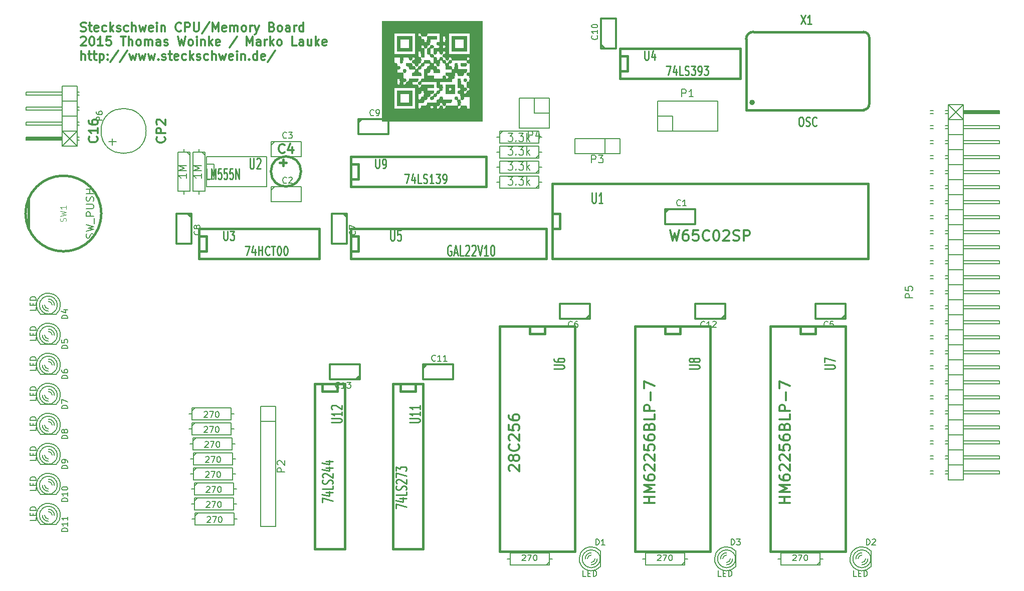
<source format=gbr>
%TF.FileFunction,Legend,Top*%
%FSLAX46Y46*%
G04 Gerber Fmt 4.6, Leading zero omitted, Abs format (unit mm)*
G04 Created by KiCad (PCBNEW (2014-12-04 BZR 5312)-product) date Wed 04 Feb 2015 08:21:46 AM CET*
%MOMM*%
G01*
G04 APERTURE LIST*
%ADD10C,0.100000*%
%ADD11C,0.300000*%
%ADD12C,0.150000*%
%ADD13C,0.304800*%
%ADD14C,0.381000*%
%ADD15C,0.203200*%
%ADD16C,0.099060*%
%ADD17C,0.285750*%
%ADD18C,0.287020*%
%ADD19C,0.254000*%
G04 APERTURE END LIST*
D10*
D11*
X72802714Y-51674143D02*
X73017000Y-51745571D01*
X73374143Y-51745571D01*
X73517000Y-51674143D01*
X73588429Y-51602714D01*
X73659857Y-51459857D01*
X73659857Y-51317000D01*
X73588429Y-51174143D01*
X73517000Y-51102714D01*
X73374143Y-51031286D01*
X73088429Y-50959857D01*
X72945571Y-50888429D01*
X72874143Y-50817000D01*
X72802714Y-50674143D01*
X72802714Y-50531286D01*
X72874143Y-50388429D01*
X72945571Y-50317000D01*
X73088429Y-50245571D01*
X73445571Y-50245571D01*
X73659857Y-50317000D01*
X74088428Y-50745571D02*
X74659857Y-50745571D01*
X74302714Y-50245571D02*
X74302714Y-51531286D01*
X74374142Y-51674143D01*
X74517000Y-51745571D01*
X74659857Y-51745571D01*
X75731285Y-51674143D02*
X75588428Y-51745571D01*
X75302714Y-51745571D01*
X75159857Y-51674143D01*
X75088428Y-51531286D01*
X75088428Y-50959857D01*
X75159857Y-50817000D01*
X75302714Y-50745571D01*
X75588428Y-50745571D01*
X75731285Y-50817000D01*
X75802714Y-50959857D01*
X75802714Y-51102714D01*
X75088428Y-51245571D01*
X77088428Y-51674143D02*
X76945571Y-51745571D01*
X76659857Y-51745571D01*
X76516999Y-51674143D01*
X76445571Y-51602714D01*
X76374142Y-51459857D01*
X76374142Y-51031286D01*
X76445571Y-50888429D01*
X76516999Y-50817000D01*
X76659857Y-50745571D01*
X76945571Y-50745571D01*
X77088428Y-50817000D01*
X77731285Y-51745571D02*
X77731285Y-50245571D01*
X77874142Y-51174143D02*
X78302713Y-51745571D01*
X78302713Y-50745571D02*
X77731285Y-51317000D01*
X78874142Y-51674143D02*
X79016999Y-51745571D01*
X79302714Y-51745571D01*
X79445571Y-51674143D01*
X79516999Y-51531286D01*
X79516999Y-51459857D01*
X79445571Y-51317000D01*
X79302714Y-51245571D01*
X79088428Y-51245571D01*
X78945571Y-51174143D01*
X78874142Y-51031286D01*
X78874142Y-50959857D01*
X78945571Y-50817000D01*
X79088428Y-50745571D01*
X79302714Y-50745571D01*
X79445571Y-50817000D01*
X80802714Y-51674143D02*
X80659857Y-51745571D01*
X80374143Y-51745571D01*
X80231285Y-51674143D01*
X80159857Y-51602714D01*
X80088428Y-51459857D01*
X80088428Y-51031286D01*
X80159857Y-50888429D01*
X80231285Y-50817000D01*
X80374143Y-50745571D01*
X80659857Y-50745571D01*
X80802714Y-50817000D01*
X81445571Y-51745571D02*
X81445571Y-50245571D01*
X82088428Y-51745571D02*
X82088428Y-50959857D01*
X82016999Y-50817000D01*
X81874142Y-50745571D01*
X81659857Y-50745571D01*
X81516999Y-50817000D01*
X81445571Y-50888429D01*
X82659857Y-50745571D02*
X82945571Y-51745571D01*
X83231285Y-51031286D01*
X83517000Y-51745571D01*
X83802714Y-50745571D01*
X84945571Y-51674143D02*
X84802714Y-51745571D01*
X84517000Y-51745571D01*
X84374143Y-51674143D01*
X84302714Y-51531286D01*
X84302714Y-50959857D01*
X84374143Y-50817000D01*
X84517000Y-50745571D01*
X84802714Y-50745571D01*
X84945571Y-50817000D01*
X85017000Y-50959857D01*
X85017000Y-51102714D01*
X84302714Y-51245571D01*
X85659857Y-51745571D02*
X85659857Y-50745571D01*
X85659857Y-50245571D02*
X85588428Y-50317000D01*
X85659857Y-50388429D01*
X85731285Y-50317000D01*
X85659857Y-50245571D01*
X85659857Y-50388429D01*
X86374143Y-50745571D02*
X86374143Y-51745571D01*
X86374143Y-50888429D02*
X86445571Y-50817000D01*
X86588429Y-50745571D01*
X86802714Y-50745571D01*
X86945571Y-50817000D01*
X87017000Y-50959857D01*
X87017000Y-51745571D01*
X89731286Y-51602714D02*
X89659857Y-51674143D01*
X89445571Y-51745571D01*
X89302714Y-51745571D01*
X89088429Y-51674143D01*
X88945571Y-51531286D01*
X88874143Y-51388429D01*
X88802714Y-51102714D01*
X88802714Y-50888429D01*
X88874143Y-50602714D01*
X88945571Y-50459857D01*
X89088429Y-50317000D01*
X89302714Y-50245571D01*
X89445571Y-50245571D01*
X89659857Y-50317000D01*
X89731286Y-50388429D01*
X90374143Y-51745571D02*
X90374143Y-50245571D01*
X90945571Y-50245571D01*
X91088429Y-50317000D01*
X91159857Y-50388429D01*
X91231286Y-50531286D01*
X91231286Y-50745571D01*
X91159857Y-50888429D01*
X91088429Y-50959857D01*
X90945571Y-51031286D01*
X90374143Y-51031286D01*
X91874143Y-50245571D02*
X91874143Y-51459857D01*
X91945571Y-51602714D01*
X92017000Y-51674143D01*
X92159857Y-51745571D01*
X92445571Y-51745571D01*
X92588429Y-51674143D01*
X92659857Y-51602714D01*
X92731286Y-51459857D01*
X92731286Y-50245571D01*
X94517000Y-50174143D02*
X93231286Y-52102714D01*
X95017001Y-51745571D02*
X95017001Y-50245571D01*
X95517001Y-51317000D01*
X96017001Y-50245571D01*
X96017001Y-51745571D01*
X97302715Y-51674143D02*
X97159858Y-51745571D01*
X96874144Y-51745571D01*
X96731287Y-51674143D01*
X96659858Y-51531286D01*
X96659858Y-50959857D01*
X96731287Y-50817000D01*
X96874144Y-50745571D01*
X97159858Y-50745571D01*
X97302715Y-50817000D01*
X97374144Y-50959857D01*
X97374144Y-51102714D01*
X96659858Y-51245571D01*
X98017001Y-51745571D02*
X98017001Y-50745571D01*
X98017001Y-50888429D02*
X98088429Y-50817000D01*
X98231287Y-50745571D01*
X98445572Y-50745571D01*
X98588429Y-50817000D01*
X98659858Y-50959857D01*
X98659858Y-51745571D01*
X98659858Y-50959857D02*
X98731287Y-50817000D01*
X98874144Y-50745571D01*
X99088429Y-50745571D01*
X99231287Y-50817000D01*
X99302715Y-50959857D01*
X99302715Y-51745571D01*
X100231287Y-51745571D02*
X100088429Y-51674143D01*
X100017001Y-51602714D01*
X99945572Y-51459857D01*
X99945572Y-51031286D01*
X100017001Y-50888429D01*
X100088429Y-50817000D01*
X100231287Y-50745571D01*
X100445572Y-50745571D01*
X100588429Y-50817000D01*
X100659858Y-50888429D01*
X100731287Y-51031286D01*
X100731287Y-51459857D01*
X100659858Y-51602714D01*
X100588429Y-51674143D01*
X100445572Y-51745571D01*
X100231287Y-51745571D01*
X101374144Y-51745571D02*
X101374144Y-50745571D01*
X101374144Y-51031286D02*
X101445572Y-50888429D01*
X101517001Y-50817000D01*
X101659858Y-50745571D01*
X101802715Y-50745571D01*
X102159858Y-50745571D02*
X102517001Y-51745571D01*
X102874143Y-50745571D02*
X102517001Y-51745571D01*
X102374143Y-52102714D01*
X102302715Y-52174143D01*
X102159858Y-52245571D01*
X105088429Y-50959857D02*
X105302715Y-51031286D01*
X105374143Y-51102714D01*
X105445572Y-51245571D01*
X105445572Y-51459857D01*
X105374143Y-51602714D01*
X105302715Y-51674143D01*
X105159857Y-51745571D01*
X104588429Y-51745571D01*
X104588429Y-50245571D01*
X105088429Y-50245571D01*
X105231286Y-50317000D01*
X105302715Y-50388429D01*
X105374143Y-50531286D01*
X105374143Y-50674143D01*
X105302715Y-50817000D01*
X105231286Y-50888429D01*
X105088429Y-50959857D01*
X104588429Y-50959857D01*
X106302715Y-51745571D02*
X106159857Y-51674143D01*
X106088429Y-51602714D01*
X106017000Y-51459857D01*
X106017000Y-51031286D01*
X106088429Y-50888429D01*
X106159857Y-50817000D01*
X106302715Y-50745571D01*
X106517000Y-50745571D01*
X106659857Y-50817000D01*
X106731286Y-50888429D01*
X106802715Y-51031286D01*
X106802715Y-51459857D01*
X106731286Y-51602714D01*
X106659857Y-51674143D01*
X106517000Y-51745571D01*
X106302715Y-51745571D01*
X108088429Y-51745571D02*
X108088429Y-50959857D01*
X108017000Y-50817000D01*
X107874143Y-50745571D01*
X107588429Y-50745571D01*
X107445572Y-50817000D01*
X108088429Y-51674143D02*
X107945572Y-51745571D01*
X107588429Y-51745571D01*
X107445572Y-51674143D01*
X107374143Y-51531286D01*
X107374143Y-51388429D01*
X107445572Y-51245571D01*
X107588429Y-51174143D01*
X107945572Y-51174143D01*
X108088429Y-51102714D01*
X108802715Y-51745571D02*
X108802715Y-50745571D01*
X108802715Y-51031286D02*
X108874143Y-50888429D01*
X108945572Y-50817000D01*
X109088429Y-50745571D01*
X109231286Y-50745571D01*
X110374143Y-51745571D02*
X110374143Y-50245571D01*
X110374143Y-51674143D02*
X110231286Y-51745571D01*
X109945572Y-51745571D01*
X109802714Y-51674143D01*
X109731286Y-51602714D01*
X109659857Y-51459857D01*
X109659857Y-51031286D01*
X109731286Y-50888429D01*
X109802714Y-50817000D01*
X109945572Y-50745571D01*
X110231286Y-50745571D01*
X110374143Y-50817000D01*
X72802714Y-52788429D02*
X72874143Y-52717000D01*
X73017000Y-52645571D01*
X73374143Y-52645571D01*
X73517000Y-52717000D01*
X73588429Y-52788429D01*
X73659857Y-52931286D01*
X73659857Y-53074143D01*
X73588429Y-53288429D01*
X72731286Y-54145571D01*
X73659857Y-54145571D01*
X74588428Y-52645571D02*
X74731285Y-52645571D01*
X74874142Y-52717000D01*
X74945571Y-52788429D01*
X75017000Y-52931286D01*
X75088428Y-53217000D01*
X75088428Y-53574143D01*
X75017000Y-53859857D01*
X74945571Y-54002714D01*
X74874142Y-54074143D01*
X74731285Y-54145571D01*
X74588428Y-54145571D01*
X74445571Y-54074143D01*
X74374142Y-54002714D01*
X74302714Y-53859857D01*
X74231285Y-53574143D01*
X74231285Y-53217000D01*
X74302714Y-52931286D01*
X74374142Y-52788429D01*
X74445571Y-52717000D01*
X74588428Y-52645571D01*
X76516999Y-54145571D02*
X75659856Y-54145571D01*
X76088428Y-54145571D02*
X76088428Y-52645571D01*
X75945571Y-52859857D01*
X75802713Y-53002714D01*
X75659856Y-53074143D01*
X77874142Y-52645571D02*
X77159856Y-52645571D01*
X77088427Y-53359857D01*
X77159856Y-53288429D01*
X77302713Y-53217000D01*
X77659856Y-53217000D01*
X77802713Y-53288429D01*
X77874142Y-53359857D01*
X77945570Y-53502714D01*
X77945570Y-53859857D01*
X77874142Y-54002714D01*
X77802713Y-54074143D01*
X77659856Y-54145571D01*
X77302713Y-54145571D01*
X77159856Y-54074143D01*
X77088427Y-54002714D01*
X79516998Y-52645571D02*
X80374141Y-52645571D01*
X79945570Y-54145571D02*
X79945570Y-52645571D01*
X80874141Y-54145571D02*
X80874141Y-52645571D01*
X81516998Y-54145571D02*
X81516998Y-53359857D01*
X81445569Y-53217000D01*
X81302712Y-53145571D01*
X81088427Y-53145571D01*
X80945569Y-53217000D01*
X80874141Y-53288429D01*
X82445570Y-54145571D02*
X82302712Y-54074143D01*
X82231284Y-54002714D01*
X82159855Y-53859857D01*
X82159855Y-53431286D01*
X82231284Y-53288429D01*
X82302712Y-53217000D01*
X82445570Y-53145571D01*
X82659855Y-53145571D01*
X82802712Y-53217000D01*
X82874141Y-53288429D01*
X82945570Y-53431286D01*
X82945570Y-53859857D01*
X82874141Y-54002714D01*
X82802712Y-54074143D01*
X82659855Y-54145571D01*
X82445570Y-54145571D01*
X83588427Y-54145571D02*
X83588427Y-53145571D01*
X83588427Y-53288429D02*
X83659855Y-53217000D01*
X83802713Y-53145571D01*
X84016998Y-53145571D01*
X84159855Y-53217000D01*
X84231284Y-53359857D01*
X84231284Y-54145571D01*
X84231284Y-53359857D02*
X84302713Y-53217000D01*
X84445570Y-53145571D01*
X84659855Y-53145571D01*
X84802713Y-53217000D01*
X84874141Y-53359857D01*
X84874141Y-54145571D01*
X86231284Y-54145571D02*
X86231284Y-53359857D01*
X86159855Y-53217000D01*
X86016998Y-53145571D01*
X85731284Y-53145571D01*
X85588427Y-53217000D01*
X86231284Y-54074143D02*
X86088427Y-54145571D01*
X85731284Y-54145571D01*
X85588427Y-54074143D01*
X85516998Y-53931286D01*
X85516998Y-53788429D01*
X85588427Y-53645571D01*
X85731284Y-53574143D01*
X86088427Y-53574143D01*
X86231284Y-53502714D01*
X86874141Y-54074143D02*
X87016998Y-54145571D01*
X87302713Y-54145571D01*
X87445570Y-54074143D01*
X87516998Y-53931286D01*
X87516998Y-53859857D01*
X87445570Y-53717000D01*
X87302713Y-53645571D01*
X87088427Y-53645571D01*
X86945570Y-53574143D01*
X86874141Y-53431286D01*
X86874141Y-53359857D01*
X86945570Y-53217000D01*
X87088427Y-53145571D01*
X87302713Y-53145571D01*
X87445570Y-53217000D01*
X89159856Y-52645571D02*
X89516999Y-54145571D01*
X89802713Y-53074143D01*
X90088427Y-54145571D01*
X90445570Y-52645571D01*
X91231285Y-54145571D02*
X91088427Y-54074143D01*
X91016999Y-54002714D01*
X90945570Y-53859857D01*
X90945570Y-53431286D01*
X91016999Y-53288429D01*
X91088427Y-53217000D01*
X91231285Y-53145571D01*
X91445570Y-53145571D01*
X91588427Y-53217000D01*
X91659856Y-53288429D01*
X91731285Y-53431286D01*
X91731285Y-53859857D01*
X91659856Y-54002714D01*
X91588427Y-54074143D01*
X91445570Y-54145571D01*
X91231285Y-54145571D01*
X92374142Y-54145571D02*
X92374142Y-53145571D01*
X92374142Y-52645571D02*
X92302713Y-52717000D01*
X92374142Y-52788429D01*
X92445570Y-52717000D01*
X92374142Y-52645571D01*
X92374142Y-52788429D01*
X93088428Y-53145571D02*
X93088428Y-54145571D01*
X93088428Y-53288429D02*
X93159856Y-53217000D01*
X93302714Y-53145571D01*
X93516999Y-53145571D01*
X93659856Y-53217000D01*
X93731285Y-53359857D01*
X93731285Y-54145571D01*
X94445571Y-54145571D02*
X94445571Y-52645571D01*
X94588428Y-53574143D02*
X95016999Y-54145571D01*
X95016999Y-53145571D02*
X94445571Y-53717000D01*
X96231285Y-54074143D02*
X96088428Y-54145571D01*
X95802714Y-54145571D01*
X95659857Y-54074143D01*
X95588428Y-53931286D01*
X95588428Y-53359857D01*
X95659857Y-53217000D01*
X95802714Y-53145571D01*
X96088428Y-53145571D01*
X96231285Y-53217000D01*
X96302714Y-53359857D01*
X96302714Y-53502714D01*
X95588428Y-53645571D01*
X99159856Y-52574143D02*
X97874142Y-54502714D01*
X100802714Y-54145571D02*
X100802714Y-52645571D01*
X101302714Y-53717000D01*
X101802714Y-52645571D01*
X101802714Y-54145571D01*
X103159857Y-54145571D02*
X103159857Y-53359857D01*
X103088428Y-53217000D01*
X102945571Y-53145571D01*
X102659857Y-53145571D01*
X102517000Y-53217000D01*
X103159857Y-54074143D02*
X103017000Y-54145571D01*
X102659857Y-54145571D01*
X102517000Y-54074143D01*
X102445571Y-53931286D01*
X102445571Y-53788429D01*
X102517000Y-53645571D01*
X102659857Y-53574143D01*
X103017000Y-53574143D01*
X103159857Y-53502714D01*
X103874143Y-54145571D02*
X103874143Y-53145571D01*
X103874143Y-53431286D02*
X103945571Y-53288429D01*
X104017000Y-53217000D01*
X104159857Y-53145571D01*
X104302714Y-53145571D01*
X104802714Y-54145571D02*
X104802714Y-52645571D01*
X104945571Y-53574143D02*
X105374142Y-54145571D01*
X105374142Y-53145571D02*
X104802714Y-53717000D01*
X106231286Y-54145571D02*
X106088428Y-54074143D01*
X106017000Y-54002714D01*
X105945571Y-53859857D01*
X105945571Y-53431286D01*
X106017000Y-53288429D01*
X106088428Y-53217000D01*
X106231286Y-53145571D01*
X106445571Y-53145571D01*
X106588428Y-53217000D01*
X106659857Y-53288429D01*
X106731286Y-53431286D01*
X106731286Y-53859857D01*
X106659857Y-54002714D01*
X106588428Y-54074143D01*
X106445571Y-54145571D01*
X106231286Y-54145571D01*
X109231286Y-54145571D02*
X108517000Y-54145571D01*
X108517000Y-52645571D01*
X110374143Y-54145571D02*
X110374143Y-53359857D01*
X110302714Y-53217000D01*
X110159857Y-53145571D01*
X109874143Y-53145571D01*
X109731286Y-53217000D01*
X110374143Y-54074143D02*
X110231286Y-54145571D01*
X109874143Y-54145571D01*
X109731286Y-54074143D01*
X109659857Y-53931286D01*
X109659857Y-53788429D01*
X109731286Y-53645571D01*
X109874143Y-53574143D01*
X110231286Y-53574143D01*
X110374143Y-53502714D01*
X111731286Y-53145571D02*
X111731286Y-54145571D01*
X111088429Y-53145571D02*
X111088429Y-53931286D01*
X111159857Y-54074143D01*
X111302715Y-54145571D01*
X111517000Y-54145571D01*
X111659857Y-54074143D01*
X111731286Y-54002714D01*
X112445572Y-54145571D02*
X112445572Y-52645571D01*
X112588429Y-53574143D02*
X113017000Y-54145571D01*
X113017000Y-53145571D02*
X112445572Y-53717000D01*
X114231286Y-54074143D02*
X114088429Y-54145571D01*
X113802715Y-54145571D01*
X113659858Y-54074143D01*
X113588429Y-53931286D01*
X113588429Y-53359857D01*
X113659858Y-53217000D01*
X113802715Y-53145571D01*
X114088429Y-53145571D01*
X114231286Y-53217000D01*
X114302715Y-53359857D01*
X114302715Y-53502714D01*
X113588429Y-53645571D01*
X72874143Y-56545571D02*
X72874143Y-55045571D01*
X73517000Y-56545571D02*
X73517000Y-55759857D01*
X73445571Y-55617000D01*
X73302714Y-55545571D01*
X73088429Y-55545571D01*
X72945571Y-55617000D01*
X72874143Y-55688429D01*
X74017000Y-55545571D02*
X74588429Y-55545571D01*
X74231286Y-55045571D02*
X74231286Y-56331286D01*
X74302714Y-56474143D01*
X74445572Y-56545571D01*
X74588429Y-56545571D01*
X74874143Y-55545571D02*
X75445572Y-55545571D01*
X75088429Y-55045571D02*
X75088429Y-56331286D01*
X75159857Y-56474143D01*
X75302715Y-56545571D01*
X75445572Y-56545571D01*
X75945572Y-55545571D02*
X75945572Y-57045571D01*
X75945572Y-55617000D02*
X76088429Y-55545571D01*
X76374143Y-55545571D01*
X76517000Y-55617000D01*
X76588429Y-55688429D01*
X76659858Y-55831286D01*
X76659858Y-56259857D01*
X76588429Y-56402714D01*
X76517000Y-56474143D01*
X76374143Y-56545571D01*
X76088429Y-56545571D01*
X75945572Y-56474143D01*
X77302715Y-56402714D02*
X77374143Y-56474143D01*
X77302715Y-56545571D01*
X77231286Y-56474143D01*
X77302715Y-56402714D01*
X77302715Y-56545571D01*
X77302715Y-55617000D02*
X77374143Y-55688429D01*
X77302715Y-55759857D01*
X77231286Y-55688429D01*
X77302715Y-55617000D01*
X77302715Y-55759857D01*
X79088429Y-54974143D02*
X77802715Y-56902714D01*
X80659858Y-54974143D02*
X79374144Y-56902714D01*
X81017002Y-55545571D02*
X81302716Y-56545571D01*
X81588430Y-55831286D01*
X81874145Y-56545571D01*
X82159859Y-55545571D01*
X82588431Y-55545571D02*
X82874145Y-56545571D01*
X83159859Y-55831286D01*
X83445574Y-56545571D01*
X83731288Y-55545571D01*
X84159860Y-55545571D02*
X84445574Y-56545571D01*
X84731288Y-55831286D01*
X85017003Y-56545571D01*
X85302717Y-55545571D01*
X85874146Y-56402714D02*
X85945574Y-56474143D01*
X85874146Y-56545571D01*
X85802717Y-56474143D01*
X85874146Y-56402714D01*
X85874146Y-56545571D01*
X86517003Y-56474143D02*
X86659860Y-56545571D01*
X86945575Y-56545571D01*
X87088432Y-56474143D01*
X87159860Y-56331286D01*
X87159860Y-56259857D01*
X87088432Y-56117000D01*
X86945575Y-56045571D01*
X86731289Y-56045571D01*
X86588432Y-55974143D01*
X86517003Y-55831286D01*
X86517003Y-55759857D01*
X86588432Y-55617000D01*
X86731289Y-55545571D01*
X86945575Y-55545571D01*
X87088432Y-55617000D01*
X87588432Y-55545571D02*
X88159861Y-55545571D01*
X87802718Y-55045571D02*
X87802718Y-56331286D01*
X87874146Y-56474143D01*
X88017004Y-56545571D01*
X88159861Y-56545571D01*
X89231289Y-56474143D02*
X89088432Y-56545571D01*
X88802718Y-56545571D01*
X88659861Y-56474143D01*
X88588432Y-56331286D01*
X88588432Y-55759857D01*
X88659861Y-55617000D01*
X88802718Y-55545571D01*
X89088432Y-55545571D01*
X89231289Y-55617000D01*
X89302718Y-55759857D01*
X89302718Y-55902714D01*
X88588432Y-56045571D01*
X90588432Y-56474143D02*
X90445575Y-56545571D01*
X90159861Y-56545571D01*
X90017003Y-56474143D01*
X89945575Y-56402714D01*
X89874146Y-56259857D01*
X89874146Y-55831286D01*
X89945575Y-55688429D01*
X90017003Y-55617000D01*
X90159861Y-55545571D01*
X90445575Y-55545571D01*
X90588432Y-55617000D01*
X91231289Y-56545571D02*
X91231289Y-55045571D01*
X91374146Y-55974143D02*
X91802717Y-56545571D01*
X91802717Y-55545571D02*
X91231289Y-56117000D01*
X92374146Y-56474143D02*
X92517003Y-56545571D01*
X92802718Y-56545571D01*
X92945575Y-56474143D01*
X93017003Y-56331286D01*
X93017003Y-56259857D01*
X92945575Y-56117000D01*
X92802718Y-56045571D01*
X92588432Y-56045571D01*
X92445575Y-55974143D01*
X92374146Y-55831286D01*
X92374146Y-55759857D01*
X92445575Y-55617000D01*
X92588432Y-55545571D01*
X92802718Y-55545571D01*
X92945575Y-55617000D01*
X94302718Y-56474143D02*
X94159861Y-56545571D01*
X93874147Y-56545571D01*
X93731289Y-56474143D01*
X93659861Y-56402714D01*
X93588432Y-56259857D01*
X93588432Y-55831286D01*
X93659861Y-55688429D01*
X93731289Y-55617000D01*
X93874147Y-55545571D01*
X94159861Y-55545571D01*
X94302718Y-55617000D01*
X94945575Y-56545571D02*
X94945575Y-55045571D01*
X95588432Y-56545571D02*
X95588432Y-55759857D01*
X95517003Y-55617000D01*
X95374146Y-55545571D01*
X95159861Y-55545571D01*
X95017003Y-55617000D01*
X94945575Y-55688429D01*
X96159861Y-55545571D02*
X96445575Y-56545571D01*
X96731289Y-55831286D01*
X97017004Y-56545571D01*
X97302718Y-55545571D01*
X98445575Y-56474143D02*
X98302718Y-56545571D01*
X98017004Y-56545571D01*
X97874147Y-56474143D01*
X97802718Y-56331286D01*
X97802718Y-55759857D01*
X97874147Y-55617000D01*
X98017004Y-55545571D01*
X98302718Y-55545571D01*
X98445575Y-55617000D01*
X98517004Y-55759857D01*
X98517004Y-55902714D01*
X97802718Y-56045571D01*
X99159861Y-56545571D02*
X99159861Y-55545571D01*
X99159861Y-55045571D02*
X99088432Y-55117000D01*
X99159861Y-55188429D01*
X99231289Y-55117000D01*
X99159861Y-55045571D01*
X99159861Y-55188429D01*
X99874147Y-55545571D02*
X99874147Y-56545571D01*
X99874147Y-55688429D02*
X99945575Y-55617000D01*
X100088433Y-55545571D01*
X100302718Y-55545571D01*
X100445575Y-55617000D01*
X100517004Y-55759857D01*
X100517004Y-56545571D01*
X101231290Y-56402714D02*
X101302718Y-56474143D01*
X101231290Y-56545571D01*
X101159861Y-56474143D01*
X101231290Y-56402714D01*
X101231290Y-56545571D01*
X102588433Y-56545571D02*
X102588433Y-55045571D01*
X102588433Y-56474143D02*
X102445576Y-56545571D01*
X102159862Y-56545571D01*
X102017004Y-56474143D01*
X101945576Y-56402714D01*
X101874147Y-56259857D01*
X101874147Y-55831286D01*
X101945576Y-55688429D01*
X102017004Y-55617000D01*
X102159862Y-55545571D01*
X102445576Y-55545571D01*
X102588433Y-55617000D01*
X103874147Y-56474143D02*
X103731290Y-56545571D01*
X103445576Y-56545571D01*
X103302719Y-56474143D01*
X103231290Y-56331286D01*
X103231290Y-55759857D01*
X103302719Y-55617000D01*
X103445576Y-55545571D01*
X103731290Y-55545571D01*
X103874147Y-55617000D01*
X103945576Y-55759857D01*
X103945576Y-55902714D01*
X103231290Y-56045571D01*
X105659861Y-54974143D02*
X104374147Y-56902714D01*
D12*
X216789000Y-65659000D02*
X216281000Y-65659000D01*
X216789000Y-65151000D02*
X216281000Y-65151000D01*
X216789000Y-82931000D02*
X216281000Y-82931000D01*
X216789000Y-83439000D02*
X216281000Y-83439000D01*
X216789000Y-85471000D02*
X216281000Y-85471000D01*
X216789000Y-85979000D02*
X216281000Y-85979000D01*
X216789000Y-80899000D02*
X216281000Y-80899000D01*
X216789000Y-80391000D02*
X216281000Y-80391000D01*
X216789000Y-78359000D02*
X216281000Y-78359000D01*
X216789000Y-77851000D02*
X216281000Y-77851000D01*
X216789000Y-67691000D02*
X216281000Y-67691000D01*
X216789000Y-68199000D02*
X216281000Y-68199000D01*
X216789000Y-70231000D02*
X216281000Y-70231000D01*
X216789000Y-70739000D02*
X216281000Y-70739000D01*
X216789000Y-75819000D02*
X216281000Y-75819000D01*
X216789000Y-75311000D02*
X216281000Y-75311000D01*
X216789000Y-73279000D02*
X216281000Y-73279000D01*
X216789000Y-72771000D02*
X216281000Y-72771000D01*
X216789000Y-113411000D02*
X216281000Y-113411000D01*
X216789000Y-113919000D02*
X216281000Y-113919000D01*
X216789000Y-115951000D02*
X216281000Y-115951000D01*
X216789000Y-116459000D02*
X216281000Y-116459000D01*
X216789000Y-111379000D02*
X216281000Y-111379000D01*
X216789000Y-110871000D02*
X216281000Y-110871000D01*
X216789000Y-108839000D02*
X216281000Y-108839000D01*
X216789000Y-108331000D02*
X216281000Y-108331000D01*
X216789000Y-118491000D02*
X216281000Y-118491000D01*
X216789000Y-118999000D02*
X216281000Y-118999000D01*
X216789000Y-121031000D02*
X216281000Y-121031000D01*
X216789000Y-121539000D02*
X216281000Y-121539000D01*
X216789000Y-126619000D02*
X216281000Y-126619000D01*
X216789000Y-126111000D02*
X216281000Y-126111000D01*
X216789000Y-124079000D02*
X216281000Y-124079000D01*
X216789000Y-123571000D02*
X216281000Y-123571000D01*
X216789000Y-103251000D02*
X216281000Y-103251000D01*
X216789000Y-103759000D02*
X216281000Y-103759000D01*
X216789000Y-105791000D02*
X216281000Y-105791000D01*
X216789000Y-106299000D02*
X216281000Y-106299000D01*
X216789000Y-101219000D02*
X216281000Y-101219000D01*
X216789000Y-100711000D02*
X216281000Y-100711000D01*
X216789000Y-98679000D02*
X216281000Y-98679000D01*
X216789000Y-98171000D02*
X216281000Y-98171000D01*
X216789000Y-88011000D02*
X216281000Y-88011000D01*
X216789000Y-88519000D02*
X216281000Y-88519000D01*
X216789000Y-90551000D02*
X216281000Y-90551000D01*
X216789000Y-91059000D02*
X216281000Y-91059000D01*
X216789000Y-96139000D02*
X216281000Y-96139000D01*
X216789000Y-95631000D02*
X216281000Y-95631000D01*
X216789000Y-93599000D02*
X216281000Y-93599000D01*
X216789000Y-93091000D02*
X216281000Y-93091000D01*
X219329000Y-110871000D02*
X218821000Y-110871000D01*
X219329000Y-111379000D02*
X218821000Y-111379000D01*
X219329000Y-113411000D02*
X218821000Y-113411000D01*
X219329000Y-113919000D02*
X218821000Y-113919000D01*
X219329000Y-108839000D02*
X218821000Y-108839000D01*
X219329000Y-108331000D02*
X218821000Y-108331000D01*
X219329000Y-106299000D02*
X218821000Y-106299000D01*
X219329000Y-105791000D02*
X218821000Y-105791000D01*
X219329000Y-115951000D02*
X218821000Y-115951000D01*
X219329000Y-116459000D02*
X218821000Y-116459000D01*
X219329000Y-118491000D02*
X218821000Y-118491000D01*
X219329000Y-118999000D02*
X218821000Y-118999000D01*
X219329000Y-124079000D02*
X218821000Y-124079000D01*
X219329000Y-123571000D02*
X218821000Y-123571000D01*
X219329000Y-121539000D02*
X218821000Y-121539000D01*
X219329000Y-121031000D02*
X218821000Y-121031000D01*
X219329000Y-126111000D02*
X218821000Y-126111000D01*
X219329000Y-126619000D02*
X218821000Y-126619000D01*
X219329000Y-90551000D02*
X218821000Y-90551000D01*
X219329000Y-91059000D02*
X218821000Y-91059000D01*
X219329000Y-93091000D02*
X218821000Y-93091000D01*
X219329000Y-93599000D02*
X218821000Y-93599000D01*
X219329000Y-88519000D02*
X218821000Y-88519000D01*
X219329000Y-88011000D02*
X218821000Y-88011000D01*
X219329000Y-85979000D02*
X218821000Y-85979000D01*
X219329000Y-85471000D02*
X218821000Y-85471000D01*
X219329000Y-95631000D02*
X218821000Y-95631000D01*
X219329000Y-96139000D02*
X218821000Y-96139000D01*
X219329000Y-98171000D02*
X218821000Y-98171000D01*
X219329000Y-98679000D02*
X218821000Y-98679000D01*
X219329000Y-103759000D02*
X218821000Y-103759000D01*
X219329000Y-103251000D02*
X218821000Y-103251000D01*
X219329000Y-101219000D02*
X218821000Y-101219000D01*
X219329000Y-100711000D02*
X218821000Y-100711000D01*
X219329000Y-80391000D02*
X218821000Y-80391000D01*
X219329000Y-80899000D02*
X218821000Y-80899000D01*
X219329000Y-82931000D02*
X218821000Y-82931000D01*
X219329000Y-83439000D02*
X218821000Y-83439000D01*
X219329000Y-78359000D02*
X218821000Y-78359000D01*
X219329000Y-77851000D02*
X218821000Y-77851000D01*
X219329000Y-75819000D02*
X218821000Y-75819000D01*
X219329000Y-75311000D02*
X218821000Y-75311000D01*
X219329000Y-65151000D02*
X218821000Y-65151000D01*
X219329000Y-65659000D02*
X218821000Y-65659000D01*
X219329000Y-67691000D02*
X218821000Y-67691000D01*
X219329000Y-68199000D02*
X218821000Y-68199000D01*
X219329000Y-73279000D02*
X218821000Y-73279000D01*
X219329000Y-72771000D02*
X218821000Y-72771000D01*
X219329000Y-70739000D02*
X218821000Y-70739000D01*
X219329000Y-70231000D02*
X218821000Y-70231000D01*
X219329000Y-64135000D02*
X221869000Y-66675000D01*
X221869000Y-64135000D02*
X219329000Y-66675000D01*
X221869000Y-65278000D02*
X227838000Y-65278000D01*
X227838000Y-65278000D02*
X227838000Y-65532000D01*
X227838000Y-65532000D02*
X221996000Y-65532000D01*
X221996000Y-65532000D02*
X221996000Y-65405000D01*
X221996000Y-65405000D02*
X227838000Y-65405000D01*
X219329000Y-104775000D02*
X221869000Y-104775000D01*
X219329000Y-104775000D02*
X219329000Y-107315000D01*
X219329000Y-107315000D02*
X221869000Y-107315000D01*
X221869000Y-105791000D02*
X227965000Y-105791000D01*
X227965000Y-105791000D02*
X227965000Y-106299000D01*
X227965000Y-106299000D02*
X221869000Y-106299000D01*
X221869000Y-107315000D02*
X221869000Y-104775000D01*
X221869000Y-109855000D02*
X221869000Y-107315000D01*
X227965000Y-108839000D02*
X221869000Y-108839000D01*
X227965000Y-108331000D02*
X227965000Y-108839000D01*
X221869000Y-108331000D02*
X227965000Y-108331000D01*
X219329000Y-109855000D02*
X221869000Y-109855000D01*
X219329000Y-107315000D02*
X219329000Y-109855000D01*
X219329000Y-107315000D02*
X221869000Y-107315000D01*
X219329000Y-112395000D02*
X221869000Y-112395000D01*
X219329000Y-112395000D02*
X219329000Y-114935000D01*
X219329000Y-114935000D02*
X221869000Y-114935000D01*
X221869000Y-113411000D02*
X227965000Y-113411000D01*
X227965000Y-113411000D02*
X227965000Y-113919000D01*
X227965000Y-113919000D02*
X221869000Y-113919000D01*
X221869000Y-114935000D02*
X221869000Y-112395000D01*
X221869000Y-112395000D02*
X221869000Y-109855000D01*
X227965000Y-111379000D02*
X221869000Y-111379000D01*
X227965000Y-110871000D02*
X227965000Y-111379000D01*
X221869000Y-110871000D02*
X227965000Y-110871000D01*
X219329000Y-112395000D02*
X221869000Y-112395000D01*
X219329000Y-109855000D02*
X219329000Y-112395000D01*
X219329000Y-109855000D02*
X221869000Y-109855000D01*
X219329000Y-120015000D02*
X221869000Y-120015000D01*
X219329000Y-120015000D02*
X219329000Y-122555000D01*
X219329000Y-122555000D02*
X221869000Y-122555000D01*
X221869000Y-121031000D02*
X227965000Y-121031000D01*
X227965000Y-121031000D02*
X227965000Y-121539000D01*
X227965000Y-121539000D02*
X221869000Y-121539000D01*
X221869000Y-122555000D02*
X221869000Y-120015000D01*
X221869000Y-125095000D02*
X221869000Y-122555000D01*
X227965000Y-124079000D02*
X221869000Y-124079000D01*
X227965000Y-123571000D02*
X227965000Y-124079000D01*
X221869000Y-123571000D02*
X227965000Y-123571000D01*
X219329000Y-125095000D02*
X221869000Y-125095000D01*
X219329000Y-122555000D02*
X219329000Y-125095000D01*
X219329000Y-122555000D02*
X221869000Y-122555000D01*
X219329000Y-117475000D02*
X221869000Y-117475000D01*
X219329000Y-117475000D02*
X219329000Y-120015000D01*
X219329000Y-120015000D02*
X221869000Y-120015000D01*
X221869000Y-118491000D02*
X227965000Y-118491000D01*
X227965000Y-118491000D02*
X227965000Y-118999000D01*
X227965000Y-118999000D02*
X221869000Y-118999000D01*
X221869000Y-120015000D02*
X221869000Y-117475000D01*
X221869000Y-117475000D02*
X221869000Y-114935000D01*
X227965000Y-116459000D02*
X221869000Y-116459000D01*
X227965000Y-115951000D02*
X227965000Y-116459000D01*
X221869000Y-115951000D02*
X227965000Y-115951000D01*
X219329000Y-117475000D02*
X221869000Y-117475000D01*
X219329000Y-114935000D02*
X219329000Y-117475000D01*
X219329000Y-114935000D02*
X221869000Y-114935000D01*
X221869000Y-127635000D02*
X221869000Y-125095000D01*
X227965000Y-126619000D02*
X221869000Y-126619000D01*
X227965000Y-126111000D02*
X227965000Y-126619000D01*
X221869000Y-126111000D02*
X227965000Y-126111000D01*
X219329000Y-127635000D02*
X221869000Y-127635000D01*
X219329000Y-125095000D02*
X219329000Y-127635000D01*
X219329000Y-125095000D02*
X221869000Y-125095000D01*
X219329000Y-84455000D02*
X221869000Y-84455000D01*
X219329000Y-84455000D02*
X219329000Y-86995000D01*
X219329000Y-86995000D02*
X221869000Y-86995000D01*
X221869000Y-85471000D02*
X227965000Y-85471000D01*
X227965000Y-85471000D02*
X227965000Y-85979000D01*
X227965000Y-85979000D02*
X221869000Y-85979000D01*
X221869000Y-86995000D02*
X221869000Y-84455000D01*
X221869000Y-89535000D02*
X221869000Y-86995000D01*
X227965000Y-88519000D02*
X221869000Y-88519000D01*
X227965000Y-88011000D02*
X227965000Y-88519000D01*
X221869000Y-88011000D02*
X227965000Y-88011000D01*
X219329000Y-89535000D02*
X221869000Y-89535000D01*
X219329000Y-86995000D02*
X219329000Y-89535000D01*
X219329000Y-86995000D02*
X221869000Y-86995000D01*
X219329000Y-92075000D02*
X221869000Y-92075000D01*
X219329000Y-92075000D02*
X219329000Y-94615000D01*
X219329000Y-94615000D02*
X221869000Y-94615000D01*
X221869000Y-93091000D02*
X227965000Y-93091000D01*
X227965000Y-93091000D02*
X227965000Y-93599000D01*
X227965000Y-93599000D02*
X221869000Y-93599000D01*
X221869000Y-94615000D02*
X221869000Y-92075000D01*
X221869000Y-92075000D02*
X221869000Y-89535000D01*
X227965000Y-91059000D02*
X221869000Y-91059000D01*
X227965000Y-90551000D02*
X227965000Y-91059000D01*
X221869000Y-90551000D02*
X227965000Y-90551000D01*
X219329000Y-92075000D02*
X221869000Y-92075000D01*
X219329000Y-89535000D02*
X219329000Y-92075000D01*
X219329000Y-89535000D02*
X221869000Y-89535000D01*
X219329000Y-99695000D02*
X221869000Y-99695000D01*
X219329000Y-99695000D02*
X219329000Y-102235000D01*
X219329000Y-102235000D02*
X221869000Y-102235000D01*
X221869000Y-100711000D02*
X227965000Y-100711000D01*
X227965000Y-100711000D02*
X227965000Y-101219000D01*
X227965000Y-101219000D02*
X221869000Y-101219000D01*
X221869000Y-102235000D02*
X221869000Y-99695000D01*
X221869000Y-104775000D02*
X221869000Y-102235000D01*
X227965000Y-103759000D02*
X221869000Y-103759000D01*
X227965000Y-103251000D02*
X227965000Y-103759000D01*
X221869000Y-103251000D02*
X227965000Y-103251000D01*
X219329000Y-104775000D02*
X221869000Y-104775000D01*
X219329000Y-102235000D02*
X219329000Y-104775000D01*
X219329000Y-102235000D02*
X221869000Y-102235000D01*
X219329000Y-97155000D02*
X221869000Y-97155000D01*
X219329000Y-97155000D02*
X219329000Y-99695000D01*
X219329000Y-99695000D02*
X221869000Y-99695000D01*
X221869000Y-98171000D02*
X227965000Y-98171000D01*
X227965000Y-98171000D02*
X227965000Y-98679000D01*
X227965000Y-98679000D02*
X221869000Y-98679000D01*
X221869000Y-99695000D02*
X221869000Y-97155000D01*
X221869000Y-97155000D02*
X221869000Y-94615000D01*
X227965000Y-96139000D02*
X221869000Y-96139000D01*
X227965000Y-95631000D02*
X227965000Y-96139000D01*
X221869000Y-95631000D02*
X227965000Y-95631000D01*
X219329000Y-97155000D02*
X221869000Y-97155000D01*
X219329000Y-94615000D02*
X219329000Y-97155000D01*
X219329000Y-94615000D02*
X221869000Y-94615000D01*
X219329000Y-74295000D02*
X221869000Y-74295000D01*
X219329000Y-74295000D02*
X219329000Y-76835000D01*
X219329000Y-76835000D02*
X221869000Y-76835000D01*
X221869000Y-75311000D02*
X227965000Y-75311000D01*
X227965000Y-75311000D02*
X227965000Y-75819000D01*
X227965000Y-75819000D02*
X221869000Y-75819000D01*
X221869000Y-76835000D02*
X221869000Y-74295000D01*
X221869000Y-79375000D02*
X221869000Y-76835000D01*
X227965000Y-78359000D02*
X221869000Y-78359000D01*
X227965000Y-77851000D02*
X227965000Y-78359000D01*
X221869000Y-77851000D02*
X227965000Y-77851000D01*
X219329000Y-79375000D02*
X221869000Y-79375000D01*
X219329000Y-76835000D02*
X219329000Y-79375000D01*
X219329000Y-76835000D02*
X221869000Y-76835000D01*
X219329000Y-81915000D02*
X221869000Y-81915000D01*
X219329000Y-81915000D02*
X219329000Y-84455000D01*
X219329000Y-84455000D02*
X221869000Y-84455000D01*
X221869000Y-82931000D02*
X227965000Y-82931000D01*
X227965000Y-82931000D02*
X227965000Y-83439000D01*
X227965000Y-83439000D02*
X221869000Y-83439000D01*
X221869000Y-84455000D02*
X221869000Y-81915000D01*
X221869000Y-81915000D02*
X221869000Y-79375000D01*
X227965000Y-80899000D02*
X221869000Y-80899000D01*
X227965000Y-80391000D02*
X227965000Y-80899000D01*
X221869000Y-80391000D02*
X227965000Y-80391000D01*
X219329000Y-81915000D02*
X221869000Y-81915000D01*
X219329000Y-79375000D02*
X219329000Y-81915000D01*
X219329000Y-79375000D02*
X221869000Y-79375000D01*
X219329000Y-69215000D02*
X221869000Y-69215000D01*
X219329000Y-69215000D02*
X219329000Y-71755000D01*
X219329000Y-71755000D02*
X221869000Y-71755000D01*
X221869000Y-70231000D02*
X227965000Y-70231000D01*
X227965000Y-70231000D02*
X227965000Y-70739000D01*
X227965000Y-70739000D02*
X221869000Y-70739000D01*
X221869000Y-71755000D02*
X221869000Y-69215000D01*
X221869000Y-74295000D02*
X221869000Y-71755000D01*
X227965000Y-73279000D02*
X221869000Y-73279000D01*
X227965000Y-72771000D02*
X227965000Y-73279000D01*
X221869000Y-72771000D02*
X227965000Y-72771000D01*
X219329000Y-74295000D02*
X221869000Y-74295000D01*
X219329000Y-71755000D02*
X219329000Y-74295000D01*
X219329000Y-71755000D02*
X221869000Y-71755000D01*
X219329000Y-66675000D02*
X221869000Y-66675000D01*
X219329000Y-66675000D02*
X219329000Y-69215000D01*
X219329000Y-69215000D02*
X221869000Y-69215000D01*
X221869000Y-67691000D02*
X227965000Y-67691000D01*
X227965000Y-67691000D02*
X227965000Y-68199000D01*
X227965000Y-68199000D02*
X221869000Y-68199000D01*
X221869000Y-69215000D02*
X221869000Y-66675000D01*
X221869000Y-66675000D02*
X221869000Y-64135000D01*
X227965000Y-65659000D02*
X221869000Y-65659000D01*
X227965000Y-65151000D02*
X227965000Y-65659000D01*
X221869000Y-65151000D02*
X227965000Y-65151000D01*
X219329000Y-66675000D02*
X221869000Y-66675000D01*
X219329000Y-64135000D02*
X219329000Y-66675000D01*
X219329000Y-64135000D02*
X221869000Y-64135000D01*
D13*
X171500800Y-81788000D02*
X176530000Y-81788000D01*
X176530000Y-81788000D02*
X176530000Y-84328000D01*
X176530000Y-84328000D02*
X171450000Y-84328000D01*
X171450000Y-84328000D02*
X171450000Y-81788000D01*
X171450000Y-82423000D02*
X172085000Y-81788000D01*
D14*
X107442000Y-73914000D02*
X106375200Y-73914000D01*
X106934000Y-73406000D02*
X106934000Y-74447400D01*
X109982000Y-75438000D02*
G75*
G03X109982000Y-75438000I-2540000J0D01*
G01*
D13*
X201879200Y-100330000D02*
X196850000Y-100330000D01*
X196850000Y-100330000D02*
X196850000Y-97790000D01*
X196850000Y-97790000D02*
X201930000Y-97790000D01*
X201930000Y-97790000D02*
X201930000Y-100330000D01*
X201930000Y-99695000D02*
X201295000Y-100330000D01*
X158699200Y-100330000D02*
X153670000Y-100330000D01*
X153670000Y-100330000D02*
X153670000Y-97790000D01*
X153670000Y-97790000D02*
X158750000Y-97790000D01*
X158750000Y-97790000D02*
X158750000Y-100330000D01*
X158750000Y-99695000D02*
X158115000Y-100330000D01*
X117729000Y-82600800D02*
X117729000Y-87630000D01*
X117729000Y-87630000D02*
X115189000Y-87630000D01*
X115189000Y-87630000D02*
X115189000Y-82550000D01*
X115189000Y-82550000D02*
X117729000Y-82550000D01*
X117094000Y-82550000D02*
X117729000Y-83185000D01*
X91440000Y-82600800D02*
X91440000Y-87630000D01*
X91440000Y-87630000D02*
X88900000Y-87630000D01*
X88900000Y-87630000D02*
X88900000Y-82550000D01*
X88900000Y-82550000D02*
X91440000Y-82550000D01*
X90805000Y-82550000D02*
X91440000Y-83185000D01*
X160655000Y-54559200D02*
X160655000Y-49530000D01*
X160655000Y-49530000D02*
X163195000Y-49530000D01*
X163195000Y-49530000D02*
X163195000Y-54610000D01*
X163195000Y-54610000D02*
X160655000Y-54610000D01*
X161290000Y-54610000D02*
X160655000Y-53975000D01*
X130606800Y-108077000D02*
X135636000Y-108077000D01*
X135636000Y-108077000D02*
X135636000Y-110617000D01*
X135636000Y-110617000D02*
X130556000Y-110617000D01*
X130556000Y-110617000D02*
X130556000Y-108077000D01*
X130556000Y-108712000D02*
X131191000Y-108077000D01*
X181559200Y-100330000D02*
X176530000Y-100330000D01*
X176530000Y-100330000D02*
X176530000Y-97790000D01*
X176530000Y-97790000D02*
X181610000Y-97790000D01*
X181610000Y-97790000D02*
X181610000Y-100330000D01*
X181610000Y-99695000D02*
X180975000Y-100330000D01*
X119837200Y-110617000D02*
X114808000Y-110617000D01*
X114808000Y-110617000D02*
X114808000Y-108077000D01*
X114808000Y-108077000D02*
X119888000Y-108077000D01*
X119888000Y-108077000D02*
X119888000Y-110617000D01*
X119888000Y-109982000D02*
X119253000Y-110617000D01*
D12*
X172720000Y-68580000D02*
X180340000Y-68580000D01*
X180340000Y-68580000D02*
X180340000Y-63500000D01*
X180340000Y-63500000D02*
X170180000Y-63500000D01*
X170180000Y-63500000D02*
X170180000Y-66040000D01*
X170180000Y-68580000D02*
X172720000Y-68580000D01*
X170180000Y-66040000D02*
X172720000Y-66040000D01*
X172720000Y-66040000D02*
X172720000Y-68580000D01*
X170180000Y-68580000D02*
X170180000Y-66040000D01*
X161290000Y-69850000D02*
X156210000Y-69850000D01*
X156210000Y-69850000D02*
X156210000Y-72390000D01*
X156210000Y-72390000D02*
X161290000Y-72390000D01*
X163830000Y-72390000D02*
X161290000Y-72390000D01*
X161290000Y-72390000D02*
X161290000Y-69850000D01*
X163830000Y-72390000D02*
X163830000Y-69850000D01*
X163830000Y-69850000D02*
X161290000Y-69850000D01*
X151892000Y-65532000D02*
X151892000Y-62992000D01*
X151892000Y-62992000D02*
X149352000Y-62992000D01*
X149352000Y-62992000D02*
X149352000Y-65532000D01*
X149352000Y-65532000D02*
X151892000Y-65532000D01*
X151892000Y-65532000D02*
X151892000Y-68072000D01*
X151892000Y-68072000D02*
X146812000Y-68072000D01*
X146812000Y-68072000D02*
X146812000Y-62992000D01*
X146812000Y-62992000D02*
X149352000Y-62992000D01*
D15*
X150622000Y-74676000D02*
X150114000Y-74676000D01*
X143002000Y-74676000D02*
X143510000Y-74676000D01*
X143510000Y-74676000D02*
X143510000Y-75692000D01*
X143510000Y-75692000D02*
X150114000Y-75692000D01*
X150114000Y-75692000D02*
X150114000Y-73660000D01*
X150114000Y-73660000D02*
X143510000Y-73660000D01*
X143510000Y-73660000D02*
X143510000Y-74676000D01*
X150114000Y-75184000D02*
X149606000Y-75692000D01*
X150622000Y-72136000D02*
X150114000Y-72136000D01*
X143002000Y-72136000D02*
X143510000Y-72136000D01*
X143510000Y-72136000D02*
X143510000Y-73152000D01*
X143510000Y-73152000D02*
X150114000Y-73152000D01*
X150114000Y-73152000D02*
X150114000Y-71120000D01*
X150114000Y-71120000D02*
X143510000Y-71120000D01*
X143510000Y-71120000D02*
X143510000Y-72136000D01*
X150114000Y-72644000D02*
X149606000Y-73152000D01*
X150622000Y-77216000D02*
X150114000Y-77216000D01*
X143002000Y-77216000D02*
X143510000Y-77216000D01*
X143510000Y-77216000D02*
X143510000Y-78232000D01*
X143510000Y-78232000D02*
X150114000Y-78232000D01*
X150114000Y-78232000D02*
X150114000Y-76200000D01*
X150114000Y-76200000D02*
X143510000Y-76200000D01*
X143510000Y-76200000D02*
X143510000Y-77216000D01*
X150114000Y-77724000D02*
X149606000Y-78232000D01*
X143002000Y-69596000D02*
X143510000Y-69596000D01*
X150622000Y-69596000D02*
X150114000Y-69596000D01*
X150114000Y-69596000D02*
X150114000Y-68580000D01*
X150114000Y-68580000D02*
X143510000Y-68580000D01*
X143510000Y-68580000D02*
X143510000Y-70612000D01*
X143510000Y-70612000D02*
X150114000Y-70612000D01*
X150114000Y-70612000D02*
X150114000Y-69596000D01*
X143510000Y-69088000D02*
X144018000Y-68580000D01*
X92710000Y-71628000D02*
X92710000Y-72136000D01*
X92710000Y-79248000D02*
X92710000Y-78740000D01*
X92710000Y-78740000D02*
X93726000Y-78740000D01*
X93726000Y-78740000D02*
X93726000Y-72136000D01*
X93726000Y-72136000D02*
X91694000Y-72136000D01*
X91694000Y-72136000D02*
X91694000Y-78740000D01*
X91694000Y-78740000D02*
X92710000Y-78740000D01*
X93218000Y-72136000D02*
X93726000Y-72644000D01*
D14*
X76251800Y-82550000D02*
G75*
G03X76251800Y-82550000I-6401800J0D01*
G01*
X64000380Y-85150960D02*
X64000380Y-79949040D01*
X152400000Y-82550000D02*
X153670000Y-82550000D01*
X153670000Y-82550000D02*
X153670000Y-85090000D01*
X153670000Y-85090000D02*
X152400000Y-85090000D01*
X152400000Y-77470000D02*
X205740000Y-77470000D01*
X205740000Y-77470000D02*
X205740000Y-90170000D01*
X205740000Y-90170000D02*
X152400000Y-90170000D01*
X152400000Y-90170000D02*
X152400000Y-77470000D01*
X92710000Y-85090000D02*
X113030000Y-85090000D01*
X113030000Y-90170000D02*
X92710000Y-90170000D01*
X92710000Y-90170000D02*
X92710000Y-85090000D01*
X92710000Y-86360000D02*
X93980000Y-86360000D01*
X93980000Y-86360000D02*
X93980000Y-88900000D01*
X93980000Y-88900000D02*
X92710000Y-88900000D01*
X113030000Y-85090000D02*
X113030000Y-90170000D01*
X163830000Y-54610000D02*
X184150000Y-54610000D01*
X184150000Y-59690000D02*
X163830000Y-59690000D01*
X163830000Y-59690000D02*
X163830000Y-54610000D01*
X163830000Y-55880000D02*
X165100000Y-55880000D01*
X165100000Y-55880000D02*
X165100000Y-58420000D01*
X165100000Y-58420000D02*
X163830000Y-58420000D01*
X184150000Y-54610000D02*
X184150000Y-59690000D01*
X118364000Y-86360000D02*
X119634000Y-86360000D01*
X119634000Y-86360000D02*
X119634000Y-88900000D01*
X119634000Y-88900000D02*
X118364000Y-88900000D01*
X118364000Y-88900000D02*
X118364000Y-88900000D01*
X118364000Y-85090000D02*
X151384000Y-85090000D01*
X151384000Y-85090000D02*
X151384000Y-90170000D01*
X151384000Y-90170000D02*
X118364000Y-90170000D01*
X118364000Y-90170000D02*
X118364000Y-85090000D01*
X151130000Y-101600000D02*
X151130000Y-101600000D01*
X151130000Y-101600000D02*
X151130000Y-102870000D01*
X151130000Y-102870000D02*
X148590000Y-102870000D01*
X148590000Y-102870000D02*
X148590000Y-101600000D01*
X156210000Y-101600000D02*
X156210000Y-139700000D01*
X156210000Y-139700000D02*
X143510000Y-139700000D01*
X143510000Y-139700000D02*
X143510000Y-101600000D01*
X143510000Y-101600000D02*
X156210000Y-101600000D01*
X196850000Y-101600000D02*
X196850000Y-101600000D01*
X196850000Y-101600000D02*
X196850000Y-102870000D01*
X196850000Y-102870000D02*
X194310000Y-102870000D01*
X194310000Y-102870000D02*
X194310000Y-101600000D01*
X201930000Y-101600000D02*
X201930000Y-139700000D01*
X201930000Y-139700000D02*
X189230000Y-139700000D01*
X189230000Y-139700000D02*
X189230000Y-101600000D01*
X189230000Y-101600000D02*
X201930000Y-101600000D01*
X173990000Y-101600000D02*
X173990000Y-101600000D01*
X173990000Y-101600000D02*
X173990000Y-102870000D01*
X173990000Y-102870000D02*
X171450000Y-102870000D01*
X171450000Y-102870000D02*
X171450000Y-101600000D01*
X179070000Y-101600000D02*
X179070000Y-139700000D01*
X179070000Y-139700000D02*
X166370000Y-139700000D01*
X166370000Y-139700000D02*
X166370000Y-101600000D01*
X166370000Y-101600000D02*
X179070000Y-101600000D01*
X118364000Y-74168000D02*
X118364000Y-74168000D01*
X118364000Y-74168000D02*
X119634000Y-74168000D01*
X119634000Y-74168000D02*
X119634000Y-76708000D01*
X119634000Y-76708000D02*
X118364000Y-76708000D01*
X118364000Y-72898000D02*
X141224000Y-72898000D01*
X141224000Y-72898000D02*
X141224000Y-77978000D01*
X141224000Y-77978000D02*
X118364000Y-77978000D01*
X118364000Y-77978000D02*
X118364000Y-72898000D01*
X129286000Y-111379000D02*
X129286000Y-112649000D01*
X129286000Y-112649000D02*
X126746000Y-112649000D01*
X126746000Y-112649000D02*
X126746000Y-111379000D01*
X130556000Y-111379000D02*
X130556000Y-139319000D01*
X130556000Y-139319000D02*
X125476000Y-139319000D01*
X125476000Y-139319000D02*
X125476000Y-111379000D01*
X125476000Y-111379000D02*
X130556000Y-111379000D01*
X186436000Y-63754000D02*
G75*
G03X186436000Y-63754000I-254000J0D01*
G01*
X185181240Y-53019960D02*
X185181240Y-65018920D01*
X204980540Y-65018920D02*
X185181240Y-65018920D01*
X205978760Y-52819300D02*
X205978760Y-63919100D01*
X186479180Y-51821080D02*
X204980540Y-51821080D01*
X205978760Y-52819300D02*
G75*
G03X204980540Y-51821080I-998220J0D01*
G01*
X186375040Y-51821080D02*
G75*
G03X185176160Y-53019960I0J-1198880D01*
G01*
X204980540Y-65018920D02*
G75*
G03X205978760Y-64020700I0J998220D01*
G01*
D13*
X119684800Y-66548000D02*
X124714000Y-66548000D01*
X124714000Y-66548000D02*
X124714000Y-69088000D01*
X124714000Y-69088000D02*
X119634000Y-69088000D01*
X119634000Y-69088000D02*
X119634000Y-66548000D01*
X119634000Y-67183000D02*
X120269000Y-66548000D01*
D12*
X77470000Y-70358000D02*
X78740000Y-70358000D01*
X78105000Y-70993000D02*
X78105000Y-69850000D01*
X83820000Y-68580000D02*
G75*
G03X83820000Y-68580000I-3810000J0D01*
G01*
X105664000Y-117729000D02*
X105664000Y-135509000D01*
X105664000Y-135509000D02*
X103124000Y-135509000D01*
X103124000Y-135509000D02*
X103124000Y-117729000D01*
X105664000Y-115189000D02*
X105664000Y-117729000D01*
X105664000Y-117729000D02*
X103124000Y-117729000D01*
X105664000Y-115189000D02*
X103124000Y-115189000D01*
X103124000Y-115189000D02*
X103124000Y-117729000D01*
D14*
X116078000Y-111379000D02*
X116078000Y-112649000D01*
X116078000Y-112649000D02*
X113538000Y-112649000D01*
X113538000Y-112649000D02*
X113538000Y-111379000D01*
X117348000Y-111379000D02*
X117348000Y-139319000D01*
X117348000Y-139319000D02*
X112268000Y-139319000D01*
X112268000Y-139319000D02*
X112268000Y-111379000D01*
X112268000Y-111379000D02*
X117348000Y-111379000D01*
D12*
X104952800Y-77978000D02*
X109982000Y-77978000D01*
X109982000Y-77978000D02*
X109982000Y-80518000D01*
X109982000Y-80518000D02*
X104902000Y-80518000D01*
X104902000Y-80518000D02*
X104902000Y-77978000D01*
X104902000Y-78613000D02*
X105537000Y-77978000D01*
X104952800Y-70358000D02*
X109982000Y-70358000D01*
X109982000Y-70358000D02*
X109982000Y-72898000D01*
X109982000Y-72898000D02*
X104902000Y-72898000D01*
X104902000Y-72898000D02*
X104902000Y-70358000D01*
X104902000Y-70993000D02*
X105537000Y-70358000D01*
X90170000Y-71628000D02*
X90170000Y-72136000D01*
X90170000Y-79248000D02*
X90170000Y-78740000D01*
X90170000Y-78740000D02*
X91186000Y-78740000D01*
X91186000Y-78740000D02*
X91186000Y-72136000D01*
X91186000Y-72136000D02*
X89154000Y-72136000D01*
X89154000Y-72136000D02*
X89154000Y-78740000D01*
X89154000Y-78740000D02*
X90170000Y-78740000D01*
X90678000Y-72136000D02*
X91186000Y-72644000D01*
X93980000Y-74168000D02*
X95250000Y-74168000D01*
X95250000Y-74168000D02*
X95250000Y-76708000D01*
X95250000Y-76708000D02*
X93980000Y-76708000D01*
X93980000Y-72898000D02*
X104140000Y-72898000D01*
X104140000Y-72898000D02*
X104140000Y-77978000D01*
X104140000Y-77978000D02*
X93980000Y-77978000D01*
X93980000Y-77978000D02*
X93980000Y-72898000D01*
X69596000Y-68580000D02*
X72136000Y-71120000D01*
X69596000Y-71120000D02*
X72136000Y-68580000D01*
X69469000Y-69977000D02*
X63627000Y-69977000D01*
X63627000Y-69977000D02*
X63627000Y-69723000D01*
X63627000Y-69723000D02*
X69469000Y-69723000D01*
X69469000Y-69723000D02*
X69469000Y-69850000D01*
X69469000Y-69850000D02*
X63627000Y-69850000D01*
X72136000Y-70104000D02*
X72517000Y-70104000D01*
X72136000Y-69596000D02*
X72517000Y-69596000D01*
X72136000Y-67564000D02*
X72517000Y-67564000D01*
X72136000Y-67056000D02*
X72517000Y-67056000D01*
X72136000Y-65024000D02*
X72517000Y-65024000D01*
X72136000Y-64516000D02*
X72517000Y-64516000D01*
X72136000Y-61976000D02*
X72517000Y-61976000D01*
X72136000Y-62484000D02*
X72517000Y-62484000D01*
X72136000Y-71120000D02*
X69596000Y-71120000D01*
X72136000Y-68580000D02*
X69596000Y-68580000D01*
X72136000Y-68580000D02*
X72136000Y-66040000D01*
X72136000Y-66040000D02*
X69596000Y-66040000D01*
X69596000Y-67564000D02*
X63500000Y-67564000D01*
X63500000Y-67564000D02*
X63500000Y-67056000D01*
X63500000Y-67056000D02*
X69596000Y-67056000D01*
X69596000Y-66040000D02*
X69596000Y-68580000D01*
X69596000Y-68580000D02*
X69596000Y-71120000D01*
X63500000Y-69596000D02*
X69596000Y-69596000D01*
X63500000Y-70104000D02*
X63500000Y-69596000D01*
X69596000Y-70104000D02*
X63500000Y-70104000D01*
X72136000Y-68580000D02*
X69596000Y-68580000D01*
X72136000Y-71120000D02*
X72136000Y-68580000D01*
X72136000Y-63500000D02*
X69596000Y-63500000D01*
X72136000Y-63500000D02*
X72136000Y-60960000D01*
X72136000Y-60960000D02*
X69596000Y-60960000D01*
X69596000Y-62484000D02*
X63500000Y-62484000D01*
X63500000Y-62484000D02*
X63500000Y-61976000D01*
X63500000Y-61976000D02*
X69596000Y-61976000D01*
X69596000Y-60960000D02*
X69596000Y-63500000D01*
X69596000Y-63500000D02*
X69596000Y-66040000D01*
X63500000Y-64516000D02*
X69596000Y-64516000D01*
X63500000Y-65024000D02*
X63500000Y-64516000D01*
X69596000Y-65024000D02*
X63500000Y-65024000D01*
X72136000Y-63500000D02*
X69596000Y-63500000D01*
X72136000Y-66040000D02*
X72136000Y-63500000D01*
X72136000Y-66040000D02*
X69596000Y-66040000D01*
X160578800Y-142240000D02*
X160578800Y-139700000D01*
X157833136Y-139994473D02*
G75*
G03X157480000Y-140970000I1170864J-975527D01*
G01*
X157481889Y-140970469D02*
G75*
G03X157866080Y-141980920I1522111J469D01*
G01*
X160526147Y-140969966D02*
G75*
G03X160159700Y-139979400I-1522147J-34D01*
G01*
X160174864Y-141945527D02*
G75*
G03X160528000Y-140970000I-1170864J975527D01*
G01*
X160243166Y-140082845D02*
G75*
G03X159004000Y-139446000I-1239166J-887155D01*
G01*
X159003199Y-139446000D02*
G75*
G03X157784800Y-140055600I801J-1524000D01*
G01*
X159004442Y-142492206D02*
G75*
G03X160205420Y-141904720I-442J1522206D01*
G01*
X157801436Y-141906171D02*
G75*
G03X159004000Y-142494000I1202564J936171D01*
G01*
X159004000Y-140335000D02*
G75*
G03X158369000Y-140970000I0J-635000D01*
G01*
X159004000Y-139954000D02*
G75*
G03X157988000Y-140970000I0J-1016000D01*
G01*
X159004000Y-141605000D02*
G75*
G03X159639000Y-140970000I0J635000D01*
G01*
X159004000Y-141986000D02*
G75*
G03X160020000Y-140970000I0J1016000D01*
G01*
X160562880Y-139666574D02*
G75*
G03X159004000Y-138938000I-1558880J-1303426D01*
G01*
X159003025Y-138940540D02*
G75*
G03X157213300Y-140014960I975J-2029460D01*
G01*
X159006552Y-142999386D02*
G75*
G03X160553400Y-142280640I-2552J2029386D01*
G01*
X157240701Y-141979851D02*
G75*
G03X159004000Y-143002000I1763299J1009851D01*
G01*
X157214870Y-140006653D02*
G75*
G03X156972000Y-140970000I1789130J-963347D01*
G01*
X156973077Y-140970100D02*
G75*
G03X157274260Y-142034260I2030923J100D01*
G01*
X206298800Y-142240000D02*
X206298800Y-139700000D01*
X203553136Y-139994473D02*
G75*
G03X203200000Y-140970000I1170864J-975527D01*
G01*
X203201889Y-140970469D02*
G75*
G03X203586080Y-141980920I1522111J469D01*
G01*
X206246147Y-140969966D02*
G75*
G03X205879700Y-139979400I-1522147J-34D01*
G01*
X205894864Y-141945527D02*
G75*
G03X206248000Y-140970000I-1170864J975527D01*
G01*
X205963166Y-140082845D02*
G75*
G03X204724000Y-139446000I-1239166J-887155D01*
G01*
X204723199Y-139446000D02*
G75*
G03X203504800Y-140055600I801J-1524000D01*
G01*
X204724442Y-142492206D02*
G75*
G03X205925420Y-141904720I-442J1522206D01*
G01*
X203521436Y-141906171D02*
G75*
G03X204724000Y-142494000I1202564J936171D01*
G01*
X204724000Y-140335000D02*
G75*
G03X204089000Y-140970000I0J-635000D01*
G01*
X204724000Y-139954000D02*
G75*
G03X203708000Y-140970000I0J-1016000D01*
G01*
X204724000Y-141605000D02*
G75*
G03X205359000Y-140970000I0J635000D01*
G01*
X204724000Y-141986000D02*
G75*
G03X205740000Y-140970000I0J1016000D01*
G01*
X206282880Y-139666574D02*
G75*
G03X204724000Y-138938000I-1558880J-1303426D01*
G01*
X204723025Y-138940540D02*
G75*
G03X202933300Y-140014960I975J-2029460D01*
G01*
X204726552Y-142999386D02*
G75*
G03X206273400Y-142280640I-2552J2029386D01*
G01*
X202960701Y-141979851D02*
G75*
G03X204724000Y-143002000I1763299J1009851D01*
G01*
X202934870Y-140006653D02*
G75*
G03X202692000Y-140970000I1789130J-963347D01*
G01*
X202693077Y-140970100D02*
G75*
G03X202994260Y-142034260I2030923J100D01*
G01*
X183438800Y-142240000D02*
X183438800Y-139700000D01*
X180693136Y-139994473D02*
G75*
G03X180340000Y-140970000I1170864J-975527D01*
G01*
X180341889Y-140970469D02*
G75*
G03X180726080Y-141980920I1522111J469D01*
G01*
X183386147Y-140969966D02*
G75*
G03X183019700Y-139979400I-1522147J-34D01*
G01*
X183034864Y-141945527D02*
G75*
G03X183388000Y-140970000I-1170864J975527D01*
G01*
X183103166Y-140082845D02*
G75*
G03X181864000Y-139446000I-1239166J-887155D01*
G01*
X181863199Y-139446000D02*
G75*
G03X180644800Y-140055600I801J-1524000D01*
G01*
X181864442Y-142492206D02*
G75*
G03X183065420Y-141904720I-442J1522206D01*
G01*
X180661436Y-141906171D02*
G75*
G03X181864000Y-142494000I1202564J936171D01*
G01*
X181864000Y-140335000D02*
G75*
G03X181229000Y-140970000I0J-635000D01*
G01*
X181864000Y-139954000D02*
G75*
G03X180848000Y-140970000I0J-1016000D01*
G01*
X181864000Y-141605000D02*
G75*
G03X182499000Y-140970000I0J635000D01*
G01*
X181864000Y-141986000D02*
G75*
G03X182880000Y-140970000I0J1016000D01*
G01*
X183422880Y-139666574D02*
G75*
G03X181864000Y-138938000I-1558880J-1303426D01*
G01*
X181863025Y-138940540D02*
G75*
G03X180073300Y-140014960I975J-2029460D01*
G01*
X181866552Y-142999386D02*
G75*
G03X183413400Y-142280640I-2552J2029386D01*
G01*
X180100701Y-141979851D02*
G75*
G03X181864000Y-143002000I1763299J1009851D01*
G01*
X180074870Y-140006653D02*
G75*
G03X179832000Y-140970000I1789130J-963347D01*
G01*
X179833077Y-140970100D02*
G75*
G03X180134260Y-142034260I2030923J100D01*
G01*
X152400000Y-140970000D02*
X151892000Y-140970000D01*
X144780000Y-140970000D02*
X145288000Y-140970000D01*
X145288000Y-140970000D02*
X145288000Y-141986000D01*
X145288000Y-141986000D02*
X151892000Y-141986000D01*
X151892000Y-141986000D02*
X151892000Y-139954000D01*
X151892000Y-139954000D02*
X145288000Y-139954000D01*
X145288000Y-139954000D02*
X145288000Y-140970000D01*
X151892000Y-141478000D02*
X151384000Y-141986000D01*
X198120000Y-140970000D02*
X197612000Y-140970000D01*
X190500000Y-140970000D02*
X191008000Y-140970000D01*
X191008000Y-140970000D02*
X191008000Y-141986000D01*
X191008000Y-141986000D02*
X197612000Y-141986000D01*
X197612000Y-141986000D02*
X197612000Y-139954000D01*
X197612000Y-139954000D02*
X191008000Y-139954000D01*
X191008000Y-139954000D02*
X191008000Y-140970000D01*
X197612000Y-141478000D02*
X197104000Y-141986000D01*
X175260000Y-140970000D02*
X174752000Y-140970000D01*
X167640000Y-140970000D02*
X168148000Y-140970000D01*
X168148000Y-140970000D02*
X168148000Y-141986000D01*
X168148000Y-141986000D02*
X174752000Y-141986000D01*
X174752000Y-141986000D02*
X174752000Y-139954000D01*
X174752000Y-139954000D02*
X168148000Y-139954000D01*
X168148000Y-139954000D02*
X168148000Y-140970000D01*
X174752000Y-141478000D02*
X174244000Y-141986000D01*
X66040000Y-99618800D02*
X68580000Y-99618800D01*
X68285527Y-96873136D02*
G75*
G03X67310000Y-96520000I-975527J-1170864D01*
G01*
X67309531Y-96521889D02*
G75*
G03X66299080Y-96906080I469J-1522111D01*
G01*
X67310034Y-99566147D02*
G75*
G03X68300600Y-99199700I-34J1522147D01*
G01*
X66334473Y-99214864D02*
G75*
G03X67310000Y-99568000I975527J1170864D01*
G01*
X68197155Y-99283166D02*
G75*
G03X68834000Y-98044000I-887155J1239166D01*
G01*
X68834000Y-98043199D02*
G75*
G03X68224400Y-96824800I-1524000J-801D01*
G01*
X65787794Y-98044442D02*
G75*
G03X66375280Y-99245420I1522206J442D01*
G01*
X66373829Y-96841436D02*
G75*
G03X65786000Y-98044000I936171J-1202564D01*
G01*
X67945000Y-98044000D02*
G75*
G03X67310000Y-97409000I-635000J0D01*
G01*
X68326000Y-98044000D02*
G75*
G03X67310000Y-97028000I-1016000J0D01*
G01*
X66675000Y-98044000D02*
G75*
G03X67310000Y-98679000I635000J0D01*
G01*
X66294000Y-98044000D02*
G75*
G03X67310000Y-99060000I1016000J0D01*
G01*
X68613426Y-99602880D02*
G75*
G03X69342000Y-98044000I-1303426J1558880D01*
G01*
X69339460Y-98043025D02*
G75*
G03X68265040Y-96253300I-2029460J-975D01*
G01*
X65280614Y-98046552D02*
G75*
G03X65999360Y-99593400I2029386J2552D01*
G01*
X66300149Y-96280701D02*
G75*
G03X65278000Y-98044000I1009851J-1763299D01*
G01*
X68273347Y-96254870D02*
G75*
G03X67310000Y-96012000I-963347J-1789130D01*
G01*
X67309900Y-96013077D02*
G75*
G03X66245740Y-96314260I100J-2030923D01*
G01*
X66040000Y-104698800D02*
X68580000Y-104698800D01*
X68285527Y-101953136D02*
G75*
G03X67310000Y-101600000I-975527J-1170864D01*
G01*
X67309531Y-101601889D02*
G75*
G03X66299080Y-101986080I469J-1522111D01*
G01*
X67310034Y-104646147D02*
G75*
G03X68300600Y-104279700I-34J1522147D01*
G01*
X66334473Y-104294864D02*
G75*
G03X67310000Y-104648000I975527J1170864D01*
G01*
X68197155Y-104363166D02*
G75*
G03X68834000Y-103124000I-887155J1239166D01*
G01*
X68834000Y-103123199D02*
G75*
G03X68224400Y-101904800I-1524000J-801D01*
G01*
X65787794Y-103124442D02*
G75*
G03X66375280Y-104325420I1522206J442D01*
G01*
X66373829Y-101921436D02*
G75*
G03X65786000Y-103124000I936171J-1202564D01*
G01*
X67945000Y-103124000D02*
G75*
G03X67310000Y-102489000I-635000J0D01*
G01*
X68326000Y-103124000D02*
G75*
G03X67310000Y-102108000I-1016000J0D01*
G01*
X66675000Y-103124000D02*
G75*
G03X67310000Y-103759000I635000J0D01*
G01*
X66294000Y-103124000D02*
G75*
G03X67310000Y-104140000I1016000J0D01*
G01*
X68613426Y-104682880D02*
G75*
G03X69342000Y-103124000I-1303426J1558880D01*
G01*
X69339460Y-103123025D02*
G75*
G03X68265040Y-101333300I-2029460J-975D01*
G01*
X65280614Y-103126552D02*
G75*
G03X65999360Y-104673400I2029386J2552D01*
G01*
X66300149Y-101360701D02*
G75*
G03X65278000Y-103124000I1009851J-1763299D01*
G01*
X68273347Y-101334870D02*
G75*
G03X67310000Y-101092000I-963347J-1789130D01*
G01*
X67309900Y-101093077D02*
G75*
G03X66245740Y-101394260I100J-2030923D01*
G01*
X66040000Y-109778800D02*
X68580000Y-109778800D01*
X68285527Y-107033136D02*
G75*
G03X67310000Y-106680000I-975527J-1170864D01*
G01*
X67309531Y-106681889D02*
G75*
G03X66299080Y-107066080I469J-1522111D01*
G01*
X67310034Y-109726147D02*
G75*
G03X68300600Y-109359700I-34J1522147D01*
G01*
X66334473Y-109374864D02*
G75*
G03X67310000Y-109728000I975527J1170864D01*
G01*
X68197155Y-109443166D02*
G75*
G03X68834000Y-108204000I-887155J1239166D01*
G01*
X68834000Y-108203199D02*
G75*
G03X68224400Y-106984800I-1524000J-801D01*
G01*
X65787794Y-108204442D02*
G75*
G03X66375280Y-109405420I1522206J442D01*
G01*
X66373829Y-107001436D02*
G75*
G03X65786000Y-108204000I936171J-1202564D01*
G01*
X67945000Y-108204000D02*
G75*
G03X67310000Y-107569000I-635000J0D01*
G01*
X68326000Y-108204000D02*
G75*
G03X67310000Y-107188000I-1016000J0D01*
G01*
X66675000Y-108204000D02*
G75*
G03X67310000Y-108839000I635000J0D01*
G01*
X66294000Y-108204000D02*
G75*
G03X67310000Y-109220000I1016000J0D01*
G01*
X68613426Y-109762880D02*
G75*
G03X69342000Y-108204000I-1303426J1558880D01*
G01*
X69339460Y-108203025D02*
G75*
G03X68265040Y-106413300I-2029460J-975D01*
G01*
X65280614Y-108206552D02*
G75*
G03X65999360Y-109753400I2029386J2552D01*
G01*
X66300149Y-106440701D02*
G75*
G03X65278000Y-108204000I1009851J-1763299D01*
G01*
X68273347Y-106414870D02*
G75*
G03X67310000Y-106172000I-963347J-1789130D01*
G01*
X67309900Y-106173077D02*
G75*
G03X66245740Y-106474260I100J-2030923D01*
G01*
X66040000Y-114858800D02*
X68580000Y-114858800D01*
X68285527Y-112113136D02*
G75*
G03X67310000Y-111760000I-975527J-1170864D01*
G01*
X67309531Y-111761889D02*
G75*
G03X66299080Y-112146080I469J-1522111D01*
G01*
X67310034Y-114806147D02*
G75*
G03X68300600Y-114439700I-34J1522147D01*
G01*
X66334473Y-114454864D02*
G75*
G03X67310000Y-114808000I975527J1170864D01*
G01*
X68197155Y-114523166D02*
G75*
G03X68834000Y-113284000I-887155J1239166D01*
G01*
X68834000Y-113283199D02*
G75*
G03X68224400Y-112064800I-1524000J-801D01*
G01*
X65787794Y-113284442D02*
G75*
G03X66375280Y-114485420I1522206J442D01*
G01*
X66373829Y-112081436D02*
G75*
G03X65786000Y-113284000I936171J-1202564D01*
G01*
X67945000Y-113284000D02*
G75*
G03X67310000Y-112649000I-635000J0D01*
G01*
X68326000Y-113284000D02*
G75*
G03X67310000Y-112268000I-1016000J0D01*
G01*
X66675000Y-113284000D02*
G75*
G03X67310000Y-113919000I635000J0D01*
G01*
X66294000Y-113284000D02*
G75*
G03X67310000Y-114300000I1016000J0D01*
G01*
X68613426Y-114842880D02*
G75*
G03X69342000Y-113284000I-1303426J1558880D01*
G01*
X69339460Y-113283025D02*
G75*
G03X68265040Y-111493300I-2029460J-975D01*
G01*
X65280614Y-113286552D02*
G75*
G03X65999360Y-114833400I2029386J2552D01*
G01*
X66300149Y-111520701D02*
G75*
G03X65278000Y-113284000I1009851J-1763299D01*
G01*
X68273347Y-111494870D02*
G75*
G03X67310000Y-111252000I-963347J-1789130D01*
G01*
X67309900Y-111253077D02*
G75*
G03X66245740Y-111554260I100J-2030923D01*
G01*
X66040000Y-119938800D02*
X68580000Y-119938800D01*
X68285527Y-117193136D02*
G75*
G03X67310000Y-116840000I-975527J-1170864D01*
G01*
X67309531Y-116841889D02*
G75*
G03X66299080Y-117226080I469J-1522111D01*
G01*
X67310034Y-119886147D02*
G75*
G03X68300600Y-119519700I-34J1522147D01*
G01*
X66334473Y-119534864D02*
G75*
G03X67310000Y-119888000I975527J1170864D01*
G01*
X68197155Y-119603166D02*
G75*
G03X68834000Y-118364000I-887155J1239166D01*
G01*
X68834000Y-118363199D02*
G75*
G03X68224400Y-117144800I-1524000J-801D01*
G01*
X65787794Y-118364442D02*
G75*
G03X66375280Y-119565420I1522206J442D01*
G01*
X66373829Y-117161436D02*
G75*
G03X65786000Y-118364000I936171J-1202564D01*
G01*
X67945000Y-118364000D02*
G75*
G03X67310000Y-117729000I-635000J0D01*
G01*
X68326000Y-118364000D02*
G75*
G03X67310000Y-117348000I-1016000J0D01*
G01*
X66675000Y-118364000D02*
G75*
G03X67310000Y-118999000I635000J0D01*
G01*
X66294000Y-118364000D02*
G75*
G03X67310000Y-119380000I1016000J0D01*
G01*
X68613426Y-119922880D02*
G75*
G03X69342000Y-118364000I-1303426J1558880D01*
G01*
X69339460Y-118363025D02*
G75*
G03X68265040Y-116573300I-2029460J-975D01*
G01*
X65280614Y-118366552D02*
G75*
G03X65999360Y-119913400I2029386J2552D01*
G01*
X66300149Y-116600701D02*
G75*
G03X65278000Y-118364000I1009851J-1763299D01*
G01*
X68273347Y-116574870D02*
G75*
G03X67310000Y-116332000I-963347J-1789130D01*
G01*
X67309900Y-116333077D02*
G75*
G03X66245740Y-116634260I100J-2030923D01*
G01*
X66040000Y-125018800D02*
X68580000Y-125018800D01*
X68285527Y-122273136D02*
G75*
G03X67310000Y-121920000I-975527J-1170864D01*
G01*
X67309531Y-121921889D02*
G75*
G03X66299080Y-122306080I469J-1522111D01*
G01*
X67310034Y-124966147D02*
G75*
G03X68300600Y-124599700I-34J1522147D01*
G01*
X66334473Y-124614864D02*
G75*
G03X67310000Y-124968000I975527J1170864D01*
G01*
X68197155Y-124683166D02*
G75*
G03X68834000Y-123444000I-887155J1239166D01*
G01*
X68834000Y-123443199D02*
G75*
G03X68224400Y-122224800I-1524000J-801D01*
G01*
X65787794Y-123444442D02*
G75*
G03X66375280Y-124645420I1522206J442D01*
G01*
X66373829Y-122241436D02*
G75*
G03X65786000Y-123444000I936171J-1202564D01*
G01*
X67945000Y-123444000D02*
G75*
G03X67310000Y-122809000I-635000J0D01*
G01*
X68326000Y-123444000D02*
G75*
G03X67310000Y-122428000I-1016000J0D01*
G01*
X66675000Y-123444000D02*
G75*
G03X67310000Y-124079000I635000J0D01*
G01*
X66294000Y-123444000D02*
G75*
G03X67310000Y-124460000I1016000J0D01*
G01*
X68613426Y-125002880D02*
G75*
G03X69342000Y-123444000I-1303426J1558880D01*
G01*
X69339460Y-123443025D02*
G75*
G03X68265040Y-121653300I-2029460J-975D01*
G01*
X65280614Y-123446552D02*
G75*
G03X65999360Y-124993400I2029386J2552D01*
G01*
X66300149Y-121680701D02*
G75*
G03X65278000Y-123444000I1009851J-1763299D01*
G01*
X68273347Y-121654870D02*
G75*
G03X67310000Y-121412000I-963347J-1789130D01*
G01*
X67309900Y-121413077D02*
G75*
G03X66245740Y-121714260I100J-2030923D01*
G01*
X66040000Y-130098800D02*
X68580000Y-130098800D01*
X68285527Y-127353136D02*
G75*
G03X67310000Y-127000000I-975527J-1170864D01*
G01*
X67309531Y-127001889D02*
G75*
G03X66299080Y-127386080I469J-1522111D01*
G01*
X67310034Y-130046147D02*
G75*
G03X68300600Y-129679700I-34J1522147D01*
G01*
X66334473Y-129694864D02*
G75*
G03X67310000Y-130048000I975527J1170864D01*
G01*
X68197155Y-129763166D02*
G75*
G03X68834000Y-128524000I-887155J1239166D01*
G01*
X68834000Y-128523199D02*
G75*
G03X68224400Y-127304800I-1524000J-801D01*
G01*
X65787794Y-128524442D02*
G75*
G03X66375280Y-129725420I1522206J442D01*
G01*
X66373829Y-127321436D02*
G75*
G03X65786000Y-128524000I936171J-1202564D01*
G01*
X67945000Y-128524000D02*
G75*
G03X67310000Y-127889000I-635000J0D01*
G01*
X68326000Y-128524000D02*
G75*
G03X67310000Y-127508000I-1016000J0D01*
G01*
X66675000Y-128524000D02*
G75*
G03X67310000Y-129159000I635000J0D01*
G01*
X66294000Y-128524000D02*
G75*
G03X67310000Y-129540000I1016000J0D01*
G01*
X68613426Y-130082880D02*
G75*
G03X69342000Y-128524000I-1303426J1558880D01*
G01*
X69339460Y-128523025D02*
G75*
G03X68265040Y-126733300I-2029460J-975D01*
G01*
X65280614Y-128526552D02*
G75*
G03X65999360Y-130073400I2029386J2552D01*
G01*
X66300149Y-126760701D02*
G75*
G03X65278000Y-128524000I1009851J-1763299D01*
G01*
X68273347Y-126734870D02*
G75*
G03X67310000Y-126492000I-963347J-1789130D01*
G01*
X67309900Y-126493077D02*
G75*
G03X66245740Y-126794260I100J-2030923D01*
G01*
X66040000Y-135178800D02*
X68580000Y-135178800D01*
X68285527Y-132433136D02*
G75*
G03X67310000Y-132080000I-975527J-1170864D01*
G01*
X67309531Y-132081889D02*
G75*
G03X66299080Y-132466080I469J-1522111D01*
G01*
X67310034Y-135126147D02*
G75*
G03X68300600Y-134759700I-34J1522147D01*
G01*
X66334473Y-134774864D02*
G75*
G03X67310000Y-135128000I975527J1170864D01*
G01*
X68197155Y-134843166D02*
G75*
G03X68834000Y-133604000I-887155J1239166D01*
G01*
X68834000Y-133603199D02*
G75*
G03X68224400Y-132384800I-1524000J-801D01*
G01*
X65787794Y-133604442D02*
G75*
G03X66375280Y-134805420I1522206J442D01*
G01*
X66373829Y-132401436D02*
G75*
G03X65786000Y-133604000I936171J-1202564D01*
G01*
X67945000Y-133604000D02*
G75*
G03X67310000Y-132969000I-635000J0D01*
G01*
X68326000Y-133604000D02*
G75*
G03X67310000Y-132588000I-1016000J0D01*
G01*
X66675000Y-133604000D02*
G75*
G03X67310000Y-134239000I635000J0D01*
G01*
X66294000Y-133604000D02*
G75*
G03X67310000Y-134620000I1016000J0D01*
G01*
X68613426Y-135162880D02*
G75*
G03X69342000Y-133604000I-1303426J1558880D01*
G01*
X69339460Y-133603025D02*
G75*
G03X68265040Y-131813300I-2029460J-975D01*
G01*
X65280614Y-133606552D02*
G75*
G03X65999360Y-135153400I2029386J2552D01*
G01*
X66300149Y-131840701D02*
G75*
G03X65278000Y-133604000I1009851J-1763299D01*
G01*
X68273347Y-131814870D02*
G75*
G03X67310000Y-131572000I-963347J-1789130D01*
G01*
X67309900Y-131573077D02*
G75*
G03X66245740Y-131874260I100J-2030923D01*
G01*
X91059000Y-116459000D02*
X91567000Y-116459000D01*
X98679000Y-116459000D02*
X98171000Y-116459000D01*
X98171000Y-116459000D02*
X98171000Y-115443000D01*
X98171000Y-115443000D02*
X91567000Y-115443000D01*
X91567000Y-115443000D02*
X91567000Y-117475000D01*
X91567000Y-117475000D02*
X98171000Y-117475000D01*
X98171000Y-117475000D02*
X98171000Y-116459000D01*
X91567000Y-115951000D02*
X92075000Y-115443000D01*
X91059000Y-118999000D02*
X91567000Y-118999000D01*
X98679000Y-118999000D02*
X98171000Y-118999000D01*
X98171000Y-118999000D02*
X98171000Y-117983000D01*
X98171000Y-117983000D02*
X91567000Y-117983000D01*
X91567000Y-117983000D02*
X91567000Y-120015000D01*
X91567000Y-120015000D02*
X98171000Y-120015000D01*
X98171000Y-120015000D02*
X98171000Y-118999000D01*
X91567000Y-118491000D02*
X92075000Y-117983000D01*
X91186000Y-121539000D02*
X91694000Y-121539000D01*
X98806000Y-121539000D02*
X98298000Y-121539000D01*
X98298000Y-121539000D02*
X98298000Y-120523000D01*
X98298000Y-120523000D02*
X91694000Y-120523000D01*
X91694000Y-120523000D02*
X91694000Y-122555000D01*
X91694000Y-122555000D02*
X98298000Y-122555000D01*
X98298000Y-122555000D02*
X98298000Y-121539000D01*
X91694000Y-121031000D02*
X92202000Y-120523000D01*
X91313000Y-124079000D02*
X91821000Y-124079000D01*
X98933000Y-124079000D02*
X98425000Y-124079000D01*
X98425000Y-124079000D02*
X98425000Y-123063000D01*
X98425000Y-123063000D02*
X91821000Y-123063000D01*
X91821000Y-123063000D02*
X91821000Y-125095000D01*
X91821000Y-125095000D02*
X98425000Y-125095000D01*
X98425000Y-125095000D02*
X98425000Y-124079000D01*
X91821000Y-123571000D02*
X92329000Y-123063000D01*
X91313000Y-126619000D02*
X91821000Y-126619000D01*
X98933000Y-126619000D02*
X98425000Y-126619000D01*
X98425000Y-126619000D02*
X98425000Y-125603000D01*
X98425000Y-125603000D02*
X91821000Y-125603000D01*
X91821000Y-125603000D02*
X91821000Y-127635000D01*
X91821000Y-127635000D02*
X98425000Y-127635000D01*
X98425000Y-127635000D02*
X98425000Y-126619000D01*
X91821000Y-126111000D02*
X92329000Y-125603000D01*
X91440000Y-129159000D02*
X91948000Y-129159000D01*
X99060000Y-129159000D02*
X98552000Y-129159000D01*
X98552000Y-129159000D02*
X98552000Y-128143000D01*
X98552000Y-128143000D02*
X91948000Y-128143000D01*
X91948000Y-128143000D02*
X91948000Y-130175000D01*
X91948000Y-130175000D02*
X98552000Y-130175000D01*
X98552000Y-130175000D02*
X98552000Y-129159000D01*
X91948000Y-128651000D02*
X92456000Y-128143000D01*
X91440000Y-131699000D02*
X91948000Y-131699000D01*
X99060000Y-131699000D02*
X98552000Y-131699000D01*
X98552000Y-131699000D02*
X98552000Y-130683000D01*
X98552000Y-130683000D02*
X91948000Y-130683000D01*
X91948000Y-130683000D02*
X91948000Y-132715000D01*
X91948000Y-132715000D02*
X98552000Y-132715000D01*
X98552000Y-132715000D02*
X98552000Y-131699000D01*
X91948000Y-131191000D02*
X92456000Y-130683000D01*
X91567000Y-134239000D02*
X92075000Y-134239000D01*
X99187000Y-134239000D02*
X98679000Y-134239000D01*
X98679000Y-134239000D02*
X98679000Y-133223000D01*
X98679000Y-133223000D02*
X92075000Y-133223000D01*
X92075000Y-133223000D02*
X92075000Y-135255000D01*
X92075000Y-135255000D02*
X98679000Y-135255000D01*
X98679000Y-135255000D02*
X98679000Y-134239000D01*
X92075000Y-133731000D02*
X92583000Y-133223000D01*
D10*
G36*
X140546667Y-66886667D02*
X138430000Y-66886667D01*
X138430000Y-64770000D01*
X138430000Y-63754000D01*
X138430000Y-62738000D01*
X137922000Y-62738000D01*
X137640805Y-62741326D01*
X137489030Y-62764608D01*
X137426764Y-62827803D01*
X137414095Y-62950865D01*
X137414000Y-62992000D01*
X137393021Y-63171908D01*
X137294060Y-63238219D01*
X137160000Y-63246000D01*
X137019402Y-63239348D01*
X136943515Y-63192784D01*
X136912382Y-63066395D01*
X136906048Y-62820270D01*
X136906000Y-62738000D01*
X136902674Y-62456805D01*
X136879392Y-62305030D01*
X136816198Y-62242764D01*
X136693135Y-62230095D01*
X136652000Y-62230000D01*
X136472092Y-62209021D01*
X136405782Y-62110060D01*
X136398000Y-61976000D01*
X136418979Y-61796092D01*
X136517940Y-61729782D01*
X136652000Y-61722000D01*
X136831908Y-61701021D01*
X136898219Y-61602060D01*
X136906000Y-61468000D01*
X136885021Y-61288092D01*
X136786060Y-61221782D01*
X136652000Y-61214000D01*
X136398000Y-61214000D01*
X136398000Y-60452000D01*
X136398000Y-59690000D01*
X136652000Y-59690000D01*
X136792598Y-59696652D01*
X136868485Y-59743216D01*
X136899618Y-59869605D01*
X136905953Y-60115731D01*
X136906000Y-60198000D01*
X136909326Y-60479196D01*
X136932608Y-60630970D01*
X136995803Y-60693236D01*
X137118865Y-60705905D01*
X137160000Y-60706000D01*
X137339908Y-60726979D01*
X137406219Y-60825940D01*
X137414000Y-60960000D01*
X137434979Y-61139908D01*
X137533940Y-61206219D01*
X137668000Y-61214000D01*
X137847908Y-61234979D01*
X137914219Y-61333940D01*
X137922000Y-61468000D01*
X137901021Y-61647908D01*
X137802060Y-61714219D01*
X137668000Y-61722000D01*
X137488092Y-61742979D01*
X137421782Y-61841940D01*
X137414000Y-61976000D01*
X137434979Y-62155908D01*
X137533940Y-62222219D01*
X137668000Y-62230000D01*
X137847908Y-62209021D01*
X137914219Y-62110060D01*
X137922000Y-61976000D01*
X137942979Y-61796092D01*
X138041940Y-61729782D01*
X138176000Y-61722000D01*
X138355908Y-61701021D01*
X138422219Y-61602060D01*
X138430000Y-61468000D01*
X138409021Y-61288092D01*
X138310060Y-61221782D01*
X138176000Y-61214000D01*
X138035402Y-61207348D01*
X137959515Y-61160784D01*
X137928382Y-61034395D01*
X137922048Y-60788270D01*
X137922000Y-60706000D01*
X137925326Y-60424805D01*
X137948608Y-60273030D01*
X138011803Y-60210764D01*
X138134865Y-60198095D01*
X138176000Y-60198000D01*
X138316598Y-60191348D01*
X138392485Y-60144784D01*
X138423618Y-60018395D01*
X138429953Y-59772270D01*
X138430000Y-59690000D01*
X138426674Y-59408805D01*
X138403392Y-59257030D01*
X138340198Y-59194764D01*
X138217135Y-59182095D01*
X138176000Y-59182000D01*
X137996092Y-59161021D01*
X137929782Y-59062060D01*
X137922000Y-58928000D01*
X137942979Y-58748092D01*
X138041940Y-58681782D01*
X138176000Y-58674000D01*
X138430000Y-58674000D01*
X138430000Y-57869667D01*
X138430000Y-57065334D01*
X138176000Y-57065334D01*
X137996092Y-57044354D01*
X137929782Y-56945394D01*
X137922000Y-56811334D01*
X137942979Y-56631425D01*
X138041940Y-56565115D01*
X138176000Y-56557334D01*
X138355908Y-56536354D01*
X138422219Y-56437394D01*
X138430000Y-56303334D01*
X138430000Y-55541334D01*
X138430000Y-53763334D01*
X138430000Y-51985334D01*
X136652000Y-51985334D01*
X134874000Y-51985334D01*
X134874000Y-53763334D01*
X134874000Y-55541334D01*
X136652000Y-55541334D01*
X138430000Y-55541334D01*
X138430000Y-56303334D01*
X138409021Y-56123425D01*
X138310060Y-56057115D01*
X138176000Y-56049334D01*
X137996092Y-56070313D01*
X137929782Y-56169273D01*
X137922000Y-56303334D01*
X137922000Y-56557334D01*
X136652000Y-56557334D01*
X135382000Y-56557334D01*
X135382000Y-56303334D01*
X135361021Y-56123425D01*
X135262060Y-56057115D01*
X135128000Y-56049334D01*
X134948092Y-56070313D01*
X134881782Y-56169273D01*
X134874000Y-56303334D01*
X134853021Y-56483242D01*
X134754060Y-56549552D01*
X134620000Y-56557334D01*
X134440092Y-56536354D01*
X134373782Y-56437394D01*
X134366000Y-56303334D01*
X134345021Y-56123425D01*
X134246060Y-56057115D01*
X134112000Y-56049334D01*
X133932092Y-56028354D01*
X133865782Y-55929394D01*
X133858000Y-55795334D01*
X133878979Y-55615425D01*
X133977940Y-55549115D01*
X134112000Y-55541334D01*
X134291908Y-55520354D01*
X134358219Y-55421394D01*
X134366000Y-55287334D01*
X134366000Y-54271334D01*
X134366000Y-53001334D01*
X134362674Y-52720138D01*
X134339392Y-52568363D01*
X134276198Y-52506098D01*
X134153135Y-52493429D01*
X134112000Y-52493334D01*
X133971402Y-52499986D01*
X133895515Y-52546550D01*
X133864382Y-52672939D01*
X133858048Y-52919064D01*
X133858000Y-53001334D01*
X133861326Y-53282529D01*
X133884608Y-53434304D01*
X133947803Y-53496569D01*
X134070865Y-53509238D01*
X134112000Y-53509334D01*
X134252598Y-53502681D01*
X134328485Y-53456117D01*
X134359618Y-53329728D01*
X134365953Y-53083603D01*
X134366000Y-53001334D01*
X134366000Y-54271334D01*
X134345021Y-54091425D01*
X134246060Y-54025115D01*
X134112000Y-54017334D01*
X133932092Y-54038313D01*
X133865782Y-54137273D01*
X133858000Y-54271334D01*
X133878979Y-54451242D01*
X133977940Y-54517552D01*
X134112000Y-54525334D01*
X134291908Y-54504354D01*
X134358219Y-54405394D01*
X134366000Y-54271334D01*
X134366000Y-55287334D01*
X134345021Y-55107425D01*
X134246060Y-55041115D01*
X134112000Y-55033334D01*
X133932092Y-55054313D01*
X133865782Y-55153273D01*
X133858000Y-55287334D01*
X133837021Y-55467242D01*
X133738060Y-55533552D01*
X133604000Y-55541334D01*
X133424092Y-55520354D01*
X133357782Y-55421394D01*
X133350000Y-55287334D01*
X133329021Y-55107425D01*
X133230060Y-55041115D01*
X133096000Y-55033334D01*
X132916092Y-55054313D01*
X132849782Y-55153273D01*
X132842000Y-55287334D01*
X132821021Y-55467242D01*
X132722060Y-55533552D01*
X132588000Y-55541334D01*
X132447402Y-55534681D01*
X132371515Y-55488117D01*
X132340382Y-55361728D01*
X132334048Y-55115603D01*
X132334000Y-55033334D01*
X132334000Y-54525334D01*
X132842000Y-54525334D01*
X133123196Y-54522007D01*
X133274970Y-54498725D01*
X133337236Y-54435531D01*
X133349905Y-54312468D01*
X133350000Y-54271334D01*
X133329021Y-54091425D01*
X133230060Y-54025115D01*
X133096000Y-54017334D01*
X132916092Y-53996354D01*
X132849782Y-53897394D01*
X132842000Y-53763334D01*
X132862979Y-53583425D01*
X132961940Y-53517115D01*
X133096000Y-53509334D01*
X133350000Y-53509334D01*
X133350000Y-52747334D01*
X133350000Y-51985334D01*
X132291667Y-51985334D01*
X131233334Y-51985334D01*
X131233334Y-52239334D01*
X131226681Y-52379931D01*
X131180117Y-52455819D01*
X131053728Y-52486951D01*
X130807603Y-52493286D01*
X130725334Y-52493334D01*
X130444138Y-52490007D01*
X130292363Y-52466725D01*
X130230098Y-52403531D01*
X130217429Y-52280468D01*
X130217334Y-52239334D01*
X130196354Y-52059425D01*
X130097394Y-51993115D01*
X129963334Y-51985334D01*
X129783425Y-52006313D01*
X129717115Y-52105273D01*
X129709334Y-52239334D01*
X129730313Y-52419242D01*
X129829273Y-52485552D01*
X129963334Y-52493334D01*
X130143242Y-52514313D01*
X130209552Y-52613273D01*
X130217334Y-52747334D01*
X130238313Y-52927242D01*
X130337273Y-52993552D01*
X130471334Y-53001334D01*
X130651242Y-53022313D01*
X130717552Y-53121273D01*
X130725334Y-53255334D01*
X130746313Y-53435242D01*
X130845273Y-53501552D01*
X130979334Y-53509334D01*
X131119931Y-53502681D01*
X131195819Y-53456117D01*
X131226951Y-53329728D01*
X131233286Y-53083603D01*
X131233334Y-53001334D01*
X131233334Y-52493334D01*
X132037667Y-52493334D01*
X132842000Y-52493334D01*
X132842000Y-52747334D01*
X132842000Y-53001334D01*
X132291667Y-53001334D01*
X131741334Y-53001334D01*
X131741334Y-53509334D01*
X131738007Y-53790529D01*
X131714725Y-53942304D01*
X131651531Y-54004569D01*
X131528468Y-54017238D01*
X131487334Y-54017334D01*
X131307425Y-54038313D01*
X131241115Y-54137273D01*
X131233334Y-54271334D01*
X131212354Y-54451242D01*
X131113394Y-54517552D01*
X130979334Y-54525334D01*
X130799425Y-54504354D01*
X130733115Y-54405394D01*
X130725334Y-54271334D01*
X130704354Y-54091425D01*
X130605394Y-54025115D01*
X130471334Y-54017334D01*
X130291425Y-54038313D01*
X130225115Y-54137273D01*
X130217334Y-54271334D01*
X130238313Y-54451242D01*
X130337273Y-54517552D01*
X130471334Y-54525334D01*
X130725334Y-54525334D01*
X130725334Y-55287334D01*
X130725334Y-56049334D01*
X130471334Y-56049334D01*
X130330736Y-56042681D01*
X130254848Y-55996117D01*
X130223716Y-55869728D01*
X130217381Y-55623603D01*
X130217334Y-55541334D01*
X130214007Y-55260138D01*
X130190725Y-55108363D01*
X130127531Y-55046098D01*
X130004468Y-55033429D01*
X129963334Y-55033334D01*
X129822736Y-55039986D01*
X129746848Y-55086550D01*
X129715716Y-55212939D01*
X129709381Y-55459064D01*
X129709334Y-55541334D01*
X129712660Y-55822529D01*
X129735942Y-55974304D01*
X129799136Y-56036569D01*
X129922199Y-56049238D01*
X129963334Y-56049334D01*
X130103931Y-56055986D01*
X130179819Y-56102550D01*
X130210951Y-56228939D01*
X130217286Y-56475064D01*
X130217334Y-56557334D01*
X130214007Y-56838529D01*
X130190725Y-56990304D01*
X130127531Y-57052569D01*
X130004468Y-57065238D01*
X129963334Y-57065334D01*
X129783425Y-57086313D01*
X129717115Y-57185273D01*
X129709334Y-57319334D01*
X129688354Y-57499242D01*
X129589394Y-57565552D01*
X129455334Y-57573334D01*
X129275425Y-57552354D01*
X129209115Y-57453394D01*
X129201334Y-57319334D01*
X129180354Y-57139425D01*
X129081394Y-57073115D01*
X128947334Y-57065334D01*
X128767425Y-57044354D01*
X128701115Y-56945394D01*
X128693334Y-56811334D01*
X128714313Y-56631425D01*
X128813273Y-56565115D01*
X128947334Y-56557334D01*
X129127242Y-56536354D01*
X129193552Y-56437394D01*
X129201334Y-56303334D01*
X129201334Y-55541334D01*
X129201334Y-53763334D01*
X129201334Y-51985334D01*
X127423334Y-51985334D01*
X125645334Y-51985334D01*
X125645334Y-53763334D01*
X125645334Y-55541334D01*
X127423334Y-55541334D01*
X129201334Y-55541334D01*
X129201334Y-56303334D01*
X129180354Y-56123425D01*
X129081394Y-56057115D01*
X128947334Y-56049334D01*
X128767425Y-56070313D01*
X128701115Y-56169273D01*
X128693334Y-56303334D01*
X128672354Y-56483242D01*
X128573394Y-56549552D01*
X128439334Y-56557334D01*
X128259425Y-56536354D01*
X128193115Y-56437394D01*
X128185334Y-56303334D01*
X128178681Y-56162736D01*
X128132117Y-56086848D01*
X128005728Y-56055716D01*
X127759603Y-56049381D01*
X127677334Y-56049334D01*
X127169334Y-56049334D01*
X127169334Y-56557334D01*
X127166007Y-56838529D01*
X127142725Y-56990304D01*
X127079531Y-57052569D01*
X126956468Y-57065238D01*
X126915334Y-57065334D01*
X126774736Y-57058681D01*
X126698848Y-57012117D01*
X126667716Y-56885728D01*
X126661381Y-56639603D01*
X126661334Y-56557334D01*
X126661334Y-56049334D01*
X126153334Y-56049334D01*
X125645334Y-56049334D01*
X125645334Y-56557334D01*
X125648660Y-56838529D01*
X125671942Y-56990304D01*
X125735136Y-57052569D01*
X125858199Y-57065238D01*
X125899334Y-57065334D01*
X126079242Y-57086313D01*
X126145552Y-57185273D01*
X126153334Y-57319334D01*
X126174313Y-57499242D01*
X126273273Y-57565552D01*
X126407334Y-57573334D01*
X126587242Y-57594313D01*
X126653552Y-57693273D01*
X126661334Y-57827334D01*
X126640354Y-58007242D01*
X126541394Y-58073552D01*
X126407334Y-58081334D01*
X126236681Y-58097853D01*
X126166686Y-58181643D01*
X126153334Y-58377667D01*
X126153334Y-58674000D01*
X126661334Y-58674000D01*
X127169334Y-58674000D01*
X127169334Y-59182000D01*
X127172660Y-59463196D01*
X127195942Y-59614970D01*
X127259136Y-59677236D01*
X127382199Y-59689905D01*
X127423334Y-59690000D01*
X127603242Y-59710979D01*
X127669552Y-59809940D01*
X127677334Y-59944000D01*
X127656354Y-60123908D01*
X127557394Y-60190219D01*
X127423334Y-60198000D01*
X127243425Y-60218979D01*
X127177115Y-60317940D01*
X127169334Y-60452000D01*
X127190313Y-60631908D01*
X127289273Y-60698219D01*
X127423334Y-60706000D01*
X127603242Y-60685021D01*
X127669552Y-60586060D01*
X127677334Y-60452000D01*
X127698313Y-60272092D01*
X127797273Y-60205782D01*
X127931334Y-60198000D01*
X128111242Y-60177021D01*
X128177552Y-60078060D01*
X128185334Y-59944000D01*
X128185334Y-59690000D01*
X128947334Y-59690000D01*
X129709334Y-59690000D01*
X129709334Y-59944000D01*
X129702681Y-60084598D01*
X129656117Y-60160485D01*
X129529728Y-60191618D01*
X129283603Y-60197953D01*
X129201334Y-60198000D01*
X128920138Y-60201326D01*
X128768363Y-60224608D01*
X128706098Y-60287803D01*
X128693429Y-60410865D01*
X128693334Y-60452000D01*
X128699986Y-60592598D01*
X128746550Y-60668485D01*
X128872939Y-60699618D01*
X129119064Y-60705953D01*
X129201334Y-60706000D01*
X129482529Y-60709326D01*
X129634304Y-60732608D01*
X129696569Y-60795803D01*
X129709238Y-60918865D01*
X129709334Y-60960000D01*
X129730313Y-61139908D01*
X129829273Y-61206219D01*
X129963334Y-61214000D01*
X130143242Y-61193021D01*
X130209552Y-61094060D01*
X130217334Y-60960000D01*
X130217334Y-60706000D01*
X131275667Y-60706000D01*
X132334000Y-60706000D01*
X132334000Y-60960000D01*
X132334000Y-61214000D01*
X131783667Y-61214000D01*
X131233334Y-61214000D01*
X131233334Y-61468000D01*
X131233334Y-61722000D01*
X131783667Y-61722000D01*
X132334000Y-61722000D01*
X132334000Y-61976000D01*
X132317481Y-62146653D01*
X132233691Y-62216648D01*
X132037667Y-62230000D01*
X131838572Y-62244160D01*
X131756911Y-62315980D01*
X131741334Y-62484000D01*
X131720354Y-62663908D01*
X131621394Y-62730219D01*
X131487334Y-62738000D01*
X131307425Y-62758979D01*
X131241115Y-62857940D01*
X131233334Y-62992000D01*
X131212354Y-63171908D01*
X131113394Y-63238219D01*
X130979334Y-63246000D01*
X130799425Y-63266979D01*
X130733115Y-63365940D01*
X130725334Y-63500000D01*
X130725334Y-62230000D01*
X130722007Y-61948805D01*
X130698725Y-61797030D01*
X130635531Y-61734764D01*
X130512468Y-61722095D01*
X130471334Y-61722000D01*
X130291425Y-61742979D01*
X130225115Y-61841940D01*
X130217334Y-61976000D01*
X130196354Y-62155908D01*
X130097394Y-62222219D01*
X129963334Y-62230000D01*
X129822736Y-62236652D01*
X129746848Y-62283216D01*
X129715716Y-62409605D01*
X129709381Y-62655731D01*
X129709334Y-62738000D01*
X129712660Y-63019196D01*
X129735942Y-63170970D01*
X129799136Y-63233236D01*
X129922199Y-63245905D01*
X129963334Y-63246000D01*
X130143242Y-63225021D01*
X130209552Y-63126060D01*
X130217334Y-62992000D01*
X130238313Y-62812092D01*
X130337273Y-62745782D01*
X130471334Y-62738000D01*
X130611931Y-62731348D01*
X130687819Y-62684784D01*
X130718951Y-62558395D01*
X130725286Y-62312270D01*
X130725334Y-62230000D01*
X130725334Y-63500000D01*
X130718681Y-63640598D01*
X130672117Y-63716485D01*
X130545728Y-63747618D01*
X130299603Y-63753953D01*
X130217334Y-63754000D01*
X129709334Y-63754000D01*
X129709334Y-64262000D01*
X129712660Y-64543196D01*
X129735942Y-64694970D01*
X129799136Y-64757236D01*
X129922199Y-64769905D01*
X129963334Y-64770000D01*
X130143242Y-64749021D01*
X130209552Y-64650060D01*
X130217334Y-64516000D01*
X130223986Y-64375402D01*
X130270550Y-64299515D01*
X130396939Y-64268382D01*
X130643064Y-64262048D01*
X130725334Y-64262000D01*
X131006529Y-64258674D01*
X131158304Y-64235392D01*
X131220569Y-64172198D01*
X131233238Y-64049135D01*
X131233334Y-64008000D01*
X131233334Y-63754000D01*
X132037667Y-63754000D01*
X132842000Y-63754000D01*
X132842000Y-63500000D01*
X132862979Y-63320092D01*
X132961940Y-63253782D01*
X133096000Y-63246000D01*
X133275908Y-63225021D01*
X133342219Y-63126060D01*
X133350000Y-62992000D01*
X133370979Y-62812092D01*
X133469940Y-62745782D01*
X133604000Y-62738000D01*
X133783908Y-62758979D01*
X133850219Y-62857940D01*
X133858000Y-62992000D01*
X133858000Y-63246000D01*
X134620000Y-63246000D01*
X135382000Y-63246000D01*
X135382000Y-63500000D01*
X135375348Y-63640598D01*
X135328784Y-63716485D01*
X135202395Y-63747618D01*
X134956270Y-63753953D01*
X134874000Y-63754000D01*
X134592805Y-63757326D01*
X134441030Y-63780608D01*
X134378764Y-63843803D01*
X134366095Y-63966865D01*
X134366000Y-64008000D01*
X134345021Y-64187908D01*
X134246060Y-64254219D01*
X134112000Y-64262000D01*
X133932092Y-64241021D01*
X133865782Y-64142060D01*
X133858000Y-64008000D01*
X133837021Y-63828092D01*
X133738060Y-63761782D01*
X133604000Y-63754000D01*
X133424092Y-63774979D01*
X133357782Y-63873940D01*
X133350000Y-64008000D01*
X133329021Y-64187908D01*
X133230060Y-64254219D01*
X133096000Y-64262000D01*
X132916092Y-64282979D01*
X132849782Y-64381940D01*
X132842000Y-64516000D01*
X132862979Y-64695908D01*
X132961940Y-64762219D01*
X133096000Y-64770000D01*
X133275908Y-64749021D01*
X133342219Y-64650060D01*
X133350000Y-64516000D01*
X133370979Y-64336092D01*
X133469940Y-64269782D01*
X133604000Y-64262000D01*
X133783908Y-64282979D01*
X133850219Y-64381940D01*
X133858000Y-64516000D01*
X133878979Y-64695908D01*
X133977940Y-64762219D01*
X134112000Y-64770000D01*
X134291908Y-64749021D01*
X134358219Y-64650060D01*
X134366000Y-64516000D01*
X134366000Y-64262000D01*
X135382000Y-64262000D01*
X136398000Y-64262000D01*
X136398000Y-64516000D01*
X136418979Y-64695908D01*
X136517940Y-64762219D01*
X136652000Y-64770000D01*
X136831908Y-64749021D01*
X136898219Y-64650060D01*
X136906000Y-64516000D01*
X136912652Y-64375402D01*
X136959216Y-64299515D01*
X137085605Y-64268382D01*
X137331731Y-64262048D01*
X137414000Y-64262000D01*
X137695196Y-64265326D01*
X137846970Y-64288608D01*
X137909236Y-64351803D01*
X137921905Y-64474865D01*
X137922000Y-64516000D01*
X137942979Y-64695908D01*
X138041940Y-64762219D01*
X138176000Y-64770000D01*
X138430000Y-64770000D01*
X138430000Y-66886667D01*
X132334000Y-66886667D01*
X132334000Y-64516000D01*
X132317481Y-64345347D01*
X132233691Y-64275353D01*
X132037667Y-64262000D01*
X131838572Y-64276160D01*
X131756911Y-64347980D01*
X131741334Y-64516000D01*
X131757853Y-64686653D01*
X131841643Y-64756648D01*
X132037667Y-64770000D01*
X132236762Y-64755841D01*
X132318422Y-64684021D01*
X132334000Y-64516000D01*
X132334000Y-66886667D01*
X132080000Y-66886667D01*
X129201334Y-66886667D01*
X129201334Y-64770000D01*
X129201334Y-62992000D01*
X129201334Y-61214000D01*
X127423334Y-61214000D01*
X126661334Y-61214000D01*
X126661334Y-60198000D01*
X126658007Y-59916805D01*
X126634725Y-59765030D01*
X126571531Y-59702764D01*
X126448468Y-59690095D01*
X126407334Y-59690000D01*
X126266736Y-59696652D01*
X126190848Y-59743216D01*
X126159716Y-59869605D01*
X126153381Y-60115731D01*
X126153334Y-60198000D01*
X126156660Y-60479196D01*
X126179942Y-60630970D01*
X126243136Y-60693236D01*
X126366199Y-60705905D01*
X126407334Y-60706000D01*
X126547931Y-60699348D01*
X126623819Y-60652784D01*
X126654951Y-60526395D01*
X126661286Y-60280270D01*
X126661334Y-60198000D01*
X126661334Y-61214000D01*
X125645334Y-61214000D01*
X125645334Y-62992000D01*
X125645334Y-64770000D01*
X127423334Y-64770000D01*
X129201334Y-64770000D01*
X129201334Y-66886667D01*
X123613334Y-66886667D01*
X123613334Y-58420000D01*
X123613334Y-49953334D01*
X132080000Y-49953334D01*
X140546667Y-49953334D01*
X140546667Y-58420000D01*
X140546667Y-66886667D01*
X140546667Y-66886667D01*
X140546667Y-66886667D01*
G37*
X140546667Y-66886667D02*
X138430000Y-66886667D01*
X138430000Y-64770000D01*
X138430000Y-63754000D01*
X138430000Y-62738000D01*
X137922000Y-62738000D01*
X137640805Y-62741326D01*
X137489030Y-62764608D01*
X137426764Y-62827803D01*
X137414095Y-62950865D01*
X137414000Y-62992000D01*
X137393021Y-63171908D01*
X137294060Y-63238219D01*
X137160000Y-63246000D01*
X137019402Y-63239348D01*
X136943515Y-63192784D01*
X136912382Y-63066395D01*
X136906048Y-62820270D01*
X136906000Y-62738000D01*
X136902674Y-62456805D01*
X136879392Y-62305030D01*
X136816198Y-62242764D01*
X136693135Y-62230095D01*
X136652000Y-62230000D01*
X136472092Y-62209021D01*
X136405782Y-62110060D01*
X136398000Y-61976000D01*
X136418979Y-61796092D01*
X136517940Y-61729782D01*
X136652000Y-61722000D01*
X136831908Y-61701021D01*
X136898219Y-61602060D01*
X136906000Y-61468000D01*
X136885021Y-61288092D01*
X136786060Y-61221782D01*
X136652000Y-61214000D01*
X136398000Y-61214000D01*
X136398000Y-60452000D01*
X136398000Y-59690000D01*
X136652000Y-59690000D01*
X136792598Y-59696652D01*
X136868485Y-59743216D01*
X136899618Y-59869605D01*
X136905953Y-60115731D01*
X136906000Y-60198000D01*
X136909326Y-60479196D01*
X136932608Y-60630970D01*
X136995803Y-60693236D01*
X137118865Y-60705905D01*
X137160000Y-60706000D01*
X137339908Y-60726979D01*
X137406219Y-60825940D01*
X137414000Y-60960000D01*
X137434979Y-61139908D01*
X137533940Y-61206219D01*
X137668000Y-61214000D01*
X137847908Y-61234979D01*
X137914219Y-61333940D01*
X137922000Y-61468000D01*
X137901021Y-61647908D01*
X137802060Y-61714219D01*
X137668000Y-61722000D01*
X137488092Y-61742979D01*
X137421782Y-61841940D01*
X137414000Y-61976000D01*
X137434979Y-62155908D01*
X137533940Y-62222219D01*
X137668000Y-62230000D01*
X137847908Y-62209021D01*
X137914219Y-62110060D01*
X137922000Y-61976000D01*
X137942979Y-61796092D01*
X138041940Y-61729782D01*
X138176000Y-61722000D01*
X138355908Y-61701021D01*
X138422219Y-61602060D01*
X138430000Y-61468000D01*
X138409021Y-61288092D01*
X138310060Y-61221782D01*
X138176000Y-61214000D01*
X138035402Y-61207348D01*
X137959515Y-61160784D01*
X137928382Y-61034395D01*
X137922048Y-60788270D01*
X137922000Y-60706000D01*
X137925326Y-60424805D01*
X137948608Y-60273030D01*
X138011803Y-60210764D01*
X138134865Y-60198095D01*
X138176000Y-60198000D01*
X138316598Y-60191348D01*
X138392485Y-60144784D01*
X138423618Y-60018395D01*
X138429953Y-59772270D01*
X138430000Y-59690000D01*
X138426674Y-59408805D01*
X138403392Y-59257030D01*
X138340198Y-59194764D01*
X138217135Y-59182095D01*
X138176000Y-59182000D01*
X137996092Y-59161021D01*
X137929782Y-59062060D01*
X137922000Y-58928000D01*
X137942979Y-58748092D01*
X138041940Y-58681782D01*
X138176000Y-58674000D01*
X138430000Y-58674000D01*
X138430000Y-57869667D01*
X138430000Y-57065334D01*
X138176000Y-57065334D01*
X137996092Y-57044354D01*
X137929782Y-56945394D01*
X137922000Y-56811334D01*
X137942979Y-56631425D01*
X138041940Y-56565115D01*
X138176000Y-56557334D01*
X138355908Y-56536354D01*
X138422219Y-56437394D01*
X138430000Y-56303334D01*
X138430000Y-55541334D01*
X138430000Y-53763334D01*
X138430000Y-51985334D01*
X136652000Y-51985334D01*
X134874000Y-51985334D01*
X134874000Y-53763334D01*
X134874000Y-55541334D01*
X136652000Y-55541334D01*
X138430000Y-55541334D01*
X138430000Y-56303334D01*
X138409021Y-56123425D01*
X138310060Y-56057115D01*
X138176000Y-56049334D01*
X137996092Y-56070313D01*
X137929782Y-56169273D01*
X137922000Y-56303334D01*
X137922000Y-56557334D01*
X136652000Y-56557334D01*
X135382000Y-56557334D01*
X135382000Y-56303334D01*
X135361021Y-56123425D01*
X135262060Y-56057115D01*
X135128000Y-56049334D01*
X134948092Y-56070313D01*
X134881782Y-56169273D01*
X134874000Y-56303334D01*
X134853021Y-56483242D01*
X134754060Y-56549552D01*
X134620000Y-56557334D01*
X134440092Y-56536354D01*
X134373782Y-56437394D01*
X134366000Y-56303334D01*
X134345021Y-56123425D01*
X134246060Y-56057115D01*
X134112000Y-56049334D01*
X133932092Y-56028354D01*
X133865782Y-55929394D01*
X133858000Y-55795334D01*
X133878979Y-55615425D01*
X133977940Y-55549115D01*
X134112000Y-55541334D01*
X134291908Y-55520354D01*
X134358219Y-55421394D01*
X134366000Y-55287334D01*
X134366000Y-54271334D01*
X134366000Y-53001334D01*
X134362674Y-52720138D01*
X134339392Y-52568363D01*
X134276198Y-52506098D01*
X134153135Y-52493429D01*
X134112000Y-52493334D01*
X133971402Y-52499986D01*
X133895515Y-52546550D01*
X133864382Y-52672939D01*
X133858048Y-52919064D01*
X133858000Y-53001334D01*
X133861326Y-53282529D01*
X133884608Y-53434304D01*
X133947803Y-53496569D01*
X134070865Y-53509238D01*
X134112000Y-53509334D01*
X134252598Y-53502681D01*
X134328485Y-53456117D01*
X134359618Y-53329728D01*
X134365953Y-53083603D01*
X134366000Y-53001334D01*
X134366000Y-54271334D01*
X134345021Y-54091425D01*
X134246060Y-54025115D01*
X134112000Y-54017334D01*
X133932092Y-54038313D01*
X133865782Y-54137273D01*
X133858000Y-54271334D01*
X133878979Y-54451242D01*
X133977940Y-54517552D01*
X134112000Y-54525334D01*
X134291908Y-54504354D01*
X134358219Y-54405394D01*
X134366000Y-54271334D01*
X134366000Y-55287334D01*
X134345021Y-55107425D01*
X134246060Y-55041115D01*
X134112000Y-55033334D01*
X133932092Y-55054313D01*
X133865782Y-55153273D01*
X133858000Y-55287334D01*
X133837021Y-55467242D01*
X133738060Y-55533552D01*
X133604000Y-55541334D01*
X133424092Y-55520354D01*
X133357782Y-55421394D01*
X133350000Y-55287334D01*
X133329021Y-55107425D01*
X133230060Y-55041115D01*
X133096000Y-55033334D01*
X132916092Y-55054313D01*
X132849782Y-55153273D01*
X132842000Y-55287334D01*
X132821021Y-55467242D01*
X132722060Y-55533552D01*
X132588000Y-55541334D01*
X132447402Y-55534681D01*
X132371515Y-55488117D01*
X132340382Y-55361728D01*
X132334048Y-55115603D01*
X132334000Y-55033334D01*
X132334000Y-54525334D01*
X132842000Y-54525334D01*
X133123196Y-54522007D01*
X133274970Y-54498725D01*
X133337236Y-54435531D01*
X133349905Y-54312468D01*
X133350000Y-54271334D01*
X133329021Y-54091425D01*
X133230060Y-54025115D01*
X133096000Y-54017334D01*
X132916092Y-53996354D01*
X132849782Y-53897394D01*
X132842000Y-53763334D01*
X132862979Y-53583425D01*
X132961940Y-53517115D01*
X133096000Y-53509334D01*
X133350000Y-53509334D01*
X133350000Y-52747334D01*
X133350000Y-51985334D01*
X132291667Y-51985334D01*
X131233334Y-51985334D01*
X131233334Y-52239334D01*
X131226681Y-52379931D01*
X131180117Y-52455819D01*
X131053728Y-52486951D01*
X130807603Y-52493286D01*
X130725334Y-52493334D01*
X130444138Y-52490007D01*
X130292363Y-52466725D01*
X130230098Y-52403531D01*
X130217429Y-52280468D01*
X130217334Y-52239334D01*
X130196354Y-52059425D01*
X130097394Y-51993115D01*
X129963334Y-51985334D01*
X129783425Y-52006313D01*
X129717115Y-52105273D01*
X129709334Y-52239334D01*
X129730313Y-52419242D01*
X129829273Y-52485552D01*
X129963334Y-52493334D01*
X130143242Y-52514313D01*
X130209552Y-52613273D01*
X130217334Y-52747334D01*
X130238313Y-52927242D01*
X130337273Y-52993552D01*
X130471334Y-53001334D01*
X130651242Y-53022313D01*
X130717552Y-53121273D01*
X130725334Y-53255334D01*
X130746313Y-53435242D01*
X130845273Y-53501552D01*
X130979334Y-53509334D01*
X131119931Y-53502681D01*
X131195819Y-53456117D01*
X131226951Y-53329728D01*
X131233286Y-53083603D01*
X131233334Y-53001334D01*
X131233334Y-52493334D01*
X132037667Y-52493334D01*
X132842000Y-52493334D01*
X132842000Y-52747334D01*
X132842000Y-53001334D01*
X132291667Y-53001334D01*
X131741334Y-53001334D01*
X131741334Y-53509334D01*
X131738007Y-53790529D01*
X131714725Y-53942304D01*
X131651531Y-54004569D01*
X131528468Y-54017238D01*
X131487334Y-54017334D01*
X131307425Y-54038313D01*
X131241115Y-54137273D01*
X131233334Y-54271334D01*
X131212354Y-54451242D01*
X131113394Y-54517552D01*
X130979334Y-54525334D01*
X130799425Y-54504354D01*
X130733115Y-54405394D01*
X130725334Y-54271334D01*
X130704354Y-54091425D01*
X130605394Y-54025115D01*
X130471334Y-54017334D01*
X130291425Y-54038313D01*
X130225115Y-54137273D01*
X130217334Y-54271334D01*
X130238313Y-54451242D01*
X130337273Y-54517552D01*
X130471334Y-54525334D01*
X130725334Y-54525334D01*
X130725334Y-55287334D01*
X130725334Y-56049334D01*
X130471334Y-56049334D01*
X130330736Y-56042681D01*
X130254848Y-55996117D01*
X130223716Y-55869728D01*
X130217381Y-55623603D01*
X130217334Y-55541334D01*
X130214007Y-55260138D01*
X130190725Y-55108363D01*
X130127531Y-55046098D01*
X130004468Y-55033429D01*
X129963334Y-55033334D01*
X129822736Y-55039986D01*
X129746848Y-55086550D01*
X129715716Y-55212939D01*
X129709381Y-55459064D01*
X129709334Y-55541334D01*
X129712660Y-55822529D01*
X129735942Y-55974304D01*
X129799136Y-56036569D01*
X129922199Y-56049238D01*
X129963334Y-56049334D01*
X130103931Y-56055986D01*
X130179819Y-56102550D01*
X130210951Y-56228939D01*
X130217286Y-56475064D01*
X130217334Y-56557334D01*
X130214007Y-56838529D01*
X130190725Y-56990304D01*
X130127531Y-57052569D01*
X130004468Y-57065238D01*
X129963334Y-57065334D01*
X129783425Y-57086313D01*
X129717115Y-57185273D01*
X129709334Y-57319334D01*
X129688354Y-57499242D01*
X129589394Y-57565552D01*
X129455334Y-57573334D01*
X129275425Y-57552354D01*
X129209115Y-57453394D01*
X129201334Y-57319334D01*
X129180354Y-57139425D01*
X129081394Y-57073115D01*
X128947334Y-57065334D01*
X128767425Y-57044354D01*
X128701115Y-56945394D01*
X128693334Y-56811334D01*
X128714313Y-56631425D01*
X128813273Y-56565115D01*
X128947334Y-56557334D01*
X129127242Y-56536354D01*
X129193552Y-56437394D01*
X129201334Y-56303334D01*
X129201334Y-55541334D01*
X129201334Y-53763334D01*
X129201334Y-51985334D01*
X127423334Y-51985334D01*
X125645334Y-51985334D01*
X125645334Y-53763334D01*
X125645334Y-55541334D01*
X127423334Y-55541334D01*
X129201334Y-55541334D01*
X129201334Y-56303334D01*
X129180354Y-56123425D01*
X129081394Y-56057115D01*
X128947334Y-56049334D01*
X128767425Y-56070313D01*
X128701115Y-56169273D01*
X128693334Y-56303334D01*
X128672354Y-56483242D01*
X128573394Y-56549552D01*
X128439334Y-56557334D01*
X128259425Y-56536354D01*
X128193115Y-56437394D01*
X128185334Y-56303334D01*
X128178681Y-56162736D01*
X128132117Y-56086848D01*
X128005728Y-56055716D01*
X127759603Y-56049381D01*
X127677334Y-56049334D01*
X127169334Y-56049334D01*
X127169334Y-56557334D01*
X127166007Y-56838529D01*
X127142725Y-56990304D01*
X127079531Y-57052569D01*
X126956468Y-57065238D01*
X126915334Y-57065334D01*
X126774736Y-57058681D01*
X126698848Y-57012117D01*
X126667716Y-56885728D01*
X126661381Y-56639603D01*
X126661334Y-56557334D01*
X126661334Y-56049334D01*
X126153334Y-56049334D01*
X125645334Y-56049334D01*
X125645334Y-56557334D01*
X125648660Y-56838529D01*
X125671942Y-56990304D01*
X125735136Y-57052569D01*
X125858199Y-57065238D01*
X125899334Y-57065334D01*
X126079242Y-57086313D01*
X126145552Y-57185273D01*
X126153334Y-57319334D01*
X126174313Y-57499242D01*
X126273273Y-57565552D01*
X126407334Y-57573334D01*
X126587242Y-57594313D01*
X126653552Y-57693273D01*
X126661334Y-57827334D01*
X126640354Y-58007242D01*
X126541394Y-58073552D01*
X126407334Y-58081334D01*
X126236681Y-58097853D01*
X126166686Y-58181643D01*
X126153334Y-58377667D01*
X126153334Y-58674000D01*
X126661334Y-58674000D01*
X127169334Y-58674000D01*
X127169334Y-59182000D01*
X127172660Y-59463196D01*
X127195942Y-59614970D01*
X127259136Y-59677236D01*
X127382199Y-59689905D01*
X127423334Y-59690000D01*
X127603242Y-59710979D01*
X127669552Y-59809940D01*
X127677334Y-59944000D01*
X127656354Y-60123908D01*
X127557394Y-60190219D01*
X127423334Y-60198000D01*
X127243425Y-60218979D01*
X127177115Y-60317940D01*
X127169334Y-60452000D01*
X127190313Y-60631908D01*
X127289273Y-60698219D01*
X127423334Y-60706000D01*
X127603242Y-60685021D01*
X127669552Y-60586060D01*
X127677334Y-60452000D01*
X127698313Y-60272092D01*
X127797273Y-60205782D01*
X127931334Y-60198000D01*
X128111242Y-60177021D01*
X128177552Y-60078060D01*
X128185334Y-59944000D01*
X128185334Y-59690000D01*
X128947334Y-59690000D01*
X129709334Y-59690000D01*
X129709334Y-59944000D01*
X129702681Y-60084598D01*
X129656117Y-60160485D01*
X129529728Y-60191618D01*
X129283603Y-60197953D01*
X129201334Y-60198000D01*
X128920138Y-60201326D01*
X128768363Y-60224608D01*
X128706098Y-60287803D01*
X128693429Y-60410865D01*
X128693334Y-60452000D01*
X128699986Y-60592598D01*
X128746550Y-60668485D01*
X128872939Y-60699618D01*
X129119064Y-60705953D01*
X129201334Y-60706000D01*
X129482529Y-60709326D01*
X129634304Y-60732608D01*
X129696569Y-60795803D01*
X129709238Y-60918865D01*
X129709334Y-60960000D01*
X129730313Y-61139908D01*
X129829273Y-61206219D01*
X129963334Y-61214000D01*
X130143242Y-61193021D01*
X130209552Y-61094060D01*
X130217334Y-60960000D01*
X130217334Y-60706000D01*
X131275667Y-60706000D01*
X132334000Y-60706000D01*
X132334000Y-60960000D01*
X132334000Y-61214000D01*
X131783667Y-61214000D01*
X131233334Y-61214000D01*
X131233334Y-61468000D01*
X131233334Y-61722000D01*
X131783667Y-61722000D01*
X132334000Y-61722000D01*
X132334000Y-61976000D01*
X132317481Y-62146653D01*
X132233691Y-62216648D01*
X132037667Y-62230000D01*
X131838572Y-62244160D01*
X131756911Y-62315980D01*
X131741334Y-62484000D01*
X131720354Y-62663908D01*
X131621394Y-62730219D01*
X131487334Y-62738000D01*
X131307425Y-62758979D01*
X131241115Y-62857940D01*
X131233334Y-62992000D01*
X131212354Y-63171908D01*
X131113394Y-63238219D01*
X130979334Y-63246000D01*
X130799425Y-63266979D01*
X130733115Y-63365940D01*
X130725334Y-63500000D01*
X130725334Y-62230000D01*
X130722007Y-61948805D01*
X130698725Y-61797030D01*
X130635531Y-61734764D01*
X130512468Y-61722095D01*
X130471334Y-61722000D01*
X130291425Y-61742979D01*
X130225115Y-61841940D01*
X130217334Y-61976000D01*
X130196354Y-62155908D01*
X130097394Y-62222219D01*
X129963334Y-62230000D01*
X129822736Y-62236652D01*
X129746848Y-62283216D01*
X129715716Y-62409605D01*
X129709381Y-62655731D01*
X129709334Y-62738000D01*
X129712660Y-63019196D01*
X129735942Y-63170970D01*
X129799136Y-63233236D01*
X129922199Y-63245905D01*
X129963334Y-63246000D01*
X130143242Y-63225021D01*
X130209552Y-63126060D01*
X130217334Y-62992000D01*
X130238313Y-62812092D01*
X130337273Y-62745782D01*
X130471334Y-62738000D01*
X130611931Y-62731348D01*
X130687819Y-62684784D01*
X130718951Y-62558395D01*
X130725286Y-62312270D01*
X130725334Y-62230000D01*
X130725334Y-63500000D01*
X130718681Y-63640598D01*
X130672117Y-63716485D01*
X130545728Y-63747618D01*
X130299603Y-63753953D01*
X130217334Y-63754000D01*
X129709334Y-63754000D01*
X129709334Y-64262000D01*
X129712660Y-64543196D01*
X129735942Y-64694970D01*
X129799136Y-64757236D01*
X129922199Y-64769905D01*
X129963334Y-64770000D01*
X130143242Y-64749021D01*
X130209552Y-64650060D01*
X130217334Y-64516000D01*
X130223986Y-64375402D01*
X130270550Y-64299515D01*
X130396939Y-64268382D01*
X130643064Y-64262048D01*
X130725334Y-64262000D01*
X131006529Y-64258674D01*
X131158304Y-64235392D01*
X131220569Y-64172198D01*
X131233238Y-64049135D01*
X131233334Y-64008000D01*
X131233334Y-63754000D01*
X132037667Y-63754000D01*
X132842000Y-63754000D01*
X132842000Y-63500000D01*
X132862979Y-63320092D01*
X132961940Y-63253782D01*
X133096000Y-63246000D01*
X133275908Y-63225021D01*
X133342219Y-63126060D01*
X133350000Y-62992000D01*
X133370979Y-62812092D01*
X133469940Y-62745782D01*
X133604000Y-62738000D01*
X133783908Y-62758979D01*
X133850219Y-62857940D01*
X133858000Y-62992000D01*
X133858000Y-63246000D01*
X134620000Y-63246000D01*
X135382000Y-63246000D01*
X135382000Y-63500000D01*
X135375348Y-63640598D01*
X135328784Y-63716485D01*
X135202395Y-63747618D01*
X134956270Y-63753953D01*
X134874000Y-63754000D01*
X134592805Y-63757326D01*
X134441030Y-63780608D01*
X134378764Y-63843803D01*
X134366095Y-63966865D01*
X134366000Y-64008000D01*
X134345021Y-64187908D01*
X134246060Y-64254219D01*
X134112000Y-64262000D01*
X133932092Y-64241021D01*
X133865782Y-64142060D01*
X133858000Y-64008000D01*
X133837021Y-63828092D01*
X133738060Y-63761782D01*
X133604000Y-63754000D01*
X133424092Y-63774979D01*
X133357782Y-63873940D01*
X133350000Y-64008000D01*
X133329021Y-64187908D01*
X133230060Y-64254219D01*
X133096000Y-64262000D01*
X132916092Y-64282979D01*
X132849782Y-64381940D01*
X132842000Y-64516000D01*
X132862979Y-64695908D01*
X132961940Y-64762219D01*
X133096000Y-64770000D01*
X133275908Y-64749021D01*
X133342219Y-64650060D01*
X133350000Y-64516000D01*
X133370979Y-64336092D01*
X133469940Y-64269782D01*
X133604000Y-64262000D01*
X133783908Y-64282979D01*
X133850219Y-64381940D01*
X133858000Y-64516000D01*
X133878979Y-64695908D01*
X133977940Y-64762219D01*
X134112000Y-64770000D01*
X134291908Y-64749021D01*
X134358219Y-64650060D01*
X134366000Y-64516000D01*
X134366000Y-64262000D01*
X135382000Y-64262000D01*
X136398000Y-64262000D01*
X136398000Y-64516000D01*
X136418979Y-64695908D01*
X136517940Y-64762219D01*
X136652000Y-64770000D01*
X136831908Y-64749021D01*
X136898219Y-64650060D01*
X136906000Y-64516000D01*
X136912652Y-64375402D01*
X136959216Y-64299515D01*
X137085605Y-64268382D01*
X137331731Y-64262048D01*
X137414000Y-64262000D01*
X137695196Y-64265326D01*
X137846970Y-64288608D01*
X137909236Y-64351803D01*
X137921905Y-64474865D01*
X137922000Y-64516000D01*
X137942979Y-64695908D01*
X138041940Y-64762219D01*
X138176000Y-64770000D01*
X138430000Y-64770000D01*
X138430000Y-66886667D01*
X132334000Y-66886667D01*
X132334000Y-64516000D01*
X132317481Y-64345347D01*
X132233691Y-64275353D01*
X132037667Y-64262000D01*
X131838572Y-64276160D01*
X131756911Y-64347980D01*
X131741334Y-64516000D01*
X131757853Y-64686653D01*
X131841643Y-64756648D01*
X132037667Y-64770000D01*
X132236762Y-64755841D01*
X132318422Y-64684021D01*
X132334000Y-64516000D01*
X132334000Y-66886667D01*
X132080000Y-66886667D01*
X129201334Y-66886667D01*
X129201334Y-64770000D01*
X129201334Y-62992000D01*
X129201334Y-61214000D01*
X127423334Y-61214000D01*
X126661334Y-61214000D01*
X126661334Y-60198000D01*
X126658007Y-59916805D01*
X126634725Y-59765030D01*
X126571531Y-59702764D01*
X126448468Y-59690095D01*
X126407334Y-59690000D01*
X126266736Y-59696652D01*
X126190848Y-59743216D01*
X126159716Y-59869605D01*
X126153381Y-60115731D01*
X126153334Y-60198000D01*
X126156660Y-60479196D01*
X126179942Y-60630970D01*
X126243136Y-60693236D01*
X126366199Y-60705905D01*
X126407334Y-60706000D01*
X126547931Y-60699348D01*
X126623819Y-60652784D01*
X126654951Y-60526395D01*
X126661286Y-60280270D01*
X126661334Y-60198000D01*
X126661334Y-61214000D01*
X125645334Y-61214000D01*
X125645334Y-62992000D01*
X125645334Y-64770000D01*
X127423334Y-64770000D01*
X129201334Y-64770000D01*
X129201334Y-66886667D01*
X123613334Y-66886667D01*
X123613334Y-58420000D01*
X123613334Y-49953334D01*
X132080000Y-49953334D01*
X140546667Y-49953334D01*
X140546667Y-58420000D01*
X140546667Y-66886667D01*
X140546667Y-66886667D01*
G36*
X128693334Y-64262000D02*
X128185334Y-64262000D01*
X128185334Y-63754000D01*
X128185334Y-62992000D01*
X128185334Y-62230000D01*
X127423334Y-62230000D01*
X126661334Y-62230000D01*
X126661334Y-62992000D01*
X126661334Y-63754000D01*
X127423334Y-63754000D01*
X128185334Y-63754000D01*
X128185334Y-64262000D01*
X127423334Y-64262000D01*
X126153334Y-64262000D01*
X126153334Y-62992000D01*
X126153334Y-61722000D01*
X127423334Y-61722000D01*
X128693334Y-61722000D01*
X128693334Y-62992000D01*
X128693334Y-64262000D01*
X128693334Y-64262000D01*
X128693334Y-64262000D01*
G37*
X128693334Y-64262000D02*
X128185334Y-64262000D01*
X128185334Y-63754000D01*
X128185334Y-62992000D01*
X128185334Y-62230000D01*
X127423334Y-62230000D01*
X126661334Y-62230000D01*
X126661334Y-62992000D01*
X126661334Y-63754000D01*
X127423334Y-63754000D01*
X128185334Y-63754000D01*
X128185334Y-64262000D01*
X127423334Y-64262000D01*
X126153334Y-64262000D01*
X126153334Y-62992000D01*
X126153334Y-61722000D01*
X127423334Y-61722000D01*
X128693334Y-61722000D01*
X128693334Y-62992000D01*
X128693334Y-64262000D01*
X128693334Y-64262000D01*
G36*
X136906000Y-63754000D02*
X136902674Y-64035196D01*
X136879392Y-64186970D01*
X136816198Y-64249236D01*
X136693135Y-64261905D01*
X136652000Y-64262000D01*
X136511402Y-64255348D01*
X136435515Y-64208784D01*
X136404382Y-64082395D01*
X136398048Y-63836270D01*
X136398000Y-63754000D01*
X136394674Y-63472805D01*
X136371392Y-63321030D01*
X136308198Y-63258764D01*
X136185135Y-63246095D01*
X136144000Y-63246000D01*
X135964092Y-63225021D01*
X135897782Y-63126060D01*
X135890000Y-62992000D01*
X135910979Y-62812092D01*
X136009940Y-62745782D01*
X136144000Y-62738000D01*
X136323908Y-62758979D01*
X136390219Y-62857940D01*
X136398000Y-62992000D01*
X136418979Y-63171908D01*
X136517940Y-63238219D01*
X136652000Y-63246000D01*
X136792598Y-63252652D01*
X136868485Y-63299216D01*
X136899618Y-63425605D01*
X136905953Y-63671731D01*
X136906000Y-63754000D01*
X136906000Y-63754000D01*
X136906000Y-63754000D01*
G37*
X136906000Y-63754000D02*
X136902674Y-64035196D01*
X136879392Y-64186970D01*
X136816198Y-64249236D01*
X136693135Y-64261905D01*
X136652000Y-64262000D01*
X136511402Y-64255348D01*
X136435515Y-64208784D01*
X136404382Y-64082395D01*
X136398048Y-63836270D01*
X136398000Y-63754000D01*
X136394674Y-63472805D01*
X136371392Y-63321030D01*
X136308198Y-63258764D01*
X136185135Y-63246095D01*
X136144000Y-63246000D01*
X135964092Y-63225021D01*
X135897782Y-63126060D01*
X135890000Y-62992000D01*
X135910979Y-62812092D01*
X136009940Y-62745782D01*
X136144000Y-62738000D01*
X136323908Y-62758979D01*
X136390219Y-62857940D01*
X136398000Y-62992000D01*
X136418979Y-63171908D01*
X136517940Y-63238219D01*
X136652000Y-63246000D01*
X136792598Y-63252652D01*
X136868485Y-63299216D01*
X136899618Y-63425605D01*
X136905953Y-63671731D01*
X136906000Y-63754000D01*
X136906000Y-63754000D01*
G36*
X137922000Y-58377667D02*
X137907841Y-58576762D01*
X137836021Y-58658422D01*
X137668000Y-58674000D01*
X137488092Y-58694979D01*
X137421782Y-58793940D01*
X137414000Y-58928000D01*
X137407348Y-59068598D01*
X137360784Y-59144485D01*
X137234395Y-59175618D01*
X136988270Y-59181953D01*
X136906000Y-59182000D01*
X136624805Y-59178674D01*
X136473030Y-59155392D01*
X136410764Y-59092198D01*
X136398095Y-58969135D01*
X136398000Y-58928000D01*
X136377021Y-58748092D01*
X136278060Y-58681782D01*
X136144000Y-58674000D01*
X136003402Y-58680652D01*
X135927515Y-58727216D01*
X135896382Y-58853605D01*
X135890048Y-59099731D01*
X135890000Y-59182000D01*
X135886674Y-59463196D01*
X135863392Y-59614970D01*
X135800198Y-59677236D01*
X135677135Y-59689905D01*
X135636000Y-59690000D01*
X135456092Y-59710979D01*
X135389782Y-59809940D01*
X135382000Y-59944000D01*
X135382000Y-58674000D01*
X135382000Y-58377667D01*
X135382000Y-58081334D01*
X134874000Y-58081334D01*
X134366000Y-58081334D01*
X134366000Y-57573334D01*
X134362674Y-57292138D01*
X134339392Y-57140363D01*
X134276198Y-57078098D01*
X134153135Y-57065429D01*
X134112000Y-57065334D01*
X133932092Y-57044354D01*
X133865782Y-56945394D01*
X133858000Y-56811334D01*
X133837021Y-56631425D01*
X133738060Y-56565115D01*
X133604000Y-56557334D01*
X133463402Y-56563986D01*
X133387515Y-56610550D01*
X133356382Y-56736939D01*
X133350048Y-56983064D01*
X133350000Y-57065334D01*
X133346674Y-57346529D01*
X133323392Y-57498304D01*
X133260198Y-57560569D01*
X133137135Y-57573238D01*
X133096000Y-57573334D01*
X132916092Y-57552354D01*
X132849782Y-57453394D01*
X132842000Y-57319334D01*
X132821021Y-57139425D01*
X132722060Y-57073115D01*
X132588000Y-57065334D01*
X132408092Y-57086313D01*
X132341782Y-57185273D01*
X132334000Y-57319334D01*
X132354979Y-57499242D01*
X132453940Y-57565552D01*
X132588000Y-57573334D01*
X132767908Y-57594313D01*
X132834219Y-57693273D01*
X132842000Y-57827334D01*
X132862979Y-58007242D01*
X132961940Y-58073552D01*
X133096000Y-58081334D01*
X133266653Y-58097853D01*
X133336648Y-58181643D01*
X133350000Y-58377667D01*
X133350000Y-58674000D01*
X132842000Y-58674000D01*
X132334000Y-58674000D01*
X132334000Y-58377667D01*
X132320894Y-58179055D01*
X132246947Y-58097603D01*
X132060222Y-58081370D01*
X132037667Y-58081334D01*
X131839055Y-58094440D01*
X131757603Y-58168386D01*
X131741370Y-58355111D01*
X131741334Y-58377667D01*
X131727174Y-58576762D01*
X131655354Y-58658422D01*
X131487334Y-58674000D01*
X131307425Y-58694979D01*
X131241115Y-58793940D01*
X131233334Y-58928000D01*
X131233334Y-59182000D01*
X131783667Y-59182000D01*
X132334000Y-59182000D01*
X132334000Y-59436000D01*
X132334000Y-59690000D01*
X133096000Y-59690000D01*
X133858000Y-59690000D01*
X133858000Y-59436000D01*
X133878979Y-59256092D01*
X133977940Y-59189782D01*
X134112000Y-59182000D01*
X134291908Y-59202979D01*
X134358219Y-59301940D01*
X134366000Y-59436000D01*
X134386979Y-59615908D01*
X134485940Y-59682219D01*
X134620000Y-59690000D01*
X134799908Y-59669021D01*
X134866219Y-59570060D01*
X134874000Y-59436000D01*
X134853021Y-59256092D01*
X134754060Y-59189782D01*
X134620000Y-59182000D01*
X134440092Y-59161021D01*
X134373782Y-59062060D01*
X134366000Y-58928000D01*
X134372652Y-58787402D01*
X134419216Y-58711515D01*
X134545605Y-58680382D01*
X134791731Y-58674048D01*
X134874000Y-58674000D01*
X135382000Y-58674000D01*
X135382000Y-59944000D01*
X135382000Y-60198000D01*
X134366000Y-60198000D01*
X133350000Y-60198000D01*
X133350000Y-60452000D01*
X133370979Y-60631908D01*
X133469940Y-60698219D01*
X133604000Y-60706000D01*
X133744598Y-60712652D01*
X133820485Y-60759216D01*
X133851618Y-60885605D01*
X133857953Y-61131731D01*
X133858000Y-61214000D01*
X133854674Y-61495196D01*
X133831392Y-61646970D01*
X133768198Y-61709236D01*
X133645135Y-61721905D01*
X133604000Y-61722000D01*
X133424092Y-61742979D01*
X133357782Y-61841940D01*
X133350000Y-61976000D01*
X133329021Y-62155908D01*
X133230060Y-62222219D01*
X133096000Y-62230000D01*
X132916092Y-62250979D01*
X132849782Y-62349940D01*
X132842000Y-62484000D01*
X132821021Y-62663908D01*
X132722060Y-62730219D01*
X132588000Y-62738000D01*
X132408092Y-62758979D01*
X132341782Y-62857940D01*
X132334000Y-62992000D01*
X132317481Y-63162653D01*
X132233691Y-63232648D01*
X132037667Y-63246000D01*
X131838572Y-63231841D01*
X131756911Y-63160021D01*
X131741334Y-62992000D01*
X131757853Y-62821347D01*
X131841643Y-62751353D01*
X132037667Y-62738000D01*
X132236762Y-62723841D01*
X132318422Y-62652021D01*
X132334000Y-62484000D01*
X132354979Y-62304092D01*
X132453940Y-62237782D01*
X132588000Y-62230000D01*
X132767908Y-62209021D01*
X132834219Y-62110060D01*
X132842000Y-61976000D01*
X132862979Y-61796092D01*
X132961940Y-61729782D01*
X133096000Y-61722000D01*
X133275908Y-61701021D01*
X133342219Y-61602060D01*
X133350000Y-61468000D01*
X133329021Y-61288092D01*
X133230060Y-61221782D01*
X133096000Y-61214000D01*
X132955402Y-61207348D01*
X132879515Y-61160784D01*
X132848382Y-61034395D01*
X132842048Y-60788270D01*
X132842000Y-60706000D01*
X132842000Y-60198000D01*
X131529667Y-60198000D01*
X130217334Y-60198000D01*
X130217334Y-60452000D01*
X130196354Y-60631908D01*
X130097394Y-60698219D01*
X129963334Y-60706000D01*
X129783425Y-60685021D01*
X129717115Y-60586060D01*
X129709334Y-60452000D01*
X129730313Y-60272092D01*
X129829273Y-60205782D01*
X129963334Y-60198000D01*
X130143242Y-60177021D01*
X130209552Y-60078060D01*
X130217334Y-59944000D01*
X130238313Y-59764092D01*
X130337273Y-59697782D01*
X130471334Y-59690000D01*
X130725334Y-59690000D01*
X130725334Y-58885667D01*
X130725334Y-58081334D01*
X130979334Y-58081334D01*
X131159242Y-58060354D01*
X131225552Y-57961394D01*
X131233334Y-57827334D01*
X131254313Y-57647425D01*
X131353273Y-57581115D01*
X131487334Y-57573334D01*
X131667242Y-57552354D01*
X131733552Y-57453394D01*
X131741334Y-57319334D01*
X131734681Y-57178736D01*
X131688117Y-57102848D01*
X131561728Y-57071716D01*
X131315603Y-57065381D01*
X131233334Y-57065334D01*
X130952138Y-57068660D01*
X130800363Y-57091942D01*
X130738098Y-57155136D01*
X130725429Y-57278199D01*
X130725334Y-57319334D01*
X130704354Y-57499242D01*
X130605394Y-57565552D01*
X130471334Y-57573334D01*
X130291425Y-57594313D01*
X130225115Y-57693273D01*
X130217334Y-57827334D01*
X130196354Y-58007242D01*
X130097394Y-58073552D01*
X129963334Y-58081334D01*
X129792681Y-58097853D01*
X129722686Y-58181643D01*
X129709334Y-58377667D01*
X129723493Y-58576762D01*
X129795313Y-58658422D01*
X129963334Y-58674000D01*
X130143242Y-58694979D01*
X130209552Y-58793940D01*
X130217334Y-58928000D01*
X130217334Y-59182000D01*
X129455334Y-59182000D01*
X128693334Y-59182000D01*
X128693334Y-58928000D01*
X128714313Y-58748092D01*
X128813273Y-58681782D01*
X128947334Y-58674000D01*
X129117986Y-58657481D01*
X129187981Y-58573691D01*
X129201334Y-58377667D01*
X129201334Y-58081334D01*
X128693334Y-58081334D01*
X128412138Y-58078007D01*
X128260363Y-58054725D01*
X128198098Y-57991531D01*
X128185429Y-57868468D01*
X128185334Y-57827334D01*
X128164354Y-57647425D01*
X128065394Y-57581115D01*
X127931334Y-57573334D01*
X127751425Y-57552354D01*
X127685115Y-57453394D01*
X127677334Y-57319334D01*
X127683986Y-57178736D01*
X127730550Y-57102848D01*
X127856939Y-57071716D01*
X128103064Y-57065381D01*
X128185334Y-57065334D01*
X128466529Y-57068660D01*
X128618304Y-57091942D01*
X128680569Y-57155136D01*
X128693238Y-57278199D01*
X128693334Y-57319334D01*
X128714313Y-57499242D01*
X128813273Y-57565552D01*
X128947334Y-57573334D01*
X129127242Y-57594313D01*
X129193552Y-57693273D01*
X129201334Y-57827334D01*
X129222313Y-58007242D01*
X129321273Y-58073552D01*
X129455334Y-58081334D01*
X129635242Y-58060354D01*
X129701552Y-57961394D01*
X129709334Y-57827334D01*
X129730313Y-57647425D01*
X129829273Y-57581115D01*
X129963334Y-57573334D01*
X130143242Y-57552354D01*
X130209552Y-57453394D01*
X130217334Y-57319334D01*
X130238313Y-57139425D01*
X130337273Y-57073115D01*
X130471334Y-57065334D01*
X130651242Y-57044354D01*
X130717552Y-56945394D01*
X130725334Y-56811334D01*
X130731986Y-56670736D01*
X130778550Y-56594848D01*
X130904939Y-56563716D01*
X131151064Y-56557381D01*
X131233334Y-56557334D01*
X131514529Y-56560660D01*
X131666304Y-56583942D01*
X131728569Y-56647136D01*
X131741238Y-56770199D01*
X131741334Y-56811334D01*
X131757853Y-56981986D01*
X131841643Y-57051981D01*
X132037667Y-57065334D01*
X132334000Y-57065334D01*
X132334000Y-56557334D01*
X132334000Y-56049334D01*
X132037667Y-56049334D01*
X131838572Y-56035174D01*
X131756911Y-55963354D01*
X131741334Y-55795334D01*
X131720354Y-55615425D01*
X131621394Y-55549115D01*
X131487334Y-55541334D01*
X131346736Y-55534681D01*
X131270848Y-55488117D01*
X131239716Y-55361728D01*
X131233381Y-55115603D01*
X131233334Y-55033334D01*
X131236660Y-54752138D01*
X131259942Y-54600363D01*
X131323136Y-54538098D01*
X131446199Y-54525429D01*
X131487334Y-54525334D01*
X131667242Y-54504354D01*
X131733552Y-54405394D01*
X131741334Y-54271334D01*
X131757853Y-54100681D01*
X131841643Y-54030686D01*
X132037667Y-54017334D01*
X132236762Y-54031493D01*
X132318422Y-54103313D01*
X132334000Y-54271334D01*
X132317481Y-54441986D01*
X132233691Y-54511981D01*
X132037667Y-54525334D01*
X131741334Y-54525334D01*
X131741334Y-55033334D01*
X131741334Y-55541334D01*
X132037667Y-55541334D01*
X132236762Y-55555493D01*
X132318422Y-55627313D01*
X132334000Y-55795334D01*
X132354979Y-55975242D01*
X132453940Y-56041552D01*
X132588000Y-56049334D01*
X132767908Y-56070313D01*
X132834219Y-56169273D01*
X132842000Y-56303334D01*
X132862979Y-56483242D01*
X132961940Y-56549552D01*
X133096000Y-56557334D01*
X133275908Y-56536354D01*
X133342219Y-56437394D01*
X133350000Y-56303334D01*
X133370979Y-56123425D01*
X133469940Y-56057115D01*
X133604000Y-56049334D01*
X133783908Y-56070313D01*
X133850219Y-56169273D01*
X133858000Y-56303334D01*
X133878979Y-56483242D01*
X133977940Y-56549552D01*
X134112000Y-56557334D01*
X134291908Y-56578313D01*
X134358219Y-56677273D01*
X134366000Y-56811334D01*
X134386979Y-56991242D01*
X134485940Y-57057552D01*
X134620000Y-57065334D01*
X134799908Y-57044354D01*
X134866219Y-56945394D01*
X134874000Y-56811334D01*
X134894979Y-56631425D01*
X134993940Y-56565115D01*
X135128000Y-56557334D01*
X135307908Y-56578313D01*
X135374219Y-56677273D01*
X135382000Y-56811334D01*
X135361021Y-56991242D01*
X135262060Y-57057552D01*
X135128000Y-57065334D01*
X134948092Y-57086313D01*
X134881782Y-57185273D01*
X134874000Y-57319334D01*
X134894979Y-57499242D01*
X134993940Y-57565552D01*
X135128000Y-57573334D01*
X135307908Y-57594313D01*
X135374219Y-57693273D01*
X135382000Y-57827334D01*
X135402979Y-58007242D01*
X135501940Y-58073552D01*
X135636000Y-58081334D01*
X135776598Y-58074681D01*
X135852485Y-58028117D01*
X135883618Y-57901728D01*
X135889953Y-57655603D01*
X135890000Y-57573334D01*
X135893326Y-57292138D01*
X135916608Y-57140363D01*
X135979803Y-57078098D01*
X136102865Y-57065429D01*
X136144000Y-57065334D01*
X136284598Y-57071986D01*
X136360485Y-57118550D01*
X136391618Y-57244939D01*
X136397953Y-57491064D01*
X136398000Y-57573334D01*
X136398000Y-58081334D01*
X137160000Y-58081334D01*
X137922000Y-58081334D01*
X137922000Y-58377667D01*
X137922000Y-58377667D01*
X137922000Y-58377667D01*
G37*
X137922000Y-58377667D02*
X137907841Y-58576762D01*
X137836021Y-58658422D01*
X137668000Y-58674000D01*
X137488092Y-58694979D01*
X137421782Y-58793940D01*
X137414000Y-58928000D01*
X137407348Y-59068598D01*
X137360784Y-59144485D01*
X137234395Y-59175618D01*
X136988270Y-59181953D01*
X136906000Y-59182000D01*
X136624805Y-59178674D01*
X136473030Y-59155392D01*
X136410764Y-59092198D01*
X136398095Y-58969135D01*
X136398000Y-58928000D01*
X136377021Y-58748092D01*
X136278060Y-58681782D01*
X136144000Y-58674000D01*
X136003402Y-58680652D01*
X135927515Y-58727216D01*
X135896382Y-58853605D01*
X135890048Y-59099731D01*
X135890000Y-59182000D01*
X135886674Y-59463196D01*
X135863392Y-59614970D01*
X135800198Y-59677236D01*
X135677135Y-59689905D01*
X135636000Y-59690000D01*
X135456092Y-59710979D01*
X135389782Y-59809940D01*
X135382000Y-59944000D01*
X135382000Y-58674000D01*
X135382000Y-58377667D01*
X135382000Y-58081334D01*
X134874000Y-58081334D01*
X134366000Y-58081334D01*
X134366000Y-57573334D01*
X134362674Y-57292138D01*
X134339392Y-57140363D01*
X134276198Y-57078098D01*
X134153135Y-57065429D01*
X134112000Y-57065334D01*
X133932092Y-57044354D01*
X133865782Y-56945394D01*
X133858000Y-56811334D01*
X133837021Y-56631425D01*
X133738060Y-56565115D01*
X133604000Y-56557334D01*
X133463402Y-56563986D01*
X133387515Y-56610550D01*
X133356382Y-56736939D01*
X133350048Y-56983064D01*
X133350000Y-57065334D01*
X133346674Y-57346529D01*
X133323392Y-57498304D01*
X133260198Y-57560569D01*
X133137135Y-57573238D01*
X133096000Y-57573334D01*
X132916092Y-57552354D01*
X132849782Y-57453394D01*
X132842000Y-57319334D01*
X132821021Y-57139425D01*
X132722060Y-57073115D01*
X132588000Y-57065334D01*
X132408092Y-57086313D01*
X132341782Y-57185273D01*
X132334000Y-57319334D01*
X132354979Y-57499242D01*
X132453940Y-57565552D01*
X132588000Y-57573334D01*
X132767908Y-57594313D01*
X132834219Y-57693273D01*
X132842000Y-57827334D01*
X132862979Y-58007242D01*
X132961940Y-58073552D01*
X133096000Y-58081334D01*
X133266653Y-58097853D01*
X133336648Y-58181643D01*
X133350000Y-58377667D01*
X133350000Y-58674000D01*
X132842000Y-58674000D01*
X132334000Y-58674000D01*
X132334000Y-58377667D01*
X132320894Y-58179055D01*
X132246947Y-58097603D01*
X132060222Y-58081370D01*
X132037667Y-58081334D01*
X131839055Y-58094440D01*
X131757603Y-58168386D01*
X131741370Y-58355111D01*
X131741334Y-58377667D01*
X131727174Y-58576762D01*
X131655354Y-58658422D01*
X131487334Y-58674000D01*
X131307425Y-58694979D01*
X131241115Y-58793940D01*
X131233334Y-58928000D01*
X131233334Y-59182000D01*
X131783667Y-59182000D01*
X132334000Y-59182000D01*
X132334000Y-59436000D01*
X132334000Y-59690000D01*
X133096000Y-59690000D01*
X133858000Y-59690000D01*
X133858000Y-59436000D01*
X133878979Y-59256092D01*
X133977940Y-59189782D01*
X134112000Y-59182000D01*
X134291908Y-59202979D01*
X134358219Y-59301940D01*
X134366000Y-59436000D01*
X134386979Y-59615908D01*
X134485940Y-59682219D01*
X134620000Y-59690000D01*
X134799908Y-59669021D01*
X134866219Y-59570060D01*
X134874000Y-59436000D01*
X134853021Y-59256092D01*
X134754060Y-59189782D01*
X134620000Y-59182000D01*
X134440092Y-59161021D01*
X134373782Y-59062060D01*
X134366000Y-58928000D01*
X134372652Y-58787402D01*
X134419216Y-58711515D01*
X134545605Y-58680382D01*
X134791731Y-58674048D01*
X134874000Y-58674000D01*
X135382000Y-58674000D01*
X135382000Y-59944000D01*
X135382000Y-60198000D01*
X134366000Y-60198000D01*
X133350000Y-60198000D01*
X133350000Y-60452000D01*
X133370979Y-60631908D01*
X133469940Y-60698219D01*
X133604000Y-60706000D01*
X133744598Y-60712652D01*
X133820485Y-60759216D01*
X133851618Y-60885605D01*
X133857953Y-61131731D01*
X133858000Y-61214000D01*
X133854674Y-61495196D01*
X133831392Y-61646970D01*
X133768198Y-61709236D01*
X133645135Y-61721905D01*
X133604000Y-61722000D01*
X133424092Y-61742979D01*
X133357782Y-61841940D01*
X133350000Y-61976000D01*
X133329021Y-62155908D01*
X133230060Y-62222219D01*
X133096000Y-62230000D01*
X132916092Y-62250979D01*
X132849782Y-62349940D01*
X132842000Y-62484000D01*
X132821021Y-62663908D01*
X132722060Y-62730219D01*
X132588000Y-62738000D01*
X132408092Y-62758979D01*
X132341782Y-62857940D01*
X132334000Y-62992000D01*
X132317481Y-63162653D01*
X132233691Y-63232648D01*
X132037667Y-63246000D01*
X131838572Y-63231841D01*
X131756911Y-63160021D01*
X131741334Y-62992000D01*
X131757853Y-62821347D01*
X131841643Y-62751353D01*
X132037667Y-62738000D01*
X132236762Y-62723841D01*
X132318422Y-62652021D01*
X132334000Y-62484000D01*
X132354979Y-62304092D01*
X132453940Y-62237782D01*
X132588000Y-62230000D01*
X132767908Y-62209021D01*
X132834219Y-62110060D01*
X132842000Y-61976000D01*
X132862979Y-61796092D01*
X132961940Y-61729782D01*
X133096000Y-61722000D01*
X133275908Y-61701021D01*
X133342219Y-61602060D01*
X133350000Y-61468000D01*
X133329021Y-61288092D01*
X133230060Y-61221782D01*
X133096000Y-61214000D01*
X132955402Y-61207348D01*
X132879515Y-61160784D01*
X132848382Y-61034395D01*
X132842048Y-60788270D01*
X132842000Y-60706000D01*
X132842000Y-60198000D01*
X131529667Y-60198000D01*
X130217334Y-60198000D01*
X130217334Y-60452000D01*
X130196354Y-60631908D01*
X130097394Y-60698219D01*
X129963334Y-60706000D01*
X129783425Y-60685021D01*
X129717115Y-60586060D01*
X129709334Y-60452000D01*
X129730313Y-60272092D01*
X129829273Y-60205782D01*
X129963334Y-60198000D01*
X130143242Y-60177021D01*
X130209552Y-60078060D01*
X130217334Y-59944000D01*
X130238313Y-59764092D01*
X130337273Y-59697782D01*
X130471334Y-59690000D01*
X130725334Y-59690000D01*
X130725334Y-58885667D01*
X130725334Y-58081334D01*
X130979334Y-58081334D01*
X131159242Y-58060354D01*
X131225552Y-57961394D01*
X131233334Y-57827334D01*
X131254313Y-57647425D01*
X131353273Y-57581115D01*
X131487334Y-57573334D01*
X131667242Y-57552354D01*
X131733552Y-57453394D01*
X131741334Y-57319334D01*
X131734681Y-57178736D01*
X131688117Y-57102848D01*
X131561728Y-57071716D01*
X131315603Y-57065381D01*
X131233334Y-57065334D01*
X130952138Y-57068660D01*
X130800363Y-57091942D01*
X130738098Y-57155136D01*
X130725429Y-57278199D01*
X130725334Y-57319334D01*
X130704354Y-57499242D01*
X130605394Y-57565552D01*
X130471334Y-57573334D01*
X130291425Y-57594313D01*
X130225115Y-57693273D01*
X130217334Y-57827334D01*
X130196354Y-58007242D01*
X130097394Y-58073552D01*
X129963334Y-58081334D01*
X129792681Y-58097853D01*
X129722686Y-58181643D01*
X129709334Y-58377667D01*
X129723493Y-58576762D01*
X129795313Y-58658422D01*
X129963334Y-58674000D01*
X130143242Y-58694979D01*
X130209552Y-58793940D01*
X130217334Y-58928000D01*
X130217334Y-59182000D01*
X129455334Y-59182000D01*
X128693334Y-59182000D01*
X128693334Y-58928000D01*
X128714313Y-58748092D01*
X128813273Y-58681782D01*
X128947334Y-58674000D01*
X129117986Y-58657481D01*
X129187981Y-58573691D01*
X129201334Y-58377667D01*
X129201334Y-58081334D01*
X128693334Y-58081334D01*
X128412138Y-58078007D01*
X128260363Y-58054725D01*
X128198098Y-57991531D01*
X128185429Y-57868468D01*
X128185334Y-57827334D01*
X128164354Y-57647425D01*
X128065394Y-57581115D01*
X127931334Y-57573334D01*
X127751425Y-57552354D01*
X127685115Y-57453394D01*
X127677334Y-57319334D01*
X127683986Y-57178736D01*
X127730550Y-57102848D01*
X127856939Y-57071716D01*
X128103064Y-57065381D01*
X128185334Y-57065334D01*
X128466529Y-57068660D01*
X128618304Y-57091942D01*
X128680569Y-57155136D01*
X128693238Y-57278199D01*
X128693334Y-57319334D01*
X128714313Y-57499242D01*
X128813273Y-57565552D01*
X128947334Y-57573334D01*
X129127242Y-57594313D01*
X129193552Y-57693273D01*
X129201334Y-57827334D01*
X129222313Y-58007242D01*
X129321273Y-58073552D01*
X129455334Y-58081334D01*
X129635242Y-58060354D01*
X129701552Y-57961394D01*
X129709334Y-57827334D01*
X129730313Y-57647425D01*
X129829273Y-57581115D01*
X129963334Y-57573334D01*
X130143242Y-57552354D01*
X130209552Y-57453394D01*
X130217334Y-57319334D01*
X130238313Y-57139425D01*
X130337273Y-57073115D01*
X130471334Y-57065334D01*
X130651242Y-57044354D01*
X130717552Y-56945394D01*
X130725334Y-56811334D01*
X130731986Y-56670736D01*
X130778550Y-56594848D01*
X130904939Y-56563716D01*
X131151064Y-56557381D01*
X131233334Y-56557334D01*
X131514529Y-56560660D01*
X131666304Y-56583942D01*
X131728569Y-56647136D01*
X131741238Y-56770199D01*
X131741334Y-56811334D01*
X131757853Y-56981986D01*
X131841643Y-57051981D01*
X132037667Y-57065334D01*
X132334000Y-57065334D01*
X132334000Y-56557334D01*
X132334000Y-56049334D01*
X132037667Y-56049334D01*
X131838572Y-56035174D01*
X131756911Y-55963354D01*
X131741334Y-55795334D01*
X131720354Y-55615425D01*
X131621394Y-55549115D01*
X131487334Y-55541334D01*
X131346736Y-55534681D01*
X131270848Y-55488117D01*
X131239716Y-55361728D01*
X131233381Y-55115603D01*
X131233334Y-55033334D01*
X131236660Y-54752138D01*
X131259942Y-54600363D01*
X131323136Y-54538098D01*
X131446199Y-54525429D01*
X131487334Y-54525334D01*
X131667242Y-54504354D01*
X131733552Y-54405394D01*
X131741334Y-54271334D01*
X131757853Y-54100681D01*
X131841643Y-54030686D01*
X132037667Y-54017334D01*
X132236762Y-54031493D01*
X132318422Y-54103313D01*
X132334000Y-54271334D01*
X132317481Y-54441986D01*
X132233691Y-54511981D01*
X132037667Y-54525334D01*
X131741334Y-54525334D01*
X131741334Y-55033334D01*
X131741334Y-55541334D01*
X132037667Y-55541334D01*
X132236762Y-55555493D01*
X132318422Y-55627313D01*
X132334000Y-55795334D01*
X132354979Y-55975242D01*
X132453940Y-56041552D01*
X132588000Y-56049334D01*
X132767908Y-56070313D01*
X132834219Y-56169273D01*
X132842000Y-56303334D01*
X132862979Y-56483242D01*
X132961940Y-56549552D01*
X133096000Y-56557334D01*
X133275908Y-56536354D01*
X133342219Y-56437394D01*
X133350000Y-56303334D01*
X133370979Y-56123425D01*
X133469940Y-56057115D01*
X133604000Y-56049334D01*
X133783908Y-56070313D01*
X133850219Y-56169273D01*
X133858000Y-56303334D01*
X133878979Y-56483242D01*
X133977940Y-56549552D01*
X134112000Y-56557334D01*
X134291908Y-56578313D01*
X134358219Y-56677273D01*
X134366000Y-56811334D01*
X134386979Y-56991242D01*
X134485940Y-57057552D01*
X134620000Y-57065334D01*
X134799908Y-57044354D01*
X134866219Y-56945394D01*
X134874000Y-56811334D01*
X134894979Y-56631425D01*
X134993940Y-56565115D01*
X135128000Y-56557334D01*
X135307908Y-56578313D01*
X135374219Y-56677273D01*
X135382000Y-56811334D01*
X135361021Y-56991242D01*
X135262060Y-57057552D01*
X135128000Y-57065334D01*
X134948092Y-57086313D01*
X134881782Y-57185273D01*
X134874000Y-57319334D01*
X134894979Y-57499242D01*
X134993940Y-57565552D01*
X135128000Y-57573334D01*
X135307908Y-57594313D01*
X135374219Y-57693273D01*
X135382000Y-57827334D01*
X135402979Y-58007242D01*
X135501940Y-58073552D01*
X135636000Y-58081334D01*
X135776598Y-58074681D01*
X135852485Y-58028117D01*
X135883618Y-57901728D01*
X135889953Y-57655603D01*
X135890000Y-57573334D01*
X135893326Y-57292138D01*
X135916608Y-57140363D01*
X135979803Y-57078098D01*
X136102865Y-57065429D01*
X136144000Y-57065334D01*
X136284598Y-57071986D01*
X136360485Y-57118550D01*
X136391618Y-57244939D01*
X136397953Y-57491064D01*
X136398000Y-57573334D01*
X136398000Y-58081334D01*
X137160000Y-58081334D01*
X137922000Y-58081334D01*
X137922000Y-58377667D01*
X137922000Y-58377667D01*
G36*
X135890000Y-62230000D02*
X135382000Y-62230000D01*
X135382000Y-61468000D01*
X135361021Y-61288092D01*
X135262060Y-61221782D01*
X135128000Y-61214000D01*
X134948092Y-61234979D01*
X134881782Y-61333940D01*
X134874000Y-61468000D01*
X134894979Y-61647908D01*
X134993940Y-61714219D01*
X135128000Y-61722000D01*
X135307908Y-61701021D01*
X135374219Y-61602060D01*
X135382000Y-61468000D01*
X135382000Y-62230000D01*
X135128000Y-62230000D01*
X134366000Y-62230000D01*
X134366000Y-61468000D01*
X134366000Y-60706000D01*
X135128000Y-60706000D01*
X135890000Y-60706000D01*
X135890000Y-61468000D01*
X135890000Y-62230000D01*
X135890000Y-62230000D01*
X135890000Y-62230000D01*
G37*
X135890000Y-62230000D02*
X135382000Y-62230000D01*
X135382000Y-61468000D01*
X135361021Y-61288092D01*
X135262060Y-61221782D01*
X135128000Y-61214000D01*
X134948092Y-61234979D01*
X134881782Y-61333940D01*
X134874000Y-61468000D01*
X134894979Y-61647908D01*
X134993940Y-61714219D01*
X135128000Y-61722000D01*
X135307908Y-61701021D01*
X135374219Y-61602060D01*
X135382000Y-61468000D01*
X135382000Y-62230000D01*
X135128000Y-62230000D01*
X134366000Y-62230000D01*
X134366000Y-61468000D01*
X134366000Y-60706000D01*
X135128000Y-60706000D01*
X135890000Y-60706000D01*
X135890000Y-61468000D01*
X135890000Y-62230000D01*
X135890000Y-62230000D01*
G36*
X137922000Y-59944000D02*
X137901021Y-60123908D01*
X137802060Y-60190219D01*
X137668000Y-60198000D01*
X137488092Y-60177021D01*
X137421782Y-60078060D01*
X137414000Y-59944000D01*
X137434979Y-59764092D01*
X137533940Y-59697782D01*
X137668000Y-59690000D01*
X137847908Y-59710979D01*
X137914219Y-59809940D01*
X137922000Y-59944000D01*
X137922000Y-59944000D01*
X137922000Y-59944000D01*
G37*
X137922000Y-59944000D02*
X137901021Y-60123908D01*
X137802060Y-60190219D01*
X137668000Y-60198000D01*
X137488092Y-60177021D01*
X137421782Y-60078060D01*
X137414000Y-59944000D01*
X137434979Y-59764092D01*
X137533940Y-59697782D01*
X137668000Y-59690000D01*
X137847908Y-59710979D01*
X137914219Y-59809940D01*
X137922000Y-59944000D01*
X137922000Y-59944000D01*
G36*
X127677334Y-58377667D02*
X127663174Y-58576762D01*
X127591354Y-58658422D01*
X127423334Y-58674000D01*
X127252681Y-58657481D01*
X127182686Y-58573691D01*
X127169334Y-58377667D01*
X127183493Y-58178572D01*
X127255313Y-58096911D01*
X127423334Y-58081334D01*
X127593986Y-58097853D01*
X127663981Y-58181643D01*
X127677334Y-58377667D01*
X127677334Y-58377667D01*
X127677334Y-58377667D01*
G37*
X127677334Y-58377667D02*
X127663174Y-58576762D01*
X127591354Y-58658422D01*
X127423334Y-58674000D01*
X127252681Y-58657481D01*
X127182686Y-58573691D01*
X127169334Y-58377667D01*
X127183493Y-58178572D01*
X127255313Y-58096911D01*
X127423334Y-58081334D01*
X127593986Y-58097853D01*
X127663981Y-58181643D01*
X127677334Y-58377667D01*
X127677334Y-58377667D01*
G36*
X137922000Y-57319334D02*
X137915348Y-57459931D01*
X137868784Y-57535819D01*
X137742395Y-57566951D01*
X137496270Y-57573286D01*
X137414000Y-57573334D01*
X137132805Y-57570007D01*
X136981030Y-57546725D01*
X136918764Y-57483531D01*
X136906095Y-57360468D01*
X136906000Y-57319334D01*
X136912652Y-57178736D01*
X136959216Y-57102848D01*
X137085605Y-57071716D01*
X137331731Y-57065381D01*
X137414000Y-57065334D01*
X137695196Y-57068660D01*
X137846970Y-57091942D01*
X137909236Y-57155136D01*
X137921905Y-57278199D01*
X137922000Y-57319334D01*
X137922000Y-57319334D01*
X137922000Y-57319334D01*
G37*
X137922000Y-57319334D02*
X137915348Y-57459931D01*
X137868784Y-57535819D01*
X137742395Y-57566951D01*
X137496270Y-57573286D01*
X137414000Y-57573334D01*
X137132805Y-57570007D01*
X136981030Y-57546725D01*
X136918764Y-57483531D01*
X136906095Y-57360468D01*
X136906000Y-57319334D01*
X136912652Y-57178736D01*
X136959216Y-57102848D01*
X137085605Y-57071716D01*
X137331731Y-57065381D01*
X137414000Y-57065334D01*
X137695196Y-57068660D01*
X137846970Y-57091942D01*
X137909236Y-57155136D01*
X137921905Y-57278199D01*
X137922000Y-57319334D01*
X137922000Y-57319334D01*
G36*
X128693334Y-55033334D02*
X128185334Y-55033334D01*
X128185334Y-54525334D01*
X128185334Y-53763334D01*
X128185334Y-53001334D01*
X127423334Y-53001334D01*
X126661334Y-53001334D01*
X126661334Y-53763334D01*
X126661334Y-54525334D01*
X127423334Y-54525334D01*
X128185334Y-54525334D01*
X128185334Y-55033334D01*
X127423334Y-55033334D01*
X126153334Y-55033334D01*
X126153334Y-53763334D01*
X126153334Y-52493334D01*
X127423334Y-52493334D01*
X128693334Y-52493334D01*
X128693334Y-53763334D01*
X128693334Y-55033334D01*
X128693334Y-55033334D01*
X128693334Y-55033334D01*
G37*
X128693334Y-55033334D02*
X128185334Y-55033334D01*
X128185334Y-54525334D01*
X128185334Y-53763334D01*
X128185334Y-53001334D01*
X127423334Y-53001334D01*
X126661334Y-53001334D01*
X126661334Y-53763334D01*
X126661334Y-54525334D01*
X127423334Y-54525334D01*
X128185334Y-54525334D01*
X128185334Y-55033334D01*
X127423334Y-55033334D01*
X126153334Y-55033334D01*
X126153334Y-53763334D01*
X126153334Y-52493334D01*
X127423334Y-52493334D01*
X128693334Y-52493334D01*
X128693334Y-53763334D01*
X128693334Y-55033334D01*
X128693334Y-55033334D01*
G36*
X137922000Y-55033334D02*
X137414000Y-55033334D01*
X137414000Y-54525334D01*
X137414000Y-53763334D01*
X137414000Y-53001334D01*
X136652000Y-53001334D01*
X135890000Y-53001334D01*
X135890000Y-53763334D01*
X135890000Y-54525334D01*
X136652000Y-54525334D01*
X137414000Y-54525334D01*
X137414000Y-55033334D01*
X136652000Y-55033334D01*
X135382000Y-55033334D01*
X135382000Y-53763334D01*
X135382000Y-52493334D01*
X136652000Y-52493334D01*
X137922000Y-52493334D01*
X137922000Y-53763334D01*
X137922000Y-55033334D01*
X137922000Y-55033334D01*
X137922000Y-55033334D01*
G37*
X137922000Y-55033334D02*
X137414000Y-55033334D01*
X137414000Y-54525334D01*
X137414000Y-53763334D01*
X137414000Y-53001334D01*
X136652000Y-53001334D01*
X135890000Y-53001334D01*
X135890000Y-53763334D01*
X135890000Y-54525334D01*
X136652000Y-54525334D01*
X137414000Y-54525334D01*
X137414000Y-55033334D01*
X136652000Y-55033334D01*
X135382000Y-55033334D01*
X135382000Y-53763334D01*
X135382000Y-52493334D01*
X136652000Y-52493334D01*
X137922000Y-52493334D01*
X137922000Y-53763334D01*
X137922000Y-55033334D01*
X137922000Y-55033334D01*
D15*
X213299524Y-96822381D02*
X212029524Y-96822381D01*
X212029524Y-96338572D01*
X212090000Y-96217619D01*
X212150476Y-96157143D01*
X212271429Y-96096667D01*
X212452857Y-96096667D01*
X212573810Y-96157143D01*
X212634286Y-96217619D01*
X212694762Y-96338572D01*
X212694762Y-96822381D01*
X212029524Y-94947619D02*
X212029524Y-95552381D01*
X212634286Y-95612857D01*
X212573810Y-95552381D01*
X212513333Y-95431429D01*
X212513333Y-95129048D01*
X212573810Y-95008095D01*
X212634286Y-94947619D01*
X212755238Y-94887143D01*
X213057619Y-94887143D01*
X213178571Y-94947619D01*
X213239048Y-95008095D01*
X213299524Y-95129048D01*
X213299524Y-95431429D01*
X213239048Y-95552381D01*
X213178571Y-95612857D01*
X174074667Y-81134857D02*
X174026286Y-81183238D01*
X173881143Y-81231619D01*
X173784381Y-81231619D01*
X173639239Y-81183238D01*
X173542477Y-81086476D01*
X173494096Y-80989714D01*
X173445715Y-80796190D01*
X173445715Y-80651048D01*
X173494096Y-80457524D01*
X173542477Y-80360762D01*
X173639239Y-80264000D01*
X173784381Y-80215619D01*
X173881143Y-80215619D01*
X174026286Y-80264000D01*
X174074667Y-80312381D01*
X175042286Y-81231619D02*
X174461715Y-81231619D01*
X174752001Y-81231619D02*
X174752001Y-80215619D01*
X174655239Y-80360762D01*
X174558477Y-80457524D01*
X174461715Y-80505905D01*
D13*
X107188000Y-72172286D02*
X107115429Y-72244857D01*
X106897715Y-72317429D01*
X106752572Y-72317429D01*
X106534857Y-72244857D01*
X106389715Y-72099714D01*
X106317143Y-71954571D01*
X106244572Y-71664286D01*
X106244572Y-71446571D01*
X106317143Y-71156286D01*
X106389715Y-71011143D01*
X106534857Y-70866000D01*
X106752572Y-70793429D01*
X106897715Y-70793429D01*
X107115429Y-70866000D01*
X107188000Y-70938571D01*
X108494286Y-71301429D02*
X108494286Y-72317429D01*
X108131429Y-70720857D02*
X107768572Y-71809429D01*
X108712000Y-71809429D01*
D15*
X198966667Y-101708857D02*
X198918286Y-101757238D01*
X198773143Y-101805619D01*
X198676381Y-101805619D01*
X198531239Y-101757238D01*
X198434477Y-101660476D01*
X198386096Y-101563714D01*
X198337715Y-101370190D01*
X198337715Y-101225048D01*
X198386096Y-101031524D01*
X198434477Y-100934762D01*
X198531239Y-100838000D01*
X198676381Y-100789619D01*
X198773143Y-100789619D01*
X198918286Y-100838000D01*
X198966667Y-100886381D01*
X199885905Y-100789619D02*
X199402096Y-100789619D01*
X199353715Y-101273429D01*
X199402096Y-101225048D01*
X199498858Y-101176667D01*
X199740762Y-101176667D01*
X199837524Y-101225048D01*
X199885905Y-101273429D01*
X199934286Y-101370190D01*
X199934286Y-101612095D01*
X199885905Y-101708857D01*
X199837524Y-101757238D01*
X199740762Y-101805619D01*
X199498858Y-101805619D01*
X199402096Y-101757238D01*
X199353715Y-101708857D01*
X155786667Y-101708857D02*
X155738286Y-101757238D01*
X155593143Y-101805619D01*
X155496381Y-101805619D01*
X155351239Y-101757238D01*
X155254477Y-101660476D01*
X155206096Y-101563714D01*
X155157715Y-101370190D01*
X155157715Y-101225048D01*
X155206096Y-101031524D01*
X155254477Y-100934762D01*
X155351239Y-100838000D01*
X155496381Y-100789619D01*
X155593143Y-100789619D01*
X155738286Y-100838000D01*
X155786667Y-100886381D01*
X156657524Y-100789619D02*
X156464001Y-100789619D01*
X156367239Y-100838000D01*
X156318858Y-100886381D01*
X156222096Y-101031524D01*
X156173715Y-101225048D01*
X156173715Y-101612095D01*
X156222096Y-101708857D01*
X156270477Y-101757238D01*
X156367239Y-101805619D01*
X156560762Y-101805619D01*
X156657524Y-101757238D01*
X156705905Y-101708857D01*
X156754286Y-101612095D01*
X156754286Y-101370190D01*
X156705905Y-101273429D01*
X156657524Y-101225048D01*
X156560762Y-101176667D01*
X156367239Y-101176667D01*
X156270477Y-101225048D01*
X156222096Y-101273429D01*
X156173715Y-101370190D01*
X119107857Y-85513333D02*
X119156238Y-85561714D01*
X119204619Y-85706857D01*
X119204619Y-85803619D01*
X119156238Y-85948761D01*
X119059476Y-86045523D01*
X118962714Y-86093904D01*
X118769190Y-86142285D01*
X118624048Y-86142285D01*
X118430524Y-86093904D01*
X118333762Y-86045523D01*
X118237000Y-85948761D01*
X118188619Y-85803619D01*
X118188619Y-85706857D01*
X118237000Y-85561714D01*
X118285381Y-85513333D01*
X118188619Y-85174666D02*
X118188619Y-84497333D01*
X119204619Y-84932761D01*
X92818857Y-85513333D02*
X92867238Y-85561714D01*
X92915619Y-85706857D01*
X92915619Y-85803619D01*
X92867238Y-85948761D01*
X92770476Y-86045523D01*
X92673714Y-86093904D01*
X92480190Y-86142285D01*
X92335048Y-86142285D01*
X92141524Y-86093904D01*
X92044762Y-86045523D01*
X91948000Y-85948761D01*
X91899619Y-85803619D01*
X91899619Y-85706857D01*
X91948000Y-85561714D01*
X91996381Y-85513333D01*
X92335048Y-84932761D02*
X92286667Y-85029523D01*
X92238286Y-85077904D01*
X92141524Y-85126285D01*
X92093143Y-85126285D01*
X91996381Y-85077904D01*
X91948000Y-85029523D01*
X91899619Y-84932761D01*
X91899619Y-84739238D01*
X91948000Y-84642476D01*
X91996381Y-84594095D01*
X92093143Y-84545714D01*
X92141524Y-84545714D01*
X92238286Y-84594095D01*
X92286667Y-84642476D01*
X92335048Y-84739238D01*
X92335048Y-84932761D01*
X92383429Y-85029523D01*
X92431810Y-85077904D01*
X92528571Y-85126285D01*
X92722095Y-85126285D01*
X92818857Y-85077904D01*
X92867238Y-85029523D01*
X92915619Y-84932761D01*
X92915619Y-84739238D01*
X92867238Y-84642476D01*
X92818857Y-84594095D01*
X92722095Y-84545714D01*
X92528571Y-84545714D01*
X92431810Y-84594095D01*
X92383429Y-84642476D01*
X92335048Y-84739238D01*
X160001857Y-52469143D02*
X160050238Y-52517524D01*
X160098619Y-52662667D01*
X160098619Y-52759429D01*
X160050238Y-52904571D01*
X159953476Y-53001333D01*
X159856714Y-53049714D01*
X159663190Y-53098095D01*
X159518048Y-53098095D01*
X159324524Y-53049714D01*
X159227762Y-53001333D01*
X159131000Y-52904571D01*
X159082619Y-52759429D01*
X159082619Y-52662667D01*
X159131000Y-52517524D01*
X159179381Y-52469143D01*
X160098619Y-51501524D02*
X160098619Y-52082095D01*
X160098619Y-51791809D02*
X159082619Y-51791809D01*
X159227762Y-51888571D01*
X159324524Y-51985333D01*
X159372905Y-52082095D01*
X159082619Y-50872571D02*
X159082619Y-50775810D01*
X159131000Y-50679048D01*
X159179381Y-50630667D01*
X159276143Y-50582286D01*
X159469667Y-50533905D01*
X159711571Y-50533905D01*
X159905095Y-50582286D01*
X160001857Y-50630667D01*
X160050238Y-50679048D01*
X160098619Y-50775810D01*
X160098619Y-50872571D01*
X160050238Y-50969333D01*
X160001857Y-51017714D01*
X159905095Y-51066095D01*
X159711571Y-51114476D01*
X159469667Y-51114476D01*
X159276143Y-51066095D01*
X159179381Y-51017714D01*
X159131000Y-50969333D01*
X159082619Y-50872571D01*
X132696857Y-107423857D02*
X132648476Y-107472238D01*
X132503333Y-107520619D01*
X132406571Y-107520619D01*
X132261429Y-107472238D01*
X132164667Y-107375476D01*
X132116286Y-107278714D01*
X132067905Y-107085190D01*
X132067905Y-106940048D01*
X132116286Y-106746524D01*
X132164667Y-106649762D01*
X132261429Y-106553000D01*
X132406571Y-106504619D01*
X132503333Y-106504619D01*
X132648476Y-106553000D01*
X132696857Y-106601381D01*
X133664476Y-107520619D02*
X133083905Y-107520619D01*
X133374191Y-107520619D02*
X133374191Y-106504619D01*
X133277429Y-106649762D01*
X133180667Y-106746524D01*
X133083905Y-106794905D01*
X134632095Y-107520619D02*
X134051524Y-107520619D01*
X134341810Y-107520619D02*
X134341810Y-106504619D01*
X134245048Y-106649762D01*
X134148286Y-106746524D01*
X134051524Y-106794905D01*
X178162857Y-101708857D02*
X178114476Y-101757238D01*
X177969333Y-101805619D01*
X177872571Y-101805619D01*
X177727429Y-101757238D01*
X177630667Y-101660476D01*
X177582286Y-101563714D01*
X177533905Y-101370190D01*
X177533905Y-101225048D01*
X177582286Y-101031524D01*
X177630667Y-100934762D01*
X177727429Y-100838000D01*
X177872571Y-100789619D01*
X177969333Y-100789619D01*
X178114476Y-100838000D01*
X178162857Y-100886381D01*
X179130476Y-101805619D02*
X178549905Y-101805619D01*
X178840191Y-101805619D02*
X178840191Y-100789619D01*
X178743429Y-100934762D01*
X178646667Y-101031524D01*
X178549905Y-101079905D01*
X179517524Y-100886381D02*
X179565905Y-100838000D01*
X179662667Y-100789619D01*
X179904571Y-100789619D01*
X180001333Y-100838000D01*
X180049714Y-100886381D01*
X180098095Y-100983143D01*
X180098095Y-101079905D01*
X180049714Y-101225048D01*
X179469143Y-101805619D01*
X180098095Y-101805619D01*
X116440857Y-111995857D02*
X116392476Y-112044238D01*
X116247333Y-112092619D01*
X116150571Y-112092619D01*
X116005429Y-112044238D01*
X115908667Y-111947476D01*
X115860286Y-111850714D01*
X115811905Y-111657190D01*
X115811905Y-111512048D01*
X115860286Y-111318524D01*
X115908667Y-111221762D01*
X116005429Y-111125000D01*
X116150571Y-111076619D01*
X116247333Y-111076619D01*
X116392476Y-111125000D01*
X116440857Y-111173381D01*
X117408476Y-112092619D02*
X116827905Y-112092619D01*
X117118191Y-112092619D02*
X117118191Y-111076619D01*
X117021429Y-111221762D01*
X116924667Y-111318524D01*
X116827905Y-111366905D01*
X117747143Y-111076619D02*
X118376095Y-111076619D01*
X118037429Y-111463667D01*
X118182571Y-111463667D01*
X118279333Y-111512048D01*
X118327714Y-111560429D01*
X118376095Y-111657190D01*
X118376095Y-111899095D01*
X118327714Y-111995857D01*
X118279333Y-112044238D01*
X118182571Y-112092619D01*
X117892286Y-112092619D01*
X117795524Y-112044238D01*
X117747143Y-111995857D01*
X174322619Y-62804524D02*
X174322619Y-61534524D01*
X174806428Y-61534524D01*
X174927381Y-61595000D01*
X174987857Y-61655476D01*
X175048333Y-61776429D01*
X175048333Y-61957857D01*
X174987857Y-62078810D01*
X174927381Y-62139286D01*
X174806428Y-62199762D01*
X174322619Y-62199762D01*
X176257857Y-62804524D02*
X175532143Y-62804524D01*
X175895000Y-62804524D02*
X175895000Y-61534524D01*
X175774048Y-61715952D01*
X175653095Y-61836905D01*
X175532143Y-61897381D01*
X159082619Y-73980524D02*
X159082619Y-72710524D01*
X159566428Y-72710524D01*
X159687381Y-72771000D01*
X159747857Y-72831476D01*
X159808333Y-72952429D01*
X159808333Y-73133857D01*
X159747857Y-73254810D01*
X159687381Y-73315286D01*
X159566428Y-73375762D01*
X159082619Y-73375762D01*
X160231667Y-72710524D02*
X161017857Y-72710524D01*
X160594524Y-73194333D01*
X160775952Y-73194333D01*
X160896905Y-73254810D01*
X160957381Y-73315286D01*
X161017857Y-73436238D01*
X161017857Y-73738619D01*
X160957381Y-73859571D01*
X160896905Y-73920048D01*
X160775952Y-73980524D01*
X160413095Y-73980524D01*
X160292143Y-73920048D01*
X160231667Y-73859571D01*
X148414619Y-69916524D02*
X148414619Y-68646524D01*
X148898428Y-68646524D01*
X149019381Y-68707000D01*
X149079857Y-68767476D01*
X149140333Y-68888429D01*
X149140333Y-69069857D01*
X149079857Y-69190810D01*
X149019381Y-69251286D01*
X148898428Y-69311762D01*
X148414619Y-69311762D01*
X150228905Y-69069857D02*
X150228905Y-69916524D01*
X149926524Y-68586048D02*
X149624143Y-69493190D01*
X150410333Y-69493190D01*
X144967477Y-73783976D02*
X145753667Y-73783976D01*
X145330334Y-74316167D01*
X145511762Y-74316167D01*
X145632715Y-74382690D01*
X145693191Y-74449214D01*
X145753667Y-74582262D01*
X145753667Y-74914881D01*
X145693191Y-75047929D01*
X145632715Y-75114452D01*
X145511762Y-75180976D01*
X145148905Y-75180976D01*
X145027953Y-75114452D01*
X144967477Y-75047929D01*
X146297953Y-75047929D02*
X146358429Y-75114452D01*
X146297953Y-75180976D01*
X146237477Y-75114452D01*
X146297953Y-75047929D01*
X146297953Y-75180976D01*
X146781763Y-73783976D02*
X147567953Y-73783976D01*
X147144620Y-74316167D01*
X147326048Y-74316167D01*
X147447001Y-74382690D01*
X147507477Y-74449214D01*
X147567953Y-74582262D01*
X147567953Y-74914881D01*
X147507477Y-75047929D01*
X147447001Y-75114452D01*
X147326048Y-75180976D01*
X146963191Y-75180976D01*
X146842239Y-75114452D01*
X146781763Y-75047929D01*
X148112239Y-75180976D02*
X148112239Y-73783976D01*
X148233191Y-74648786D02*
X148596048Y-75180976D01*
X148596048Y-74249643D02*
X148112239Y-74781833D01*
X144967477Y-71243976D02*
X145753667Y-71243976D01*
X145330334Y-71776167D01*
X145511762Y-71776167D01*
X145632715Y-71842690D01*
X145693191Y-71909214D01*
X145753667Y-72042262D01*
X145753667Y-72374881D01*
X145693191Y-72507929D01*
X145632715Y-72574452D01*
X145511762Y-72640976D01*
X145148905Y-72640976D01*
X145027953Y-72574452D01*
X144967477Y-72507929D01*
X146297953Y-72507929D02*
X146358429Y-72574452D01*
X146297953Y-72640976D01*
X146237477Y-72574452D01*
X146297953Y-72507929D01*
X146297953Y-72640976D01*
X146781763Y-71243976D02*
X147567953Y-71243976D01*
X147144620Y-71776167D01*
X147326048Y-71776167D01*
X147447001Y-71842690D01*
X147507477Y-71909214D01*
X147567953Y-72042262D01*
X147567953Y-72374881D01*
X147507477Y-72507929D01*
X147447001Y-72574452D01*
X147326048Y-72640976D01*
X146963191Y-72640976D01*
X146842239Y-72574452D01*
X146781763Y-72507929D01*
X148112239Y-72640976D02*
X148112239Y-71243976D01*
X148233191Y-72108786D02*
X148596048Y-72640976D01*
X148596048Y-71709643D02*
X148112239Y-72241833D01*
X144967477Y-76323976D02*
X145753667Y-76323976D01*
X145330334Y-76856167D01*
X145511762Y-76856167D01*
X145632715Y-76922690D01*
X145693191Y-76989214D01*
X145753667Y-77122262D01*
X145753667Y-77454881D01*
X145693191Y-77587929D01*
X145632715Y-77654452D01*
X145511762Y-77720976D01*
X145148905Y-77720976D01*
X145027953Y-77654452D01*
X144967477Y-77587929D01*
X146297953Y-77587929D02*
X146358429Y-77654452D01*
X146297953Y-77720976D01*
X146237477Y-77654452D01*
X146297953Y-77587929D01*
X146297953Y-77720976D01*
X146781763Y-76323976D02*
X147567953Y-76323976D01*
X147144620Y-76856167D01*
X147326048Y-76856167D01*
X147447001Y-76922690D01*
X147507477Y-76989214D01*
X147567953Y-77122262D01*
X147567953Y-77454881D01*
X147507477Y-77587929D01*
X147447001Y-77654452D01*
X147326048Y-77720976D01*
X146963191Y-77720976D01*
X146842239Y-77654452D01*
X146781763Y-77587929D01*
X148112239Y-77720976D02*
X148112239Y-76323976D01*
X148233191Y-77188786D02*
X148596048Y-77720976D01*
X148596048Y-76789643D02*
X148112239Y-77321833D01*
X144967477Y-68957976D02*
X145753667Y-68957976D01*
X145330334Y-69490167D01*
X145511762Y-69490167D01*
X145632715Y-69556690D01*
X145693191Y-69623214D01*
X145753667Y-69756262D01*
X145753667Y-70088881D01*
X145693191Y-70221929D01*
X145632715Y-70288452D01*
X145511762Y-70354976D01*
X145148905Y-70354976D01*
X145027953Y-70288452D01*
X144967477Y-70221929D01*
X146297953Y-70221929D02*
X146358429Y-70288452D01*
X146297953Y-70354976D01*
X146237477Y-70288452D01*
X146297953Y-70221929D01*
X146297953Y-70354976D01*
X146781763Y-68957976D02*
X147567953Y-68957976D01*
X147144620Y-69490167D01*
X147326048Y-69490167D01*
X147447001Y-69556690D01*
X147507477Y-69623214D01*
X147567953Y-69756262D01*
X147567953Y-70088881D01*
X147507477Y-70221929D01*
X147447001Y-70288452D01*
X147326048Y-70354976D01*
X146963191Y-70354976D01*
X146842239Y-70288452D01*
X146781763Y-70221929D01*
X148112239Y-70354976D02*
X148112239Y-68957976D01*
X148233191Y-69822786D02*
X148596048Y-70354976D01*
X148596048Y-69423643D02*
X148112239Y-69955833D01*
X93214976Y-75800857D02*
X93214976Y-76526571D01*
X93214976Y-76163714D02*
X91817976Y-76163714D01*
X92017548Y-76284666D01*
X92150595Y-76405619D01*
X92217119Y-76526571D01*
X93214976Y-75256571D02*
X91817976Y-75256571D01*
X92815833Y-74833238D01*
X91817976Y-74409904D01*
X93214976Y-74409904D01*
D16*
X70255070Y-83884347D02*
X70302725Y-83741381D01*
X70302725Y-83503105D01*
X70255070Y-83407795D01*
X70207414Y-83360139D01*
X70112104Y-83312484D01*
X70016793Y-83312484D01*
X69921483Y-83360139D01*
X69873828Y-83407795D01*
X69826172Y-83503105D01*
X69778517Y-83693726D01*
X69730862Y-83789037D01*
X69683207Y-83836692D01*
X69587896Y-83884347D01*
X69492586Y-83884347D01*
X69397275Y-83836692D01*
X69349620Y-83789037D01*
X69301965Y-83693726D01*
X69301965Y-83455450D01*
X69349620Y-83312484D01*
X69301965Y-82978897D02*
X70302725Y-82740621D01*
X69587896Y-82550000D01*
X70302725Y-82359379D01*
X69301965Y-82121103D01*
X70302725Y-81215653D02*
X70302725Y-81787516D01*
X70302725Y-81501585D02*
X69301965Y-81501585D01*
X69444930Y-81596895D01*
X69540241Y-81692206D01*
X69587896Y-81787516D01*
D15*
X74913188Y-86692619D02*
X74973664Y-86511191D01*
X74973664Y-86208810D01*
X74913188Y-86087857D01*
X74852711Y-86027381D01*
X74731759Y-85966905D01*
X74610807Y-85966905D01*
X74489854Y-86027381D01*
X74429378Y-86087857D01*
X74368902Y-86208810D01*
X74308426Y-86450714D01*
X74247950Y-86571667D01*
X74187473Y-86632143D01*
X74066521Y-86692619D01*
X73945569Y-86692619D01*
X73824616Y-86632143D01*
X73764140Y-86571667D01*
X73703664Y-86450714D01*
X73703664Y-86148334D01*
X73764140Y-85966905D01*
X73703664Y-85543571D02*
X74973664Y-85241190D01*
X74066521Y-84999286D01*
X74973664Y-84757381D01*
X73703664Y-84455000D01*
X75094616Y-84273571D02*
X75094616Y-83305952D01*
X74973664Y-83003571D02*
X73703664Y-83003571D01*
X73703664Y-82519762D01*
X73764140Y-82398809D01*
X73824616Y-82338333D01*
X73945569Y-82277857D01*
X74126997Y-82277857D01*
X74247950Y-82338333D01*
X74308426Y-82398809D01*
X74368902Y-82519762D01*
X74368902Y-83003571D01*
X73703664Y-81733571D02*
X74731759Y-81733571D01*
X74852711Y-81673095D01*
X74913188Y-81612619D01*
X74973664Y-81491666D01*
X74973664Y-81249762D01*
X74913188Y-81128809D01*
X74852711Y-81068333D01*
X74731759Y-81007857D01*
X73703664Y-81007857D01*
X74913188Y-80463571D02*
X74973664Y-80282143D01*
X74973664Y-79979762D01*
X74913188Y-79858809D01*
X74852711Y-79798333D01*
X74731759Y-79737857D01*
X74610807Y-79737857D01*
X74489854Y-79798333D01*
X74429378Y-79858809D01*
X74368902Y-79979762D01*
X74308426Y-80221666D01*
X74247950Y-80342619D01*
X74187473Y-80403095D01*
X74066521Y-80463571D01*
X73945569Y-80463571D01*
X73824616Y-80403095D01*
X73764140Y-80342619D01*
X73703664Y-80221666D01*
X73703664Y-79919286D01*
X73764140Y-79737857D01*
X74973664Y-79193571D02*
X73703664Y-79193571D01*
X74308426Y-79193571D02*
X74308426Y-78467857D01*
X74973664Y-78467857D02*
X73703664Y-78467857D01*
D17*
X159149143Y-79036333D02*
X159149143Y-80475667D01*
X159203571Y-80645000D01*
X159258000Y-80729667D01*
X159366857Y-80814333D01*
X159584571Y-80814333D01*
X159693429Y-80729667D01*
X159747857Y-80645000D01*
X159802286Y-80475667D01*
X159802286Y-79036333D01*
X160945286Y-80814333D02*
X160292143Y-80814333D01*
X160618715Y-80814333D02*
X160618715Y-79036333D01*
X160509858Y-79290333D01*
X160401000Y-79459667D01*
X160292143Y-79544333D01*
D13*
X172296668Y-85386333D02*
X172720001Y-87164333D01*
X173058668Y-85894333D01*
X173397335Y-87164333D01*
X173820668Y-85386333D01*
X175260001Y-85386333D02*
X174921335Y-85386333D01*
X174752001Y-85471000D01*
X174667335Y-85555667D01*
X174498001Y-85809667D01*
X174413335Y-86148333D01*
X174413335Y-86825667D01*
X174498001Y-86995000D01*
X174582668Y-87079667D01*
X174752001Y-87164333D01*
X175090668Y-87164333D01*
X175260001Y-87079667D01*
X175344668Y-86995000D01*
X175429335Y-86825667D01*
X175429335Y-86402333D01*
X175344668Y-86233000D01*
X175260001Y-86148333D01*
X175090668Y-86063667D01*
X174752001Y-86063667D01*
X174582668Y-86148333D01*
X174498001Y-86233000D01*
X174413335Y-86402333D01*
X177038001Y-85386333D02*
X176191334Y-85386333D01*
X176106668Y-86233000D01*
X176191334Y-86148333D01*
X176360668Y-86063667D01*
X176784001Y-86063667D01*
X176953334Y-86148333D01*
X177038001Y-86233000D01*
X177122668Y-86402333D01*
X177122668Y-86825667D01*
X177038001Y-86995000D01*
X176953334Y-87079667D01*
X176784001Y-87164333D01*
X176360668Y-87164333D01*
X176191334Y-87079667D01*
X176106668Y-86995000D01*
X178900667Y-86995000D02*
X178816001Y-87079667D01*
X178562001Y-87164333D01*
X178392667Y-87164333D01*
X178138667Y-87079667D01*
X177969334Y-86910333D01*
X177884667Y-86741000D01*
X177800001Y-86402333D01*
X177800001Y-86148333D01*
X177884667Y-85809667D01*
X177969334Y-85640333D01*
X178138667Y-85471000D01*
X178392667Y-85386333D01*
X178562001Y-85386333D01*
X178816001Y-85471000D01*
X178900667Y-85555667D01*
X180001334Y-85386333D02*
X180170667Y-85386333D01*
X180340001Y-85471000D01*
X180424667Y-85555667D01*
X180509334Y-85725000D01*
X180594001Y-86063667D01*
X180594001Y-86487000D01*
X180509334Y-86825667D01*
X180424667Y-86995000D01*
X180340001Y-87079667D01*
X180170667Y-87164333D01*
X180001334Y-87164333D01*
X179832001Y-87079667D01*
X179747334Y-86995000D01*
X179662667Y-86825667D01*
X179578001Y-86487000D01*
X179578001Y-86063667D01*
X179662667Y-85725000D01*
X179747334Y-85555667D01*
X179832001Y-85471000D01*
X180001334Y-85386333D01*
X181271334Y-85555667D02*
X181356000Y-85471000D01*
X181525334Y-85386333D01*
X181948667Y-85386333D01*
X182118000Y-85471000D01*
X182202667Y-85555667D01*
X182287334Y-85725000D01*
X182287334Y-85894333D01*
X182202667Y-86148333D01*
X181186667Y-87164333D01*
X182287334Y-87164333D01*
X182964667Y-87079667D02*
X183218667Y-87164333D01*
X183642000Y-87164333D01*
X183811333Y-87079667D01*
X183896000Y-86995000D01*
X183980667Y-86825667D01*
X183980667Y-86656333D01*
X183896000Y-86487000D01*
X183811333Y-86402333D01*
X183642000Y-86317667D01*
X183303333Y-86233000D01*
X183134000Y-86148333D01*
X183049333Y-86063667D01*
X182964667Y-85894333D01*
X182964667Y-85725000D01*
X183049333Y-85555667D01*
X183134000Y-85471000D01*
X183303333Y-85386333D01*
X183726667Y-85386333D01*
X183980667Y-85471000D01*
X184742666Y-87164333D02*
X184742666Y-85386333D01*
X185420000Y-85386333D01*
X185589333Y-85471000D01*
X185674000Y-85555667D01*
X185758666Y-85725000D01*
X185758666Y-85979000D01*
X185674000Y-86148333D01*
X185589333Y-86233000D01*
X185420000Y-86317667D01*
X184742666Y-86317667D01*
D17*
X96919143Y-85525429D02*
X96919143Y-86759143D01*
X96973571Y-86904286D01*
X97028000Y-86976857D01*
X97136857Y-87049429D01*
X97354571Y-87049429D01*
X97463429Y-86976857D01*
X97517857Y-86904286D01*
X97572286Y-86759143D01*
X97572286Y-85525429D01*
X98007715Y-85525429D02*
X98715286Y-85525429D01*
X98334286Y-86106000D01*
X98497572Y-86106000D01*
X98606429Y-86178571D01*
X98660858Y-86251143D01*
X98715286Y-86396286D01*
X98715286Y-86759143D01*
X98660858Y-86904286D01*
X98606429Y-86976857D01*
X98497572Y-87049429D01*
X98171000Y-87049429D01*
X98062143Y-86976857D01*
X98007715Y-86904286D01*
D13*
D17*
X100520501Y-88065429D02*
X101282501Y-88065429D01*
X100792644Y-89589429D01*
X102207786Y-88573429D02*
X102207786Y-89589429D01*
X101935643Y-87992857D02*
X101663500Y-89081429D01*
X102371072Y-89081429D01*
X102806500Y-89589429D02*
X102806500Y-88065429D01*
X102806500Y-88791143D02*
X103459643Y-88791143D01*
X103459643Y-89589429D02*
X103459643Y-88065429D01*
X104657072Y-89444286D02*
X104602643Y-89516857D01*
X104439357Y-89589429D01*
X104330500Y-89589429D01*
X104167215Y-89516857D01*
X104058357Y-89371714D01*
X104003929Y-89226571D01*
X103949500Y-88936286D01*
X103949500Y-88718571D01*
X104003929Y-88428286D01*
X104058357Y-88283143D01*
X104167215Y-88138000D01*
X104330500Y-88065429D01*
X104439357Y-88065429D01*
X104602643Y-88138000D01*
X104657072Y-88210571D01*
X104983643Y-88065429D02*
X105636786Y-88065429D01*
X105310215Y-89589429D02*
X105310215Y-88065429D01*
X106235500Y-88065429D02*
X106344357Y-88065429D01*
X106453214Y-88138000D01*
X106507643Y-88210571D01*
X106562072Y-88355714D01*
X106616500Y-88646000D01*
X106616500Y-89008857D01*
X106562072Y-89299143D01*
X106507643Y-89444286D01*
X106453214Y-89516857D01*
X106344357Y-89589429D01*
X106235500Y-89589429D01*
X106126643Y-89516857D01*
X106072214Y-89444286D01*
X106017786Y-89299143D01*
X105963357Y-89008857D01*
X105963357Y-88646000D01*
X106017786Y-88355714D01*
X106072214Y-88210571D01*
X106126643Y-88138000D01*
X106235500Y-88065429D01*
X107324071Y-88065429D02*
X107432928Y-88065429D01*
X107541785Y-88138000D01*
X107596214Y-88210571D01*
X107650643Y-88355714D01*
X107705071Y-88646000D01*
X107705071Y-89008857D01*
X107650643Y-89299143D01*
X107596214Y-89444286D01*
X107541785Y-89516857D01*
X107432928Y-89589429D01*
X107324071Y-89589429D01*
X107215214Y-89516857D01*
X107160785Y-89444286D01*
X107106357Y-89299143D01*
X107051928Y-89008857D01*
X107051928Y-88646000D01*
X107106357Y-88355714D01*
X107160785Y-88210571D01*
X107215214Y-88138000D01*
X107324071Y-88065429D01*
D13*
D17*
X168039143Y-55045429D02*
X168039143Y-56279143D01*
X168093571Y-56424286D01*
X168148000Y-56496857D01*
X168256857Y-56569429D01*
X168474571Y-56569429D01*
X168583429Y-56496857D01*
X168637857Y-56424286D01*
X168692286Y-56279143D01*
X168692286Y-55045429D01*
X169726429Y-55553429D02*
X169726429Y-56569429D01*
X169454286Y-54972857D02*
X169182143Y-56061429D01*
X169889715Y-56061429D01*
D13*
D17*
X171694930Y-57585429D02*
X172456930Y-57585429D01*
X171967073Y-59109429D01*
X173382215Y-58093429D02*
X173382215Y-59109429D01*
X173110072Y-57512857D02*
X172837929Y-58601429D01*
X173545501Y-58601429D01*
X174525215Y-59109429D02*
X173980929Y-59109429D01*
X173980929Y-57585429D01*
X174851786Y-59036857D02*
X175015072Y-59109429D01*
X175287215Y-59109429D01*
X175396072Y-59036857D01*
X175450501Y-58964286D01*
X175504929Y-58819143D01*
X175504929Y-58674000D01*
X175450501Y-58528857D01*
X175396072Y-58456286D01*
X175287215Y-58383714D01*
X175069501Y-58311143D01*
X174960643Y-58238571D01*
X174906215Y-58166000D01*
X174851786Y-58020857D01*
X174851786Y-57875714D01*
X174906215Y-57730571D01*
X174960643Y-57658000D01*
X175069501Y-57585429D01*
X175341643Y-57585429D01*
X175504929Y-57658000D01*
X175885929Y-57585429D02*
X176593500Y-57585429D01*
X176212500Y-58166000D01*
X176375786Y-58166000D01*
X176484643Y-58238571D01*
X176539072Y-58311143D01*
X176593500Y-58456286D01*
X176593500Y-58819143D01*
X176539072Y-58964286D01*
X176484643Y-59036857D01*
X176375786Y-59109429D01*
X176049214Y-59109429D01*
X175940357Y-59036857D01*
X175885929Y-58964286D01*
X177137785Y-59109429D02*
X177355500Y-59109429D01*
X177464357Y-59036857D01*
X177518785Y-58964286D01*
X177627643Y-58746571D01*
X177682071Y-58456286D01*
X177682071Y-57875714D01*
X177627643Y-57730571D01*
X177573214Y-57658000D01*
X177464357Y-57585429D01*
X177246643Y-57585429D01*
X177137785Y-57658000D01*
X177083357Y-57730571D01*
X177028928Y-57875714D01*
X177028928Y-58238571D01*
X177083357Y-58383714D01*
X177137785Y-58456286D01*
X177246643Y-58528857D01*
X177464357Y-58528857D01*
X177573214Y-58456286D01*
X177627643Y-58383714D01*
X177682071Y-58238571D01*
X178063071Y-57585429D02*
X178770642Y-57585429D01*
X178389642Y-58166000D01*
X178552928Y-58166000D01*
X178661785Y-58238571D01*
X178716214Y-58311143D01*
X178770642Y-58456286D01*
X178770642Y-58819143D01*
X178716214Y-58964286D01*
X178661785Y-59036857D01*
X178552928Y-59109429D01*
X178226356Y-59109429D01*
X178117499Y-59036857D01*
X178063071Y-58964286D01*
X125113143Y-85386333D02*
X125113143Y-86825667D01*
X125167571Y-86995000D01*
X125222000Y-87079667D01*
X125330857Y-87164333D01*
X125548571Y-87164333D01*
X125657429Y-87079667D01*
X125711857Y-86995000D01*
X125766286Y-86825667D01*
X125766286Y-85386333D01*
X126854858Y-85386333D02*
X126310572Y-85386333D01*
X126256143Y-86233000D01*
X126310572Y-86148333D01*
X126419429Y-86063667D01*
X126691572Y-86063667D01*
X126800429Y-86148333D01*
X126854858Y-86233000D01*
X126909286Y-86402333D01*
X126909286Y-86825667D01*
X126854858Y-86995000D01*
X126800429Y-87079667D01*
X126691572Y-87164333D01*
X126419429Y-87164333D01*
X126310572Y-87079667D01*
X126256143Y-86995000D01*
D13*
D17*
X135363858Y-88011000D02*
X135255001Y-87926333D01*
X135091715Y-87926333D01*
X134928430Y-88011000D01*
X134819572Y-88180333D01*
X134765144Y-88349667D01*
X134710715Y-88688333D01*
X134710715Y-88942333D01*
X134765144Y-89281000D01*
X134819572Y-89450333D01*
X134928430Y-89619667D01*
X135091715Y-89704333D01*
X135200572Y-89704333D01*
X135363858Y-89619667D01*
X135418287Y-89535000D01*
X135418287Y-88942333D01*
X135200572Y-88942333D01*
X135853715Y-89196333D02*
X136398001Y-89196333D01*
X135744858Y-89704333D02*
X136125858Y-87926333D01*
X136506858Y-89704333D01*
X137432144Y-89704333D02*
X136887858Y-89704333D01*
X136887858Y-87926333D01*
X137758715Y-88095667D02*
X137813144Y-88011000D01*
X137922001Y-87926333D01*
X138194144Y-87926333D01*
X138303001Y-88011000D01*
X138357430Y-88095667D01*
X138411858Y-88265000D01*
X138411858Y-88434333D01*
X138357430Y-88688333D01*
X137704287Y-89704333D01*
X138411858Y-89704333D01*
X138847286Y-88095667D02*
X138901715Y-88011000D01*
X139010572Y-87926333D01*
X139282715Y-87926333D01*
X139391572Y-88011000D01*
X139446001Y-88095667D01*
X139500429Y-88265000D01*
X139500429Y-88434333D01*
X139446001Y-88688333D01*
X138792858Y-89704333D01*
X139500429Y-89704333D01*
X139827000Y-87926333D02*
X140208000Y-89704333D01*
X140589000Y-87926333D01*
X141568714Y-89704333D02*
X140915571Y-89704333D01*
X141242143Y-89704333D02*
X141242143Y-87926333D01*
X141133286Y-88180333D01*
X141024428Y-88349667D01*
X140915571Y-88434333D01*
X142276285Y-87926333D02*
X142385142Y-87926333D01*
X142493999Y-88011000D01*
X142548428Y-88095667D01*
X142602857Y-88265000D01*
X142657285Y-88603667D01*
X142657285Y-89027000D01*
X142602857Y-89365667D01*
X142548428Y-89535000D01*
X142493999Y-89619667D01*
X142385142Y-89704333D01*
X142276285Y-89704333D01*
X142167428Y-89619667D01*
X142112999Y-89535000D01*
X142058571Y-89365667D01*
X142004142Y-89027000D01*
X142004142Y-88603667D01*
X142058571Y-88265000D01*
X142112999Y-88095667D01*
X142167428Y-88011000D01*
X142276285Y-87926333D01*
D13*
D17*
X152696333Y-108820857D02*
X154135667Y-108820857D01*
X154305000Y-108766429D01*
X154389667Y-108712000D01*
X154474333Y-108603143D01*
X154474333Y-108385429D01*
X154389667Y-108276571D01*
X154305000Y-108222143D01*
X154135667Y-108167714D01*
X152696333Y-108167714D01*
X152696333Y-107133571D02*
X152696333Y-107351285D01*
X152781000Y-107460142D01*
X152865667Y-107514571D01*
X153119667Y-107623428D01*
X153458333Y-107677857D01*
X154135667Y-107677857D01*
X154305000Y-107623428D01*
X154389667Y-107569000D01*
X154474333Y-107460142D01*
X154474333Y-107242428D01*
X154389667Y-107133571D01*
X154305000Y-107079142D01*
X154135667Y-107024714D01*
X153712333Y-107024714D01*
X153543000Y-107079142D01*
X153458333Y-107133571D01*
X153373667Y-107242428D01*
X153373667Y-107460142D01*
X153458333Y-107569000D01*
X153543000Y-107623428D01*
X153712333Y-107677857D01*
D13*
X145245667Y-126068665D02*
X145161000Y-125983999D01*
X145076333Y-125814665D01*
X145076333Y-125391332D01*
X145161000Y-125221999D01*
X145245667Y-125137332D01*
X145415000Y-125052665D01*
X145584333Y-125052665D01*
X145838333Y-125137332D01*
X146854333Y-126153332D01*
X146854333Y-125052665D01*
X145838333Y-124036666D02*
X145753667Y-124205999D01*
X145669000Y-124290666D01*
X145499667Y-124375332D01*
X145415000Y-124375332D01*
X145245667Y-124290666D01*
X145161000Y-124205999D01*
X145076333Y-124036666D01*
X145076333Y-123697999D01*
X145161000Y-123528666D01*
X145245667Y-123443999D01*
X145415000Y-123359332D01*
X145499667Y-123359332D01*
X145669000Y-123443999D01*
X145753667Y-123528666D01*
X145838333Y-123697999D01*
X145838333Y-124036666D01*
X145923000Y-124205999D01*
X146007667Y-124290666D01*
X146177000Y-124375332D01*
X146515667Y-124375332D01*
X146685000Y-124290666D01*
X146769667Y-124205999D01*
X146854333Y-124036666D01*
X146854333Y-123697999D01*
X146769667Y-123528666D01*
X146685000Y-123443999D01*
X146515667Y-123359332D01*
X146177000Y-123359332D01*
X146007667Y-123443999D01*
X145923000Y-123528666D01*
X145838333Y-123697999D01*
X146685000Y-121581333D02*
X146769667Y-121665999D01*
X146854333Y-121919999D01*
X146854333Y-122089333D01*
X146769667Y-122343333D01*
X146600333Y-122512666D01*
X146431000Y-122597333D01*
X146092333Y-122681999D01*
X145838333Y-122681999D01*
X145499667Y-122597333D01*
X145330333Y-122512666D01*
X145161000Y-122343333D01*
X145076333Y-122089333D01*
X145076333Y-121919999D01*
X145161000Y-121665999D01*
X145245667Y-121581333D01*
X145245667Y-120903999D02*
X145161000Y-120819333D01*
X145076333Y-120649999D01*
X145076333Y-120226666D01*
X145161000Y-120057333D01*
X145245667Y-119972666D01*
X145415000Y-119887999D01*
X145584333Y-119887999D01*
X145838333Y-119972666D01*
X146854333Y-120988666D01*
X146854333Y-119887999D01*
X145076333Y-118279333D02*
X145076333Y-119126000D01*
X145923000Y-119210666D01*
X145838333Y-119126000D01*
X145753667Y-118956666D01*
X145753667Y-118533333D01*
X145838333Y-118364000D01*
X145923000Y-118279333D01*
X146092333Y-118194666D01*
X146515667Y-118194666D01*
X146685000Y-118279333D01*
X146769667Y-118364000D01*
X146854333Y-118533333D01*
X146854333Y-118956666D01*
X146769667Y-119126000D01*
X146685000Y-119210666D01*
X145076333Y-116670667D02*
X145076333Y-117009333D01*
X145161000Y-117178667D01*
X145245667Y-117263333D01*
X145499667Y-117432667D01*
X145838333Y-117517333D01*
X146515667Y-117517333D01*
X146685000Y-117432667D01*
X146769667Y-117348000D01*
X146854333Y-117178667D01*
X146854333Y-116840000D01*
X146769667Y-116670667D01*
X146685000Y-116586000D01*
X146515667Y-116501333D01*
X146092333Y-116501333D01*
X145923000Y-116586000D01*
X145838333Y-116670667D01*
X145753667Y-116840000D01*
X145753667Y-117178667D01*
X145838333Y-117348000D01*
X145923000Y-117432667D01*
X146092333Y-117517333D01*
D17*
X198416333Y-108820857D02*
X199855667Y-108820857D01*
X200025000Y-108766429D01*
X200109667Y-108712000D01*
X200194333Y-108603143D01*
X200194333Y-108385429D01*
X200109667Y-108276571D01*
X200025000Y-108222143D01*
X199855667Y-108167714D01*
X198416333Y-108167714D01*
X198416333Y-107732285D02*
X198416333Y-106970285D01*
X200194333Y-107460142D01*
D13*
X192574333Y-131487332D02*
X190796333Y-131487332D01*
X191643000Y-131487332D02*
X191643000Y-130471332D01*
X192574333Y-130471332D02*
X190796333Y-130471332D01*
X192574333Y-129624665D02*
X190796333Y-129624665D01*
X192066333Y-129031998D01*
X190796333Y-128439331D01*
X192574333Y-128439331D01*
X190796333Y-126830665D02*
X190796333Y-127169331D01*
X190881000Y-127338665D01*
X190965667Y-127423331D01*
X191219667Y-127592665D01*
X191558333Y-127677331D01*
X192235667Y-127677331D01*
X192405000Y-127592665D01*
X192489667Y-127507998D01*
X192574333Y-127338665D01*
X192574333Y-126999998D01*
X192489667Y-126830665D01*
X192405000Y-126745998D01*
X192235667Y-126661331D01*
X191812333Y-126661331D01*
X191643000Y-126745998D01*
X191558333Y-126830665D01*
X191473667Y-126999998D01*
X191473667Y-127338665D01*
X191558333Y-127507998D01*
X191643000Y-127592665D01*
X191812333Y-127677331D01*
X190965667Y-125983998D02*
X190881000Y-125899332D01*
X190796333Y-125729998D01*
X190796333Y-125306665D01*
X190881000Y-125137332D01*
X190965667Y-125052665D01*
X191135000Y-124967998D01*
X191304333Y-124967998D01*
X191558333Y-125052665D01*
X192574333Y-126068665D01*
X192574333Y-124967998D01*
X190965667Y-124290665D02*
X190881000Y-124205999D01*
X190796333Y-124036665D01*
X190796333Y-123613332D01*
X190881000Y-123443999D01*
X190965667Y-123359332D01*
X191135000Y-123274665D01*
X191304333Y-123274665D01*
X191558333Y-123359332D01*
X192574333Y-124375332D01*
X192574333Y-123274665D01*
X190796333Y-121665999D02*
X190796333Y-122512666D01*
X191643000Y-122597332D01*
X191558333Y-122512666D01*
X191473667Y-122343332D01*
X191473667Y-121919999D01*
X191558333Y-121750666D01*
X191643000Y-121665999D01*
X191812333Y-121581332D01*
X192235667Y-121581332D01*
X192405000Y-121665999D01*
X192489667Y-121750666D01*
X192574333Y-121919999D01*
X192574333Y-122343332D01*
X192489667Y-122512666D01*
X192405000Y-122597332D01*
X190796333Y-120057333D02*
X190796333Y-120395999D01*
X190881000Y-120565333D01*
X190965667Y-120649999D01*
X191219667Y-120819333D01*
X191558333Y-120903999D01*
X192235667Y-120903999D01*
X192405000Y-120819333D01*
X192489667Y-120734666D01*
X192574333Y-120565333D01*
X192574333Y-120226666D01*
X192489667Y-120057333D01*
X192405000Y-119972666D01*
X192235667Y-119887999D01*
X191812333Y-119887999D01*
X191643000Y-119972666D01*
X191558333Y-120057333D01*
X191473667Y-120226666D01*
X191473667Y-120565333D01*
X191558333Y-120734666D01*
X191643000Y-120819333D01*
X191812333Y-120903999D01*
X191643000Y-118533333D02*
X191727667Y-118279333D01*
X191812333Y-118194666D01*
X191981667Y-118110000D01*
X192235667Y-118110000D01*
X192405000Y-118194666D01*
X192489667Y-118279333D01*
X192574333Y-118448666D01*
X192574333Y-119126000D01*
X190796333Y-119126000D01*
X190796333Y-118533333D01*
X190881000Y-118364000D01*
X190965667Y-118279333D01*
X191135000Y-118194666D01*
X191304333Y-118194666D01*
X191473667Y-118279333D01*
X191558333Y-118364000D01*
X191643000Y-118533333D01*
X191643000Y-119126000D01*
X192574333Y-116501333D02*
X192574333Y-117348000D01*
X190796333Y-117348000D01*
X192574333Y-115908667D02*
X190796333Y-115908667D01*
X190796333Y-115231333D01*
X190881000Y-115062000D01*
X190965667Y-114977333D01*
X191135000Y-114892667D01*
X191389000Y-114892667D01*
X191558333Y-114977333D01*
X191643000Y-115062000D01*
X191727667Y-115231333D01*
X191727667Y-115908667D01*
X191897000Y-114130667D02*
X191897000Y-112776000D01*
X190796333Y-112098667D02*
X190796333Y-110913334D01*
X192574333Y-111675334D01*
D17*
X175556333Y-108820857D02*
X176995667Y-108820857D01*
X177165000Y-108766429D01*
X177249667Y-108712000D01*
X177334333Y-108603143D01*
X177334333Y-108385429D01*
X177249667Y-108276571D01*
X177165000Y-108222143D01*
X176995667Y-108167714D01*
X175556333Y-108167714D01*
X176318333Y-107460142D02*
X176233667Y-107569000D01*
X176149000Y-107623428D01*
X175979667Y-107677857D01*
X175895000Y-107677857D01*
X175725667Y-107623428D01*
X175641000Y-107569000D01*
X175556333Y-107460142D01*
X175556333Y-107242428D01*
X175641000Y-107133571D01*
X175725667Y-107079142D01*
X175895000Y-107024714D01*
X175979667Y-107024714D01*
X176149000Y-107079142D01*
X176233667Y-107133571D01*
X176318333Y-107242428D01*
X176318333Y-107460142D01*
X176403000Y-107569000D01*
X176487667Y-107623428D01*
X176657000Y-107677857D01*
X176995667Y-107677857D01*
X177165000Y-107623428D01*
X177249667Y-107569000D01*
X177334333Y-107460142D01*
X177334333Y-107242428D01*
X177249667Y-107133571D01*
X177165000Y-107079142D01*
X176995667Y-107024714D01*
X176657000Y-107024714D01*
X176487667Y-107079142D01*
X176403000Y-107133571D01*
X176318333Y-107242428D01*
D13*
X169714333Y-131487332D02*
X167936333Y-131487332D01*
X168783000Y-131487332D02*
X168783000Y-130471332D01*
X169714333Y-130471332D02*
X167936333Y-130471332D01*
X169714333Y-129624665D02*
X167936333Y-129624665D01*
X169206333Y-129031998D01*
X167936333Y-128439331D01*
X169714333Y-128439331D01*
X167936333Y-126830665D02*
X167936333Y-127169331D01*
X168021000Y-127338665D01*
X168105667Y-127423331D01*
X168359667Y-127592665D01*
X168698333Y-127677331D01*
X169375667Y-127677331D01*
X169545000Y-127592665D01*
X169629667Y-127507998D01*
X169714333Y-127338665D01*
X169714333Y-126999998D01*
X169629667Y-126830665D01*
X169545000Y-126745998D01*
X169375667Y-126661331D01*
X168952333Y-126661331D01*
X168783000Y-126745998D01*
X168698333Y-126830665D01*
X168613667Y-126999998D01*
X168613667Y-127338665D01*
X168698333Y-127507998D01*
X168783000Y-127592665D01*
X168952333Y-127677331D01*
X168105667Y-125983998D02*
X168021000Y-125899332D01*
X167936333Y-125729998D01*
X167936333Y-125306665D01*
X168021000Y-125137332D01*
X168105667Y-125052665D01*
X168275000Y-124967998D01*
X168444333Y-124967998D01*
X168698333Y-125052665D01*
X169714333Y-126068665D01*
X169714333Y-124967998D01*
X168105667Y-124290665D02*
X168021000Y-124205999D01*
X167936333Y-124036665D01*
X167936333Y-123613332D01*
X168021000Y-123443999D01*
X168105667Y-123359332D01*
X168275000Y-123274665D01*
X168444333Y-123274665D01*
X168698333Y-123359332D01*
X169714333Y-124375332D01*
X169714333Y-123274665D01*
X167936333Y-121665999D02*
X167936333Y-122512666D01*
X168783000Y-122597332D01*
X168698333Y-122512666D01*
X168613667Y-122343332D01*
X168613667Y-121919999D01*
X168698333Y-121750666D01*
X168783000Y-121665999D01*
X168952333Y-121581332D01*
X169375667Y-121581332D01*
X169545000Y-121665999D01*
X169629667Y-121750666D01*
X169714333Y-121919999D01*
X169714333Y-122343332D01*
X169629667Y-122512666D01*
X169545000Y-122597332D01*
X167936333Y-120057333D02*
X167936333Y-120395999D01*
X168021000Y-120565333D01*
X168105667Y-120649999D01*
X168359667Y-120819333D01*
X168698333Y-120903999D01*
X169375667Y-120903999D01*
X169545000Y-120819333D01*
X169629667Y-120734666D01*
X169714333Y-120565333D01*
X169714333Y-120226666D01*
X169629667Y-120057333D01*
X169545000Y-119972666D01*
X169375667Y-119887999D01*
X168952333Y-119887999D01*
X168783000Y-119972666D01*
X168698333Y-120057333D01*
X168613667Y-120226666D01*
X168613667Y-120565333D01*
X168698333Y-120734666D01*
X168783000Y-120819333D01*
X168952333Y-120903999D01*
X168783000Y-118533333D02*
X168867667Y-118279333D01*
X168952333Y-118194666D01*
X169121667Y-118110000D01*
X169375667Y-118110000D01*
X169545000Y-118194666D01*
X169629667Y-118279333D01*
X169714333Y-118448666D01*
X169714333Y-119126000D01*
X167936333Y-119126000D01*
X167936333Y-118533333D01*
X168021000Y-118364000D01*
X168105667Y-118279333D01*
X168275000Y-118194666D01*
X168444333Y-118194666D01*
X168613667Y-118279333D01*
X168698333Y-118364000D01*
X168783000Y-118533333D01*
X168783000Y-119126000D01*
X169714333Y-116501333D02*
X169714333Y-117348000D01*
X167936333Y-117348000D01*
X169714333Y-115908667D02*
X167936333Y-115908667D01*
X167936333Y-115231333D01*
X168021000Y-115062000D01*
X168105667Y-114977333D01*
X168275000Y-114892667D01*
X168529000Y-114892667D01*
X168698333Y-114977333D01*
X168783000Y-115062000D01*
X168867667Y-115231333D01*
X168867667Y-115908667D01*
X169037000Y-114130667D02*
X169037000Y-112776000D01*
X167936333Y-112098667D02*
X167936333Y-110913334D01*
X169714333Y-111675334D01*
D17*
X122573143Y-73333429D02*
X122573143Y-74567143D01*
X122627571Y-74712286D01*
X122682000Y-74784857D01*
X122790857Y-74857429D01*
X123008571Y-74857429D01*
X123117429Y-74784857D01*
X123171857Y-74712286D01*
X123226286Y-74567143D01*
X123226286Y-73333429D01*
X123825000Y-74857429D02*
X124042715Y-74857429D01*
X124151572Y-74784857D01*
X124206000Y-74712286D01*
X124314858Y-74494571D01*
X124369286Y-74204286D01*
X124369286Y-73623714D01*
X124314858Y-73478571D01*
X124260429Y-73406000D01*
X124151572Y-73333429D01*
X123933858Y-73333429D01*
X123825000Y-73406000D01*
X123770572Y-73478571D01*
X123716143Y-73623714D01*
X123716143Y-73986571D01*
X123770572Y-74131714D01*
X123825000Y-74204286D01*
X123933858Y-74276857D01*
X124151572Y-74276857D01*
X124260429Y-74204286D01*
X124314858Y-74131714D01*
X124369286Y-73986571D01*
D13*
D17*
X127498930Y-75873429D02*
X128260930Y-75873429D01*
X127771073Y-77397429D01*
X129186215Y-76381429D02*
X129186215Y-77397429D01*
X128914072Y-75800857D02*
X128641929Y-76889429D01*
X129349501Y-76889429D01*
X130329215Y-77397429D02*
X129784929Y-77397429D01*
X129784929Y-75873429D01*
X130655786Y-77324857D02*
X130819072Y-77397429D01*
X131091215Y-77397429D01*
X131200072Y-77324857D01*
X131254501Y-77252286D01*
X131308929Y-77107143D01*
X131308929Y-76962000D01*
X131254501Y-76816857D01*
X131200072Y-76744286D01*
X131091215Y-76671714D01*
X130873501Y-76599143D01*
X130764643Y-76526571D01*
X130710215Y-76454000D01*
X130655786Y-76308857D01*
X130655786Y-76163714D01*
X130710215Y-76018571D01*
X130764643Y-75946000D01*
X130873501Y-75873429D01*
X131145643Y-75873429D01*
X131308929Y-75946000D01*
X132397500Y-77397429D02*
X131744357Y-77397429D01*
X132070929Y-77397429D02*
X132070929Y-75873429D01*
X131962072Y-76091143D01*
X131853214Y-76236286D01*
X131744357Y-76308857D01*
X132778500Y-75873429D02*
X133486071Y-75873429D01*
X133105071Y-76454000D01*
X133268357Y-76454000D01*
X133377214Y-76526571D01*
X133431643Y-76599143D01*
X133486071Y-76744286D01*
X133486071Y-77107143D01*
X133431643Y-77252286D01*
X133377214Y-77324857D01*
X133268357Y-77397429D01*
X132941785Y-77397429D01*
X132832928Y-77324857D01*
X132778500Y-77252286D01*
X134030356Y-77397429D02*
X134248071Y-77397429D01*
X134356928Y-77324857D01*
X134411356Y-77252286D01*
X134520214Y-77034571D01*
X134574642Y-76744286D01*
X134574642Y-76163714D01*
X134520214Y-76018571D01*
X134465785Y-75946000D01*
X134356928Y-75873429D01*
X134139214Y-75873429D01*
X134030356Y-75946000D01*
X133975928Y-76018571D01*
X133921499Y-76163714D01*
X133921499Y-76526571D01*
X133975928Y-76671714D01*
X134030356Y-76744286D01*
X134139214Y-76816857D01*
X134356928Y-76816857D01*
X134465785Y-76744286D01*
X134520214Y-76671714D01*
X134574642Y-76526571D01*
X128312333Y-117874142D02*
X129751667Y-117874142D01*
X129921000Y-117819714D01*
X130005667Y-117765285D01*
X130090333Y-117656428D01*
X130090333Y-117438714D01*
X130005667Y-117329856D01*
X129921000Y-117275428D01*
X129751667Y-117220999D01*
X128312333Y-117220999D01*
X130090333Y-116077999D02*
X130090333Y-116731142D01*
X130090333Y-116404570D02*
X128312333Y-116404570D01*
X128566333Y-116513427D01*
X128735667Y-116622285D01*
X128820333Y-116731142D01*
X130090333Y-114989428D02*
X130090333Y-115642571D01*
X130090333Y-115315999D02*
X128312333Y-115315999D01*
X128566333Y-115424856D01*
X128735667Y-115533714D01*
X128820333Y-115642571D01*
D13*
D17*
X126026333Y-132470070D02*
X126026333Y-131708070D01*
X127804333Y-132197927D01*
X126619000Y-130782785D02*
X127804333Y-130782785D01*
X125941667Y-131054928D02*
X127211667Y-131327071D01*
X127211667Y-130619499D01*
X127804333Y-129639785D02*
X127804333Y-130184071D01*
X126026333Y-130184071D01*
X127719667Y-129313214D02*
X127804333Y-129149928D01*
X127804333Y-128877785D01*
X127719667Y-128768928D01*
X127635000Y-128714499D01*
X127465667Y-128660071D01*
X127296333Y-128660071D01*
X127127000Y-128714499D01*
X127042333Y-128768928D01*
X126957667Y-128877785D01*
X126873000Y-129095499D01*
X126788333Y-129204357D01*
X126703667Y-129258785D01*
X126534333Y-129313214D01*
X126365000Y-129313214D01*
X126195667Y-129258785D01*
X126111000Y-129204357D01*
X126026333Y-129095499D01*
X126026333Y-128823357D01*
X126111000Y-128660071D01*
X126195667Y-128224643D02*
X126111000Y-128170214D01*
X126026333Y-128061357D01*
X126026333Y-127789214D01*
X126111000Y-127680357D01*
X126195667Y-127625928D01*
X126365000Y-127571500D01*
X126534333Y-127571500D01*
X126788333Y-127625928D01*
X127804333Y-128279071D01*
X127804333Y-127571500D01*
X126026333Y-127190500D02*
X126026333Y-126428500D01*
X127804333Y-126918357D01*
X126026333Y-126101929D02*
X126026333Y-125394358D01*
X126703667Y-125775358D01*
X126703667Y-125612072D01*
X126788333Y-125503215D01*
X126873000Y-125448786D01*
X127042333Y-125394358D01*
X127465667Y-125394358D01*
X127635000Y-125448786D01*
X127719667Y-125503215D01*
X127804333Y-125612072D01*
X127804333Y-125938644D01*
X127719667Y-126047501D01*
X127635000Y-126101929D01*
X194400715Y-48949429D02*
X195162715Y-50473429D01*
X195162715Y-48949429D02*
X194400715Y-50473429D01*
X196196857Y-50473429D02*
X195543714Y-50473429D01*
X195870286Y-50473429D02*
X195870286Y-48949429D01*
X195761429Y-49167143D01*
X195652571Y-49312286D01*
X195543714Y-49384857D01*
D18*
D17*
X194355357Y-66221429D02*
X194573071Y-66221429D01*
X194681929Y-66294000D01*
X194790786Y-66439143D01*
X194845214Y-66729429D01*
X194845214Y-67237429D01*
X194790786Y-67527714D01*
X194681929Y-67672857D01*
X194573071Y-67745429D01*
X194355357Y-67745429D01*
X194246500Y-67672857D01*
X194137643Y-67527714D01*
X194083214Y-67237429D01*
X194083214Y-66729429D01*
X194137643Y-66439143D01*
X194246500Y-66294000D01*
X194355357Y-66221429D01*
X195280643Y-67672857D02*
X195443929Y-67745429D01*
X195716072Y-67745429D01*
X195824929Y-67672857D01*
X195879358Y-67600286D01*
X195933786Y-67455143D01*
X195933786Y-67310000D01*
X195879358Y-67164857D01*
X195824929Y-67092286D01*
X195716072Y-67019714D01*
X195498358Y-66947143D01*
X195389500Y-66874571D01*
X195335072Y-66802000D01*
X195280643Y-66656857D01*
X195280643Y-66511714D01*
X195335072Y-66366571D01*
X195389500Y-66294000D01*
X195498358Y-66221429D01*
X195770500Y-66221429D01*
X195933786Y-66294000D01*
X197076786Y-67600286D02*
X197022357Y-67672857D01*
X196859071Y-67745429D01*
X196750214Y-67745429D01*
X196586929Y-67672857D01*
X196478071Y-67527714D01*
X196423643Y-67382571D01*
X196369214Y-67092286D01*
X196369214Y-66874571D01*
X196423643Y-66584286D01*
X196478071Y-66439143D01*
X196586929Y-66294000D01*
X196750214Y-66221429D01*
X196859071Y-66221429D01*
X197022357Y-66294000D01*
X197076786Y-66366571D01*
D18*
D15*
X122258667Y-65894857D02*
X122210286Y-65943238D01*
X122065143Y-65991619D01*
X121968381Y-65991619D01*
X121823239Y-65943238D01*
X121726477Y-65846476D01*
X121678096Y-65749714D01*
X121629715Y-65556190D01*
X121629715Y-65411048D01*
X121678096Y-65217524D01*
X121726477Y-65120762D01*
X121823239Y-65024000D01*
X121968381Y-64975619D01*
X122065143Y-64975619D01*
X122210286Y-65024000D01*
X122258667Y-65072381D01*
X122742477Y-65991619D02*
X122936001Y-65991619D01*
X123032762Y-65943238D01*
X123081143Y-65894857D01*
X123177905Y-65749714D01*
X123226286Y-65556190D01*
X123226286Y-65169143D01*
X123177905Y-65072381D01*
X123129524Y-65024000D01*
X123032762Y-64975619D01*
X122839239Y-64975619D01*
X122742477Y-65024000D01*
X122694096Y-65072381D01*
X122645715Y-65169143D01*
X122645715Y-65411048D01*
X122694096Y-65507810D01*
X122742477Y-65556190D01*
X122839239Y-65604571D01*
X123032762Y-65604571D01*
X123129524Y-65556190D01*
X123177905Y-65507810D01*
X123226286Y-65411048D01*
D13*
X75474286Y-69559715D02*
X75546857Y-69632286D01*
X75619429Y-69850000D01*
X75619429Y-69995143D01*
X75546857Y-70212858D01*
X75401714Y-70358000D01*
X75256571Y-70430572D01*
X74966286Y-70503143D01*
X74748571Y-70503143D01*
X74458286Y-70430572D01*
X74313143Y-70358000D01*
X74168000Y-70212858D01*
X74095429Y-69995143D01*
X74095429Y-69850000D01*
X74168000Y-69632286D01*
X74240571Y-69559715D01*
X75619429Y-68108286D02*
X75619429Y-68979143D01*
X75619429Y-68543715D02*
X74095429Y-68543715D01*
X74313143Y-68688858D01*
X74458286Y-68834000D01*
X74530857Y-68979143D01*
X74095429Y-66802000D02*
X74095429Y-67092286D01*
X74168000Y-67237429D01*
X74240571Y-67310000D01*
X74458286Y-67455143D01*
X74748571Y-67527714D01*
X75329143Y-67527714D01*
X75474286Y-67455143D01*
X75546857Y-67382571D01*
X75619429Y-67237429D01*
X75619429Y-66947143D01*
X75546857Y-66802000D01*
X75474286Y-66729429D01*
X75329143Y-66656857D01*
X74966286Y-66656857D01*
X74821143Y-66729429D01*
X74748571Y-66802000D01*
X74676000Y-66947143D01*
X74676000Y-67237429D01*
X74748571Y-67382571D01*
X74821143Y-67455143D01*
X74966286Y-67527714D01*
X86904286Y-69596000D02*
X86976857Y-69668571D01*
X87049429Y-69886285D01*
X87049429Y-70031428D01*
X86976857Y-70249143D01*
X86831714Y-70394285D01*
X86686571Y-70466857D01*
X86396286Y-70539428D01*
X86178571Y-70539428D01*
X85888286Y-70466857D01*
X85743143Y-70394285D01*
X85598000Y-70249143D01*
X85525429Y-70031428D01*
X85525429Y-69886285D01*
X85598000Y-69668571D01*
X85670571Y-69596000D01*
X87049429Y-68942857D02*
X85525429Y-68942857D01*
X85525429Y-68362285D01*
X85598000Y-68217143D01*
X85670571Y-68144571D01*
X85815714Y-68072000D01*
X86033429Y-68072000D01*
X86178571Y-68144571D01*
X86251143Y-68217143D01*
X86323714Y-68362285D01*
X86323714Y-68942857D01*
X85670571Y-67491428D02*
X85598000Y-67418857D01*
X85525429Y-67273714D01*
X85525429Y-66910857D01*
X85598000Y-66765714D01*
X85670571Y-66693143D01*
X85815714Y-66620571D01*
X85960857Y-66620571D01*
X86178571Y-66693143D01*
X87049429Y-67564000D01*
X87049429Y-66620571D01*
D15*
X107254524Y-126286381D02*
X105984524Y-126286381D01*
X105984524Y-125802572D01*
X106045000Y-125681619D01*
X106105476Y-125621143D01*
X106226429Y-125560667D01*
X106407857Y-125560667D01*
X106528810Y-125621143D01*
X106589286Y-125681619D01*
X106649762Y-125802572D01*
X106649762Y-126286381D01*
X106105476Y-125076857D02*
X106045000Y-125016381D01*
X105984524Y-124895429D01*
X105984524Y-124593048D01*
X106045000Y-124472095D01*
X106105476Y-124411619D01*
X106226429Y-124351143D01*
X106347381Y-124351143D01*
X106528810Y-124411619D01*
X107254524Y-125137333D01*
X107254524Y-124351143D01*
D17*
X115104333Y-117874142D02*
X116543667Y-117874142D01*
X116713000Y-117819714D01*
X116797667Y-117765285D01*
X116882333Y-117656428D01*
X116882333Y-117438714D01*
X116797667Y-117329856D01*
X116713000Y-117275428D01*
X116543667Y-117220999D01*
X115104333Y-117220999D01*
X116882333Y-116077999D02*
X116882333Y-116731142D01*
X116882333Y-116404570D02*
X115104333Y-116404570D01*
X115358333Y-116513427D01*
X115527667Y-116622285D01*
X115612333Y-116731142D01*
X115273667Y-115642571D02*
X115189000Y-115588142D01*
X115104333Y-115479285D01*
X115104333Y-115207142D01*
X115189000Y-115098285D01*
X115273667Y-115043856D01*
X115443000Y-114989428D01*
X115612333Y-114989428D01*
X115866333Y-115043856D01*
X116882333Y-115696999D01*
X116882333Y-114989428D01*
D13*
D17*
X113580333Y-131454070D02*
X113580333Y-130692070D01*
X115358333Y-131181927D01*
X114173000Y-129766785D02*
X115358333Y-129766785D01*
X113495667Y-130038928D02*
X114765667Y-130311071D01*
X114765667Y-129603499D01*
X115358333Y-128623785D02*
X115358333Y-129168071D01*
X113580333Y-129168071D01*
X115273667Y-128297214D02*
X115358333Y-128133928D01*
X115358333Y-127861785D01*
X115273667Y-127752928D01*
X115189000Y-127698499D01*
X115019667Y-127644071D01*
X114850333Y-127644071D01*
X114681000Y-127698499D01*
X114596333Y-127752928D01*
X114511667Y-127861785D01*
X114427000Y-128079499D01*
X114342333Y-128188357D01*
X114257667Y-128242785D01*
X114088333Y-128297214D01*
X113919000Y-128297214D01*
X113749667Y-128242785D01*
X113665000Y-128188357D01*
X113580333Y-128079499D01*
X113580333Y-127807357D01*
X113665000Y-127644071D01*
X113749667Y-127208643D02*
X113665000Y-127154214D01*
X113580333Y-127045357D01*
X113580333Y-126773214D01*
X113665000Y-126664357D01*
X113749667Y-126609928D01*
X113919000Y-126555500D01*
X114088333Y-126555500D01*
X114342333Y-126609928D01*
X115358333Y-127263071D01*
X115358333Y-126555500D01*
X114173000Y-125575786D02*
X115358333Y-125575786D01*
X113495667Y-125847929D02*
X114765667Y-126120072D01*
X114765667Y-125412500D01*
X114173000Y-124487215D02*
X115358333Y-124487215D01*
X113495667Y-124759358D02*
X114765667Y-125031501D01*
X114765667Y-124323929D01*
D15*
X107526667Y-77324857D02*
X107478286Y-77373238D01*
X107333143Y-77421619D01*
X107236381Y-77421619D01*
X107091239Y-77373238D01*
X106994477Y-77276476D01*
X106946096Y-77179714D01*
X106897715Y-76986190D01*
X106897715Y-76841048D01*
X106946096Y-76647524D01*
X106994477Y-76550762D01*
X107091239Y-76454000D01*
X107236381Y-76405619D01*
X107333143Y-76405619D01*
X107478286Y-76454000D01*
X107526667Y-76502381D01*
X107913715Y-76502381D02*
X107962096Y-76454000D01*
X108058858Y-76405619D01*
X108300762Y-76405619D01*
X108397524Y-76454000D01*
X108445905Y-76502381D01*
X108494286Y-76599143D01*
X108494286Y-76695905D01*
X108445905Y-76841048D01*
X107865334Y-77421619D01*
X108494286Y-77421619D01*
X107526667Y-69704857D02*
X107478286Y-69753238D01*
X107333143Y-69801619D01*
X107236381Y-69801619D01*
X107091239Y-69753238D01*
X106994477Y-69656476D01*
X106946096Y-69559714D01*
X106897715Y-69366190D01*
X106897715Y-69221048D01*
X106946096Y-69027524D01*
X106994477Y-68930762D01*
X107091239Y-68834000D01*
X107236381Y-68785619D01*
X107333143Y-68785619D01*
X107478286Y-68834000D01*
X107526667Y-68882381D01*
X107865334Y-68785619D02*
X108494286Y-68785619D01*
X108155620Y-69172667D01*
X108300762Y-69172667D01*
X108397524Y-69221048D01*
X108445905Y-69269429D01*
X108494286Y-69366190D01*
X108494286Y-69608095D01*
X108445905Y-69704857D01*
X108397524Y-69753238D01*
X108300762Y-69801619D01*
X108010477Y-69801619D01*
X107913715Y-69753238D01*
X107865334Y-69704857D01*
X90674976Y-75800857D02*
X90674976Y-76526571D01*
X90674976Y-76163714D02*
X89277976Y-76163714D01*
X89477548Y-76284666D01*
X89610595Y-76405619D01*
X89677119Y-76526571D01*
X90674976Y-75256571D02*
X89277976Y-75256571D01*
X90275833Y-74833238D01*
X89277976Y-74409904D01*
X90674976Y-74409904D01*
D17*
X101364143Y-73194333D02*
X101364143Y-74633667D01*
X101418571Y-74803000D01*
X101473000Y-74887667D01*
X101581857Y-74972333D01*
X101799571Y-74972333D01*
X101908429Y-74887667D01*
X101962857Y-74803000D01*
X102017286Y-74633667D01*
X102017286Y-73194333D01*
X102507143Y-73363667D02*
X102561572Y-73279000D01*
X102670429Y-73194333D01*
X102942572Y-73194333D01*
X103051429Y-73279000D01*
X103105858Y-73363667D01*
X103160286Y-73533000D01*
X103160286Y-73702333D01*
X103105858Y-73956333D01*
X102452715Y-74972333D01*
X103160286Y-74972333D01*
D13*
D19*
X94524286Y-76750333D02*
X94040477Y-76750333D01*
X94040477Y-74972333D01*
X94862953Y-76750333D02*
X94862953Y-74972333D01*
X95201619Y-76242333D01*
X95540286Y-74972333D01*
X95540286Y-76750333D01*
X96507905Y-74972333D02*
X96024096Y-74972333D01*
X95975715Y-75819000D01*
X96024096Y-75734333D01*
X96120858Y-75649667D01*
X96362762Y-75649667D01*
X96459524Y-75734333D01*
X96507905Y-75819000D01*
X96556286Y-75988333D01*
X96556286Y-76411667D01*
X96507905Y-76581000D01*
X96459524Y-76665667D01*
X96362762Y-76750333D01*
X96120858Y-76750333D01*
X96024096Y-76665667D01*
X95975715Y-76581000D01*
X97475524Y-74972333D02*
X96991715Y-74972333D01*
X96943334Y-75819000D01*
X96991715Y-75734333D01*
X97088477Y-75649667D01*
X97330381Y-75649667D01*
X97427143Y-75734333D01*
X97475524Y-75819000D01*
X97523905Y-75988333D01*
X97523905Y-76411667D01*
X97475524Y-76581000D01*
X97427143Y-76665667D01*
X97330381Y-76750333D01*
X97088477Y-76750333D01*
X96991715Y-76665667D01*
X96943334Y-76581000D01*
X98443143Y-74972333D02*
X97959334Y-74972333D01*
X97910953Y-75819000D01*
X97959334Y-75734333D01*
X98056096Y-75649667D01*
X98298000Y-75649667D01*
X98394762Y-75734333D01*
X98443143Y-75819000D01*
X98491524Y-75988333D01*
X98491524Y-76411667D01*
X98443143Y-76581000D01*
X98394762Y-76665667D01*
X98298000Y-76750333D01*
X98056096Y-76750333D01*
X97959334Y-76665667D01*
X97910953Y-76581000D01*
X98926953Y-76750333D02*
X98926953Y-74972333D01*
X99507524Y-76750333D01*
X99507524Y-74972333D01*
D13*
D12*
X76398381Y-66778095D02*
X75398381Y-66778095D01*
X75398381Y-66397142D01*
X75446000Y-66301904D01*
X75493619Y-66254285D01*
X75588857Y-66206666D01*
X75731714Y-66206666D01*
X75826952Y-66254285D01*
X75874571Y-66301904D01*
X75922190Y-66397142D01*
X75922190Y-66778095D01*
X75398381Y-65349523D02*
X75398381Y-65540000D01*
X75446000Y-65635238D01*
X75493619Y-65682857D01*
X75636476Y-65778095D01*
X75826952Y-65825714D01*
X76207905Y-65825714D01*
X76303143Y-65778095D01*
X76350762Y-65730476D01*
X76398381Y-65635238D01*
X76398381Y-65444761D01*
X76350762Y-65349523D01*
X76303143Y-65301904D01*
X76207905Y-65254285D01*
X75969810Y-65254285D01*
X75874571Y-65301904D01*
X75826952Y-65349523D01*
X75779333Y-65444761D01*
X75779333Y-65635238D01*
X75826952Y-65730476D01*
X75874571Y-65778095D01*
X75969810Y-65825714D01*
X159789905Y-138628381D02*
X159789905Y-137628381D01*
X160028000Y-137628381D01*
X160170858Y-137676000D01*
X160266096Y-137771238D01*
X160313715Y-137866476D01*
X160361334Y-138056952D01*
X160361334Y-138199810D01*
X160313715Y-138390286D01*
X160266096Y-138485524D01*
X160170858Y-138580762D01*
X160028000Y-138628381D01*
X159789905Y-138628381D01*
X161313715Y-138628381D02*
X160742286Y-138628381D01*
X161028000Y-138628381D02*
X161028000Y-137628381D01*
X160932762Y-137771238D01*
X160837524Y-137866476D01*
X160742286Y-137914095D01*
X158107143Y-143962381D02*
X157630952Y-143962381D01*
X157630952Y-142962381D01*
X158440476Y-143438571D02*
X158773810Y-143438571D01*
X158916667Y-143962381D02*
X158440476Y-143962381D01*
X158440476Y-142962381D01*
X158916667Y-142962381D01*
X159345238Y-143962381D02*
X159345238Y-142962381D01*
X159583333Y-142962381D01*
X159726191Y-143010000D01*
X159821429Y-143105238D01*
X159869048Y-143200476D01*
X159916667Y-143390952D01*
X159916667Y-143533810D01*
X159869048Y-143724286D01*
X159821429Y-143819524D01*
X159726191Y-143914762D01*
X159583333Y-143962381D01*
X159345238Y-143962381D01*
X205509905Y-138628381D02*
X205509905Y-137628381D01*
X205748000Y-137628381D01*
X205890858Y-137676000D01*
X205986096Y-137771238D01*
X206033715Y-137866476D01*
X206081334Y-138056952D01*
X206081334Y-138199810D01*
X206033715Y-138390286D01*
X205986096Y-138485524D01*
X205890858Y-138580762D01*
X205748000Y-138628381D01*
X205509905Y-138628381D01*
X206462286Y-137723619D02*
X206509905Y-137676000D01*
X206605143Y-137628381D01*
X206843239Y-137628381D01*
X206938477Y-137676000D01*
X206986096Y-137723619D01*
X207033715Y-137818857D01*
X207033715Y-137914095D01*
X206986096Y-138056952D01*
X206414667Y-138628381D01*
X207033715Y-138628381D01*
X203827143Y-143962381D02*
X203350952Y-143962381D01*
X203350952Y-142962381D01*
X204160476Y-143438571D02*
X204493810Y-143438571D01*
X204636667Y-143962381D02*
X204160476Y-143962381D01*
X204160476Y-142962381D01*
X204636667Y-142962381D01*
X205065238Y-143962381D02*
X205065238Y-142962381D01*
X205303333Y-142962381D01*
X205446191Y-143010000D01*
X205541429Y-143105238D01*
X205589048Y-143200476D01*
X205636667Y-143390952D01*
X205636667Y-143533810D01*
X205589048Y-143724286D01*
X205541429Y-143819524D01*
X205446191Y-143914762D01*
X205303333Y-143962381D01*
X205065238Y-143962381D01*
X182649905Y-138628381D02*
X182649905Y-137628381D01*
X182888000Y-137628381D01*
X183030858Y-137676000D01*
X183126096Y-137771238D01*
X183173715Y-137866476D01*
X183221334Y-138056952D01*
X183221334Y-138199810D01*
X183173715Y-138390286D01*
X183126096Y-138485524D01*
X183030858Y-138580762D01*
X182888000Y-138628381D01*
X182649905Y-138628381D01*
X183554667Y-137628381D02*
X184173715Y-137628381D01*
X183840381Y-138009333D01*
X183983239Y-138009333D01*
X184078477Y-138056952D01*
X184126096Y-138104571D01*
X184173715Y-138199810D01*
X184173715Y-138437905D01*
X184126096Y-138533143D01*
X184078477Y-138580762D01*
X183983239Y-138628381D01*
X183697524Y-138628381D01*
X183602286Y-138580762D01*
X183554667Y-138533143D01*
X180967143Y-143962381D02*
X180490952Y-143962381D01*
X180490952Y-142962381D01*
X181300476Y-143438571D02*
X181633810Y-143438571D01*
X181776667Y-143962381D02*
X181300476Y-143962381D01*
X181300476Y-142962381D01*
X181776667Y-142962381D01*
X182205238Y-143962381D02*
X182205238Y-142962381D01*
X182443333Y-142962381D01*
X182586191Y-143010000D01*
X182681429Y-143105238D01*
X182729048Y-143200476D01*
X182776667Y-143390952D01*
X182776667Y-143533810D01*
X182729048Y-143724286D01*
X182681429Y-143819524D01*
X182586191Y-143914762D01*
X182443333Y-143962381D01*
X182205238Y-143962381D01*
X147351905Y-140390619D02*
X147399524Y-140343000D01*
X147494762Y-140295381D01*
X147732858Y-140295381D01*
X147828096Y-140343000D01*
X147875715Y-140390619D01*
X147923334Y-140485857D01*
X147923334Y-140581095D01*
X147875715Y-140723952D01*
X147304286Y-141295381D01*
X147923334Y-141295381D01*
X148256667Y-140295381D02*
X148923334Y-140295381D01*
X148494762Y-141295381D01*
X149494762Y-140295381D02*
X149590001Y-140295381D01*
X149685239Y-140343000D01*
X149732858Y-140390619D01*
X149780477Y-140485857D01*
X149828096Y-140676333D01*
X149828096Y-140914429D01*
X149780477Y-141104905D01*
X149732858Y-141200143D01*
X149685239Y-141247762D01*
X149590001Y-141295381D01*
X149494762Y-141295381D01*
X149399524Y-141247762D01*
X149351905Y-141200143D01*
X149304286Y-141104905D01*
X149256667Y-140914429D01*
X149256667Y-140676333D01*
X149304286Y-140485857D01*
X149351905Y-140390619D01*
X149399524Y-140343000D01*
X149494762Y-140295381D01*
X193071905Y-140390619D02*
X193119524Y-140343000D01*
X193214762Y-140295381D01*
X193452858Y-140295381D01*
X193548096Y-140343000D01*
X193595715Y-140390619D01*
X193643334Y-140485857D01*
X193643334Y-140581095D01*
X193595715Y-140723952D01*
X193024286Y-141295381D01*
X193643334Y-141295381D01*
X193976667Y-140295381D02*
X194643334Y-140295381D01*
X194214762Y-141295381D01*
X195214762Y-140295381D02*
X195310001Y-140295381D01*
X195405239Y-140343000D01*
X195452858Y-140390619D01*
X195500477Y-140485857D01*
X195548096Y-140676333D01*
X195548096Y-140914429D01*
X195500477Y-141104905D01*
X195452858Y-141200143D01*
X195405239Y-141247762D01*
X195310001Y-141295381D01*
X195214762Y-141295381D01*
X195119524Y-141247762D01*
X195071905Y-141200143D01*
X195024286Y-141104905D01*
X194976667Y-140914429D01*
X194976667Y-140676333D01*
X195024286Y-140485857D01*
X195071905Y-140390619D01*
X195119524Y-140343000D01*
X195214762Y-140295381D01*
X170211905Y-140390619D02*
X170259524Y-140343000D01*
X170354762Y-140295381D01*
X170592858Y-140295381D01*
X170688096Y-140343000D01*
X170735715Y-140390619D01*
X170783334Y-140485857D01*
X170783334Y-140581095D01*
X170735715Y-140723952D01*
X170164286Y-141295381D01*
X170783334Y-141295381D01*
X171116667Y-140295381D02*
X171783334Y-140295381D01*
X171354762Y-141295381D01*
X172354762Y-140295381D02*
X172450001Y-140295381D01*
X172545239Y-140343000D01*
X172592858Y-140390619D01*
X172640477Y-140485857D01*
X172688096Y-140676333D01*
X172688096Y-140914429D01*
X172640477Y-141104905D01*
X172592858Y-141200143D01*
X172545239Y-141247762D01*
X172450001Y-141295381D01*
X172354762Y-141295381D01*
X172259524Y-141247762D01*
X172211905Y-141200143D01*
X172164286Y-141104905D01*
X172116667Y-140914429D01*
X172116667Y-140676333D01*
X172164286Y-140485857D01*
X172211905Y-140390619D01*
X172259524Y-140343000D01*
X172354762Y-140295381D01*
X70556381Y-100306095D02*
X69556381Y-100306095D01*
X69556381Y-100068000D01*
X69604000Y-99925142D01*
X69699238Y-99829904D01*
X69794476Y-99782285D01*
X69984952Y-99734666D01*
X70127810Y-99734666D01*
X70318286Y-99782285D01*
X70413524Y-99829904D01*
X70508762Y-99925142D
... [17257 chars truncated]
</source>
